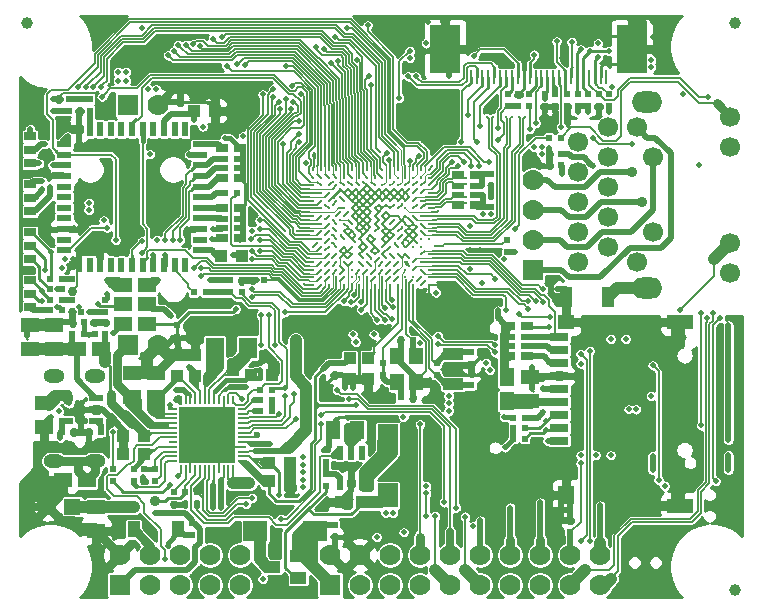
<source format=gbr>
%TF.GenerationSoftware,KiCad,Pcbnew,5.1.0-rc2-unknown-036be7d~80~ubuntu16.04.1*%
%TF.CreationDate,2019-11-29T15:46:33+02:00*%
%TF.ProjectId,S3-OLinuXino_Rev_A,53332d4f-4c69-46e7-9558-696e6f5f5265,F*%
%TF.SameCoordinates,Original*%
%TF.FileFunction,Copper,L4,Bot*%
%TF.FilePolarity,Positive*%
%FSLAX46Y46*%
G04 Gerber Fmt 4.6, Leading zero omitted, Abs format (unit mm)*
G04 Created by KiCad (PCBNEW 5.1.0-rc2-unknown-036be7d~80~ubuntu16.04.1) date 2019-11-29 15:46:33*
%MOMM*%
%LPD*%
G04 APERTURE LIST*
%TA.AperFunction,EtchedComponent*%
%ADD10C,0.254000*%
%TD*%
%TA.AperFunction,SMDPad,CuDef*%
%ADD11R,1.200000X1.400000*%
%TD*%
%TA.AperFunction,SMDPad,CuDef*%
%ADD12R,0.550000X0.500000*%
%TD*%
%TA.AperFunction,ComponentPad*%
%ADD13C,1.778000*%
%TD*%
%TA.AperFunction,ComponentPad*%
%ADD14R,1.778000X1.778000*%
%TD*%
%TA.AperFunction,BGAPad,CuDef*%
%ADD15C,0.500000*%
%TD*%
%TA.AperFunction,BGAPad,CuDef*%
%ADD16C,0.300000*%
%TD*%
%TA.AperFunction,SMDPad,CuDef*%
%ADD17R,1.524000X1.270000*%
%TD*%
%TA.AperFunction,SMDPad,CuDef*%
%ADD18R,1.270000X1.524000*%
%TD*%
%TA.AperFunction,ComponentPad*%
%ADD19C,1.400000*%
%TD*%
%TA.AperFunction,ComponentPad*%
%ADD20R,1.400000X1.400000*%
%TD*%
%TA.AperFunction,ComponentPad*%
%ADD21C,1.700000*%
%TD*%
%TA.AperFunction,ComponentPad*%
%ADD22O,2.600000X1.800000*%
%TD*%
%TA.AperFunction,SMDPad,CuDef*%
%ADD23R,0.250000X1.200000*%
%TD*%
%TA.AperFunction,SMDPad,CuDef*%
%ADD24R,2.500000X4.100000*%
%TD*%
%TA.AperFunction,Conductor*%
%ADD25R,1.600000X0.700000*%
%TD*%
%TA.AperFunction,SMDPad,CuDef*%
%ADD26R,1.400000X1.200000*%
%TD*%
%TA.AperFunction,SMDPad,CuDef*%
%ADD27R,1.400000X1.600000*%
%TD*%
%TA.AperFunction,SMDPad,CuDef*%
%ADD28R,2.200000X1.200000*%
%TD*%
%TA.AperFunction,ComponentPad*%
%ADD29O,1.800000X1.200000*%
%TD*%
%TA.AperFunction,SMDPad,CuDef*%
%ADD30R,1.800000X1.000000*%
%TD*%
%TA.AperFunction,SMDPad,CuDef*%
%ADD31R,2.000000X1.700000*%
%TD*%
%TA.AperFunction,SMDPad,CuDef*%
%ADD32R,1.700000X2.000000*%
%TD*%
%TA.AperFunction,SMDPad,CuDef*%
%ADD33R,1.000000X1.400000*%
%TD*%
%TA.AperFunction,ComponentPad*%
%ADD34O,1.800000X1.800000*%
%TD*%
%TA.AperFunction,ViaPad*%
%ADD35O,1.800000X1.800000*%
%TD*%
%TA.AperFunction,SMDPad,CuDef*%
%ADD36R,2.330000X2.330000*%
%TD*%
%TA.AperFunction,SMDPad,CuDef*%
%ADD37R,0.200000X0.800000*%
%TD*%
%TA.AperFunction,SMDPad,CuDef*%
%ADD38R,0.800000X0.200000*%
%TD*%
%TA.AperFunction,SMDPad,CuDef*%
%ADD39R,1.300000X0.500000*%
%TD*%
%TA.AperFunction,SMDPad,CuDef*%
%ADD40R,0.500000X1.300000*%
%TD*%
%TA.AperFunction,SMDPad,CuDef*%
%ADD41R,1.200000X0.550000*%
%TD*%
%TA.AperFunction,SMDPad,CuDef*%
%ADD42R,0.550000X1.200000*%
%TD*%
%TA.AperFunction,SMDPad,CuDef*%
%ADD43R,1.016000X0.762000*%
%TD*%
%TA.AperFunction,ConnectorPad*%
%ADD44C,1.000000*%
%TD*%
%TA.AperFunction,SMDPad,CuDef*%
%ADD45R,0.500000X0.550000*%
%TD*%
%TA.AperFunction,SMDPad,CuDef*%
%ADD46R,1.016000X1.016000*%
%TD*%
%TA.AperFunction,SMDPad,CuDef*%
%ADD47R,1.016000X1.778000*%
%TD*%
%TA.AperFunction,SMDPad,CuDef*%
%ADD48R,1.016000X0.508000*%
%TD*%
%TA.AperFunction,SMDPad,CuDef*%
%ADD49R,1.524000X1.778000*%
%TD*%
%TA.AperFunction,SMDPad,CuDef*%
%ADD50R,1.400000X1.000000*%
%TD*%
%TA.AperFunction,ViaPad*%
%ADD51C,0.500000*%
%TD*%
%TA.AperFunction,ViaPad*%
%ADD52C,0.900000*%
%TD*%
%TA.AperFunction,ViaPad*%
%ADD53C,0.327000*%
%TD*%
%TA.AperFunction,ViaPad*%
%ADD54C,0.600000*%
%TD*%
%TA.AperFunction,Conductor*%
%ADD55C,1.016000*%
%TD*%
%TA.AperFunction,Conductor*%
%ADD56C,0.762000*%
%TD*%
%TA.AperFunction,Conductor*%
%ADD57C,0.508000*%
%TD*%
%TA.AperFunction,Conductor*%
%ADD58C,0.203200*%
%TD*%
%TA.AperFunction,Conductor*%
%ADD59C,0.254000*%
%TD*%
%TA.AperFunction,Conductor*%
%ADD60C,0.406400*%
%TD*%
%TA.AperFunction,Conductor*%
%ADD61C,0.127000*%
%TD*%
%TA.AperFunction,Conductor*%
%ADD62C,0.101600*%
%TD*%
%TA.AperFunction,Conductor*%
%ADD63C,0.660400*%
%TD*%
%TA.AperFunction,Conductor*%
%ADD64C,1.270000*%
%TD*%
%TA.AperFunction,Conductor*%
%ADD65C,0.304800*%
%TD*%
G04 APERTURE END LIST*
D10*
%TO.C,R53*%
X133731000Y-86868000D02*
X133731000Y-87376000D01*
%TO.C,R34*%
X151130000Y-90551000D02*
X151130000Y-90043000D01*
%TD*%
D11*
%TO.P,Q2,3*%
%TO.N,GND*%
X152362000Y-89197000D03*
X153962000Y-91397000D03*
%TO.P,Q2,2*%
%TO.N,Net-(C54-Pad2)*%
X152362000Y-91397000D03*
%TO.P,Q2,1*%
%TO.N,Net-(C53-Pad2)*%
X153962000Y-89197000D03*
%TD*%
D12*
%TO.P,R53,2*%
%TO.N,/PowerSupply_USB_Audio_Ethernet_Buttons_MiPi-Camera/HPOUTFB*%
X133731000Y-86614000D03*
%TO.P,R53,1*%
%TO.N,GND*%
X133731000Y-87630000D03*
%TD*%
%TO.P,R34,2*%
%TO.N,Net-(C54-Pad2)*%
X151130000Y-90805000D03*
%TO.P,R34,1*%
%TO.N,Net-(R34-Pad1)*%
X151130000Y-89789000D03*
%TD*%
D13*
%TO.P,UEXT1,4*%
%TO.N,Net-(D1-Pad1)*%
X131445000Y-106045000D03*
%TO.P,UEXT1,3*%
%TO.N,/UART1_TX*%
X131445000Y-108585000D03*
%TO.P,UEXT1,2*%
%TO.N,GND*%
X128905000Y-106045000D03*
D14*
%TO.P,UEXT1,1*%
%TO.N,+3V3*%
X128905000Y-108585000D03*
D13*
%TO.P,UEXT1,5*%
%TO.N,PB8\005CTWI1-SCK*%
X133985000Y-108585000D03*
%TO.P,UEXT1,6*%
%TO.N,PB9\005CTWI1-SDA*%
X133985000Y-106045000D03*
%TO.P,UEXT1,8*%
%TO.N,Net-(UEXT1-Pad8)*%
X136525000Y-106045000D03*
%TO.P,UEXT1,7*%
%TO.N,Net-(UEXT1-Pad7)*%
X136525000Y-108585000D03*
%TO.P,UEXT1,9*%
%TO.N,Net-(UEXT1-Pad9)*%
X139065000Y-108585000D03*
%TO.P,UEXT1,10*%
%TO.N,Net-(UEXT1-Pad10)*%
X139065000Y-106045000D03*
%TD*%
D15*
%TO.P,U1,fid*%
%TO.N,N/C*%
X144650000Y-72825000D03*
X155650000Y-83825000D03*
D16*
%TO.P,U1,A16*%
%TO.N,GND*%
X145275000Y-73450000D03*
%TO.P,U1,A15*%
%TO.N,/LCD_D14*%
X145925000Y-73450000D03*
%TO.P,U1,A14*%
%TO.N,/LCD_D19*%
X146575000Y-73450000D03*
%TO.P,U1,A13*%
%TO.N,/LCD_D21*%
X147225000Y-73450000D03*
%TO.P,U1,A11*%
%TO.N,/LCD_CLK*%
X148525000Y-73450000D03*
%TO.P,U1,A9*%
%TO.N,/LCD_D11*%
X149825000Y-73450000D03*
%TO.P,U1,A7*%
%TO.N,PB6\005CTWI0-SCK*%
X151125000Y-73450000D03*
%TO.P,U1,A5*%
%TO.N,USB-VBUSDET*%
X152425000Y-73450000D03*
%TO.P,U1,A3*%
%TO.N,/SDC2-CLK\005CSPI0-MISO*%
X153725000Y-73450000D03*
%TO.P,U1,A2*%
%TO.N,/CTP-INT*%
X154375000Y-73450000D03*
%TO.P,U1,A1*%
%TO.N,GND*%
X155025000Y-73450000D03*
%TO.P,U1,B12*%
%TO.N,/LCD_D22*%
X147875000Y-74100000D03*
%TO.P,U1,B15*%
%TO.N,/LCD_D15*%
X145925000Y-74100000D03*
%TO.P,U1,B14*%
%TO.N,/LCD_D18*%
X146575000Y-74100000D03*
%TO.P,U1,B11*%
%TO.N,/LCD_DE*%
X148525000Y-74100000D03*
%TO.P,U1,B8*%
%TO.N,/BT-UART-CTS*%
X150475000Y-74100000D03*
%TO.P,U1,B1*%
%TO.N,/SDC2-RST\005CSPI0-CS*%
X155025000Y-74100000D03*
%TO.P,U1,B16*%
%TO.N,/LCD_D6*%
X145275000Y-74100000D03*
%TO.P,U1,B9*%
%TO.N,/LCD_D10*%
X149825000Y-74100000D03*
%TO.P,U1,B10*%
%TO.N,/LCD_VSYNC*%
X149175000Y-74100000D03*
%TO.P,U1,B5*%
%TO.N,HP(MIC)-DET*%
X152425000Y-74100000D03*
%TO.P,U1,B3*%
%TO.N,/BT-UART-RX*%
X153725000Y-74100000D03*
%TO.P,U1,B2*%
%TO.N,/SDC2-CMD\005CSPI0-CLK*%
X154375000Y-74100000D03*
%TO.P,U1,B13*%
%TO.N,/LCD_D20*%
X147225000Y-74100000D03*
%TO.P,U1,B7*%
%TO.N,PB7\005CTWI0-SDA*%
X151125000Y-74100000D03*
%TO.P,U1,B4*%
%TO.N,/BT-UART-TX*%
X153075000Y-74100000D03*
%TO.P,U1,B6*%
%TO.N,PB8\005CTWI1-SCK*%
X151775000Y-74100000D03*
%TO.P,U1,D9*%
%TO.N,GND*%
X149825000Y-75400000D03*
%TO.P,U1,C5*%
%TO.N,/WL-WAKE-AP*%
X152425000Y-74750000D03*
%TO.P,U1,C2*%
%TO.N,/SDC2-D0\005CSPI0-MOSI*%
X154375000Y-74750000D03*
%TO.P,U1,C7*%
%TO.N,/GPIO_LED*%
X151125000Y-74750000D03*
%TO.P,U1,D8*%
%TO.N,GND*%
X150475000Y-75400000D03*
%TO.P,U1,D5*%
X152425000Y-75400000D03*
%TO.P,U1,D10*%
X149175000Y-75400000D03*
%TO.P,U1,C12*%
%TO.N,/LCD_D23*%
X147875000Y-74750000D03*
%TO.P,U1,D1*%
%TO.N,/SDC2-D7*%
X155025000Y-75400000D03*
%TO.P,U1,C4*%
%TO.N,/PB3*%
X153075000Y-74750000D03*
%TO.P,U1,C8*%
%TO.N,/LCD-PWM*%
X150475000Y-74750000D03*
%TO.P,U1,D15*%
%TO.N,/CAM-RST*%
X145925000Y-75400000D03*
%TO.P,U1,C13*%
%TO.N,/BT-DIS-N*%
X147225000Y-74750000D03*
%TO.P,U1,C14*%
%TO.N,/CSI-HSYNC*%
X146575000Y-74750000D03*
%TO.P,U1,D12*%
%TO.N,GND*%
X147875000Y-75400000D03*
%TO.P,U1,C1*%
%TO.N,/SDC2-D3*%
X155025000Y-74750000D03*
%TO.P,U1,C15*%
%TO.N,/LCD_D12*%
X145925000Y-74750000D03*
%TO.P,U1,C16*%
%TO.N,/LCD_D7*%
X145275000Y-74750000D03*
%TO.P,U1,C3*%
%TO.N,/SDC2-D4*%
X153725000Y-74750000D03*
%TO.P,U1,D6*%
%TO.N,GND*%
X151775000Y-75400000D03*
%TO.P,U1,C10*%
%TO.N,/LCD_HSYNC*%
X149175000Y-74750000D03*
%TO.P,U1,D2*%
%TO.N,/SDC2-D6*%
X154375000Y-75400000D03*
%TO.P,U1,D11*%
%TO.N,GND*%
X148525000Y-75400000D03*
%TO.P,U1,D14*%
%TO.N,/CAM-PWDN*%
X146575000Y-75400000D03*
%TO.P,U1,D7*%
%TO.N,GND*%
X151125000Y-75400000D03*
%TO.P,U1,D4*%
X153075000Y-75400000D03*
%TO.P,U1,C6*%
%TO.N,PB9\005CTWI1-SDA*%
X151775000Y-74750000D03*
%TO.P,U1,C9*%
%TO.N,GND*%
X149825000Y-74750000D03*
%TO.P,U1,C11*%
%TO.N,/LCD_D3*%
X148525000Y-74750000D03*
%TO.P,U1,D3*%
%TO.N,/SDC2-D5*%
X153725000Y-75400000D03*
%TO.P,U1,F9*%
%TO.N,GND*%
X149825000Y-76700000D03*
%TO.P,U1,E5*%
X152425000Y-76050000D03*
%TO.P,U1,E2*%
%TO.N,/PowerSupply_USB_Audio_Ethernet_Buttons_MiPi-Camera/EPHY_TX_N*%
X154375000Y-76050000D03*
%TO.P,U1,H5*%
%TO.N,GND*%
X152425000Y-78000000D03*
%TO.P,U1,E7*%
X151125000Y-76050000D03*
%TO.P,U1,F8*%
%TO.N,VCC-DDR*%
X150475000Y-76700000D03*
%TO.P,U1,F5*%
%TO.N,Net-(R27-Pad2)*%
X152425000Y-76700000D03*
%TO.P,U1,F10*%
%TO.N,GND*%
X149175000Y-76700000D03*
%TO.P,U1,E12*%
%TO.N,/CSI-D2*%
X147875000Y-76050000D03*
%TO.P,U1,F1*%
%TO.N,/PowerSupply_USB_Audio_Ethernet_Buttons_MiPi-Camera/EPHY_RX_N*%
X155025000Y-76700000D03*
%TO.P,U1,E4*%
%TO.N,GND*%
X153075000Y-76050000D03*
%TO.P,U1,E8*%
X150475000Y-76050000D03*
%TO.P,U1,F15*%
%TO.N,/CSI-VSYNC*%
X145925000Y-76700000D03*
%TO.P,U1,E13*%
%TO.N,/CSI-D5*%
X147225000Y-76050000D03*
%TO.P,U1,E14*%
%TO.N,GND*%
X146575000Y-76050000D03*
%TO.P,U1,F12*%
%TO.N,/AP-WAKE-BT*%
X147875000Y-76700000D03*
%TO.P,U1,E15*%
%TO.N,/LCD_PWR*%
X145925000Y-76050000D03*
%TO.P,U1,E16*%
%TO.N,/WL-PMU-EN*%
X145275000Y-76050000D03*
%TO.P,U1,G7*%
%TO.N,GND*%
X151125000Y-77350000D03*
%TO.P,U1,E3*%
%TO.N,/PowerSupply_USB_Audio_Ethernet_Buttons_MiPi-Camera/EPHY_TX_P*%
X153725000Y-76050000D03*
%TO.P,U1,F6*%
%TO.N,VCC-DDR*%
X151775000Y-76700000D03*
%TO.P,U1,G2*%
%TO.N,/PowerSupply_USB_Audio_Ethernet_Buttons_MiPi-Camera/MCSI_DATA0-*%
X154375000Y-77350000D03*
%TO.P,U1,G16*%
%TO.N,CSI-SCK*%
X145275000Y-77350000D03*
%TO.P,U1,G15*%
%TO.N,/CSI-D3*%
X145925000Y-77350000D03*
%TO.P,U1,E10*%
%TO.N,GND*%
X149175000Y-76050000D03*
%TO.P,U1,H8*%
%TO.N,VCC-DDR*%
X150475000Y-78000000D03*
%TO.P,U1,G5*%
%TO.N,GND*%
X152425000Y-77350000D03*
%TO.P,U1,H12*%
%TO.N,+1.1V*%
X147875000Y-78000000D03*
%TO.P,U1,G14*%
%TO.N,/CSI-D8*%
X146575000Y-77350000D03*
%TO.P,U1,G13*%
%TO.N,/CSI-MCLK*%
X147225000Y-77350000D03*
%TO.P,U1,H15*%
%TO.N,/CTP-RST*%
X145925000Y-78000000D03*
%TO.P,U1,G8*%
%TO.N,VCC-DDR*%
X150475000Y-77350000D03*
%TO.P,U1,G4*%
%TO.N,GND*%
X153075000Y-77350000D03*
%TO.P,U1,H1*%
%TO.N,/PowerSupply_USB_Audio_Ethernet_Buttons_MiPi-Camera/MCSI_DATA1-*%
X155025000Y-78000000D03*
%TO.P,U1,G12*%
%TO.N,+1.1V*%
X147875000Y-77350000D03*
%TO.P,U1,H9*%
%TO.N,GND*%
X149825000Y-78000000D03*
%TO.P,U1,H3*%
X153725000Y-78000000D03*
%TO.P,U1,G11*%
X148525000Y-77350000D03*
%TO.P,U1,G9*%
X149825000Y-77350000D03*
%TO.P,U1,G6*%
X151775000Y-77350000D03*
%TO.P,U1,H4*%
X153075000Y-78000000D03*
%TO.P,U1,H7*%
X151125000Y-78000000D03*
%TO.P,U1,H14*%
%TO.N,/CSI-D7*%
X146575000Y-78000000D03*
%TO.P,U1,H11*%
%TO.N,+3V3*%
X148525000Y-78000000D03*
%TO.P,U1,H13*%
%TO.N,/CSI-D4*%
X147225000Y-78000000D03*
%TO.P,U1,H2*%
%TO.N,/PowerSupply_USB_Audio_Ethernet_Buttons_MiPi-Camera/MCSI_DATA1+*%
X154375000Y-78000000D03*
%TO.P,U1,G10*%
%TO.N,GND*%
X149175000Y-77350000D03*
%TO.P,U1,H6*%
%TO.N,Net-(C17-Pad1)*%
X151775000Y-78000000D03*
%TO.P,U1,G3*%
%TO.N,/PowerSupply_USB_Audio_Ethernet_Buttons_MiPi-Camera/MCSI_DATA0+*%
X153725000Y-77350000D03*
%TO.P,U1,H10*%
%TO.N,GND*%
X149175000Y-78000000D03*
%TO.P,U1,F2*%
%TO.N,/PowerSupply_USB_Audio_Ethernet_Buttons_MiPi-Camera/EPHY_RX_P*%
X154375000Y-76700000D03*
%TO.P,U1,F11*%
%TO.N,GND*%
X148525000Y-76700000D03*
%TO.P,U1,F14*%
%TO.N,/CSI-PCLK*%
X146575000Y-76700000D03*
%TO.P,U1,F7*%
%TO.N,VCC-DDR*%
X151125000Y-76700000D03*
%TO.P,U1,F4*%
%TO.N,/SDC2-D2*%
X153075000Y-76700000D03*
%TO.P,U1,E6*%
%TO.N,GND*%
X151775000Y-76050000D03*
%TO.P,U1,E9*%
X149825000Y-76050000D03*
%TO.P,U1,E11*%
X148525000Y-76050000D03*
%TO.P,U1,F3*%
%TO.N,/SDC2-D1*%
X153725000Y-76700000D03*
%TO.P,U1,K9*%
%TO.N,+1.1V*%
X149825000Y-79300000D03*
%TO.P,U1,J5*%
%TO.N,Net-(R28-Pad2)*%
X152425000Y-78650000D03*
%TO.P,U1,J2*%
%TO.N,/PowerSupply_USB_Audio_Ethernet_Buttons_MiPi-Camera/MCSI_CK+*%
X154375000Y-78650000D03*
%TO.P,U1,N4*%
%TO.N,GND*%
X153075000Y-81250000D03*
%TO.P,U1,R2*%
%TO.N,/PowerSupply_USB_Audio_Ethernet_Buttons_MiPi-Camera/USB-D_N*%
X154375000Y-82550000D03*
%TO.P,U1,T16*%
%TO.N,GND*%
X145275000Y-83200000D03*
%TO.P,U1,R16*%
%TO.N,/WL-SDIO-D3*%
X145275000Y-82550000D03*
%TO.P,U1,M5*%
%TO.N,+3V3*%
X152425000Y-80600000D03*
%TO.P,U1,R7*%
%TO.N,/PowerSupply_USB_Audio_Ethernet_Buttons_MiPi-Camera/NMI*%
X151125000Y-82550000D03*
%TO.P,U1,R13*%
%TO.N,Net-(R22-Pad1)*%
X147225000Y-82550000D03*
%TO.P,U1,T15*%
%TO.N,/BT-PCM-DIN*%
X145925000Y-83200000D03*
%TO.P,U1,R8*%
%TO.N,LRADC1*%
X150475000Y-82550000D03*
%TO.P,U1,N8*%
%TO.N,GND*%
X150475000Y-81250000D03*
%TO.P,U1,P5*%
%TO.N,+3V3*%
X152425000Y-81900000D03*
%TO.P,U1,J7*%
%TO.N,GND*%
X151125000Y-78650000D03*
%TO.P,U1,R15*%
%TO.N,/WL-SDIO-D2*%
X145925000Y-82550000D03*
%TO.P,U1,R1*%
%TO.N,/SDC0-D1*%
X155025000Y-82550000D03*
%TO.P,U1,N10*%
%TO.N,Net-(C24-Pad1)*%
X149175000Y-81250000D03*
%TO.P,U1,T8*%
%TO.N,LRADC0*%
X150475000Y-83200000D03*
%TO.P,U1,K8*%
%TO.N,+1.1V*%
X150475000Y-79300000D03*
%TO.P,U1,K5*%
%TO.N,Net-(R29-Pad2)*%
X152425000Y-79300000D03*
%TO.P,U1,K10*%
%TO.N,GND*%
X149175000Y-79300000D03*
%TO.P,U1,J12*%
%TO.N,+1.1V*%
X147875000Y-78650000D03*
%TO.P,U1,R5*%
%TO.N,GND*%
X152425000Y-82550000D03*
%TO.P,U1,T12*%
%TO.N,/PowerSupply_USB_Audio_Ethernet_Buttons_MiPi-Camera/LINEINR*%
X147875000Y-83200000D03*
%TO.P,U1,R14*%
%TO.N,USB-ID*%
X146575000Y-82550000D03*
%TO.P,U1,K1*%
%TO.N,Net-(U1-PadK1)*%
X155025000Y-79300000D03*
%TO.P,U1,P9*%
%TO.N,/PowerSupply_USB_Audio_Ethernet_Buttons_MiPi-Camera/MICIN3_P*%
X149825000Y-81900000D03*
%TO.P,U1,P15*%
%TO.N,/WL-SDIO-D0*%
X145925000Y-81900000D03*
%TO.P,U1,P16*%
%TO.N,/WL-SDIO-CLK*%
X145275000Y-81900000D03*
%TO.P,U1,N3*%
%TO.N,/SDC0-D3*%
X153725000Y-81250000D03*
%TO.P,U1,P6*%
%TO.N,Net-(R31-Pad2)*%
X151775000Y-81900000D03*
%TO.P,U1,P1*%
%TO.N,/SDC0-D0*%
X155025000Y-81900000D03*
%TO.P,U1,P8*%
%TO.N,GND*%
X150475000Y-81900000D03*
%TO.P,U1,N13*%
%TO.N,/PowerSupply_USB_Audio_Ethernet_Buttons_MiPi-Camera/HPOUTR*%
X147225000Y-81250000D03*
%TO.P,U1,N14*%
%TO.N,/BT-WAKE-AP*%
X146575000Y-81250000D03*
%TO.P,U1,P12*%
%TO.N,+3V3*%
X147875000Y-81900000D03*
%TO.P,U1,N7*%
X151125000Y-81250000D03*
%TO.P,U1,N5*%
%TO.N,+1.1V*%
X152425000Y-81250000D03*
%TO.P,U1,N2*%
%TO.N,/SDC0-CMD*%
X154375000Y-81250000D03*
%TO.P,U1,T5*%
%TO.N,Net-(C37-Pad2)*%
X152425000Y-83200000D03*
%TO.P,U1,N12*%
%TO.N,/PowerSupply_USB_Audio_Ethernet_Buttons_MiPi-Camera/HPOUTFB*%
X147875000Y-81250000D03*
%TO.P,U1,P10*%
%TO.N,/PowerSupply_USB_Audio_Ethernet_Buttons_MiPi-Camera/MBIAS*%
X149175000Y-81900000D03*
%TO.P,U1,P2*%
%TO.N,/SDC0-CLK*%
X154375000Y-81900000D03*
%TO.P,U1,P13*%
%TO.N,/PowerSupply_USB_Audio_Ethernet_Buttons_MiPi-Camera/HPOUTL*%
X147225000Y-81900000D03*
%TO.P,U1,P11*%
%TO.N,Net-(U1-PadP11)*%
X148525000Y-81900000D03*
%TO.P,U1,P14*%
%TO.N,/BT-PCM-CLK*%
X146575000Y-81900000D03*
%TO.P,U1,P7*%
%TO.N,/PowerSupply_USB_Audio_Ethernet_Buttons_MiPi-Camera/RESETn*%
X151125000Y-81900000D03*
%TO.P,U1,P4*%
%TO.N,Net-(R34-Pad1)*%
X153075000Y-81900000D03*
%TO.P,U1,N6*%
%TO.N,+3.3V_RTC*%
X151775000Y-81250000D03*
%TO.P,U1,N9*%
%TO.N,Net-(C23-Pad1)*%
X149825000Y-81250000D03*
%TO.P,U1,N11*%
%TO.N,/PowerSupply_USB_Audio_Ethernet_Buttons_MiPi-Camera/HPOUTFB*%
X148525000Y-81250000D03*
%TO.P,U1,P3*%
%TO.N,AP-CK32KO*%
X153725000Y-81900000D03*
%TO.P,U1,J4*%
%TO.N,GND*%
X153075000Y-78650000D03*
%TO.P,U1,J8*%
%TO.N,VCC-DDR*%
X150475000Y-78650000D03*
%TO.P,U1,K15*%
%TO.N,/LCD_D2*%
X145925000Y-79300000D03*
%TO.P,U1,J13*%
%TO.N,/CSI-D6*%
X147225000Y-78650000D03*
%TO.P,U1,J14*%
%TO.N,/LCD_D4*%
X146575000Y-78650000D03*
%TO.P,U1,K12*%
%TO.N,GND*%
X147875000Y-79300000D03*
%TO.P,U1,J1*%
%TO.N,/PowerSupply_USB_Audio_Ethernet_Buttons_MiPi-Camera/MCSI_CK-*%
X155025000Y-78650000D03*
%TO.P,U1,J15*%
%TO.N,/LCD_D5*%
X145925000Y-78650000D03*
%TO.P,U1,J16*%
%TO.N,CSI-SDA*%
X145275000Y-78650000D03*
%TO.P,U1,L7*%
%TO.N,GND*%
X151125000Y-79950000D03*
%TO.P,U1,J3*%
X153725000Y-78650000D03*
%TO.P,U1,R9*%
%TO.N,/PowerSupply_USB_Audio_Ethernet_Buttons_MiPi-Camera/MICIN3_N*%
X149825000Y-82550000D03*
%TO.P,U1,R6*%
%TO.N,/PowerSupply_USB_Audio_Ethernet_Buttons_MiPi-Camera/LINEOUTL*%
X151775000Y-82550000D03*
%TO.P,U1,T14*%
%TO.N,/BT-PCM-SYNC*%
X146575000Y-83200000D03*
%TO.P,U1,T2*%
%TO.N,/PowerSupply_USB_Audio_Ethernet_Buttons_MiPi-Camera/USB-D_P*%
X154375000Y-83200000D03*
%TO.P,U1,R10*%
%TO.N,/PowerSupply_USB_Audio_Ethernet_Buttons_MiPi-Camera/MICIN1_N*%
X149175000Y-82550000D03*
%TO.P,U1,T6*%
%TO.N,/PowerSupply_USB_Audio_Ethernet_Buttons_MiPi-Camera/LINEOUTR*%
X151775000Y-83200000D03*
%TO.P,U1,R3*%
%TO.N,Net-(C52-Pad2)*%
X153725000Y-82550000D03*
%TO.P,U1,T10*%
%TO.N,/PowerSupply_USB_Audio_Ethernet_Buttons_MiPi-Camera/MICIN1_P*%
X149175000Y-83200000D03*
%TO.P,U1,K6*%
%TO.N,GND*%
X151775000Y-79300000D03*
%TO.P,U1,N16*%
%TO.N,/WL-SDIO-D1*%
X145275000Y-81250000D03*
%TO.P,U1,L2*%
%TO.N,Net-(U1-PadL2)*%
X154375000Y-79950000D03*
%TO.P,U1,L16*%
%TO.N,/CSI-D10*%
X145275000Y-79950000D03*
%TO.P,U1,L15*%
%TO.N,/LCD_D13*%
X145925000Y-79950000D03*
%TO.P,U1,J10*%
%TO.N,GND*%
X149175000Y-78650000D03*
%TO.P,U1,M8*%
%TO.N,+1.1V*%
X150475000Y-80600000D03*
%TO.P,U1,L5*%
%TO.N,Net-(R30-Pad2)*%
X152425000Y-79950000D03*
%TO.P,U1,M12*%
%TO.N,+3V3*%
X147875000Y-80600000D03*
%TO.P,U1,L14*%
%TO.N,MIPI-CSI-RESET*%
X146575000Y-79950000D03*
%TO.P,U1,L13*%
%TO.N,/CSI-D9*%
X147225000Y-79950000D03*
%TO.P,U1,M15*%
%TO.N,/UART1_TX*%
X145925000Y-80600000D03*
%TO.P,U1,L8*%
%TO.N,+1.1V*%
X150475000Y-79950000D03*
%TO.P,U1,L4*%
%TO.N,GND*%
X153075000Y-79950000D03*
%TO.P,U1,M1*%
%TO.N,/SDC0-DET#*%
X155025000Y-80600000D03*
%TO.P,U1,L12*%
%TO.N,+3V3*%
X147875000Y-79950000D03*
%TO.P,U1,M9*%
%TO.N,Net-(C15-Pad1)*%
X149825000Y-80600000D03*
%TO.P,U1,L11*%
%TO.N,+3V3*%
X148525000Y-79950000D03*
%TO.P,U1,L9*%
%TO.N,GND*%
X149825000Y-79950000D03*
%TO.P,U1,L6*%
%TO.N,+3.0VA*%
X151775000Y-79950000D03*
%TO.P,U1,M4*%
%TO.N,+3V3*%
X153075000Y-80600000D03*
%TO.P,U1,M7*%
%TO.N,+3.0VA*%
X151125000Y-80600000D03*
%TO.P,U1,M14*%
%TO.N,/UART1_RX*%
X146575000Y-80600000D03*
%TO.P,U1,M11*%
%TO.N,+3V3*%
X148525000Y-80600000D03*
%TO.P,U1,M13*%
%TO.N,/BT-PCM-DOUT*%
X147225000Y-80600000D03*
%TO.P,U1,M2*%
%TO.N,/SDC0-D2*%
X154375000Y-80600000D03*
%TO.P,U1,L10*%
%TO.N,GND*%
X149175000Y-79950000D03*
%TO.P,U1,M6*%
%TO.N,Net-(R49-Pad1)*%
X151775000Y-80600000D03*
%TO.P,U1,L3*%
%TO.N,Net-(U1-PadL3)*%
X153725000Y-79950000D03*
%TO.P,U1,M10*%
%TO.N,GND*%
X149175000Y-80600000D03*
%TO.P,U1,K2*%
%TO.N,Net-(U1-PadK2)*%
X154375000Y-79300000D03*
%TO.P,U1,K13*%
%TO.N,/CSI-D11*%
X147225000Y-79300000D03*
%TO.P,U1,R4*%
%TO.N,Net-(C53-Pad2)*%
X153075000Y-82550000D03*
%TO.P,U1,T1*%
%TO.N,GND*%
X155025000Y-83200000D03*
%TO.P,U1,R12*%
%TO.N,/PowerSupply_USB_Audio_Ethernet_Buttons_MiPi-Camera/LINEINL*%
X147875000Y-82550000D03*
%TO.P,U1,T3*%
%TO.N,Net-(C51-Pad2)*%
X153725000Y-83200000D03*
%TO.P,U1,R11*%
%TO.N,Net-(U1-PadR11)*%
X148525000Y-82550000D03*
%TO.P,U1,K11*%
%TO.N,+1.1V*%
X148525000Y-79300000D03*
%TO.P,U1,K14*%
%TO.N,MIPI-CSI-PWDN*%
X146575000Y-79300000D03*
%TO.P,U1,K7*%
%TO.N,GND*%
X151125000Y-79300000D03*
%TO.P,U1,K4*%
X153075000Y-79300000D03*
%TO.P,U1,J6*%
X151775000Y-78650000D03*
%TO.P,U1,N15*%
%TO.N,/WL-SDIO-CMD*%
X145925000Y-81250000D03*
%TO.P,U1,J9*%
%TO.N,GND*%
X149825000Y-78650000D03*
%TO.P,U1,J11*%
%TO.N,+1.1V*%
X148525000Y-78650000D03*
%TO.P,U1,K3*%
%TO.N,GND*%
X153725000Y-79300000D03*
%TD*%
D14*
%TO.P,PoE1,7*%
%TO.N,+5V_EXT*%
X129540000Y-88265000D03*
D13*
%TO.P,PoE1,8*%
%TO.N,GND*%
X132080000Y-88265000D03*
D14*
%TO.P,PoE1,5*%
%TO.N,+5V_EXT*%
X129540000Y-67945000D03*
D13*
%TO.P,PoE1,6*%
%TO.N,GND*%
X132080000Y-67945000D03*
%TO.P,PoE1,3*%
%TO.N,/PowerSupply_USB_Audio_Ethernet_Buttons_MiPi-Camera/CT2*%
X163830000Y-76835000D03*
%TO.P,PoE1,2*%
%TO.N,/PowerSupply_USB_Audio_Ethernet_Buttons_MiPi-Camera/SP1*%
X163830000Y-79375000D03*
D14*
%TO.P,PoE1,1*%
%TO.N,/PowerSupply_USB_Audio_Ethernet_Buttons_MiPi-Camera/SP2*%
X163830000Y-81915000D03*
D13*
%TO.P,PoE1,4*%
%TO.N,/PowerSupply_USB_Audio_Ethernet_Buttons_MiPi-Camera/CT1*%
X163830000Y-74295000D03*
%TD*%
D17*
%TO.P,L12,1*%
%TO.N,GND*%
X124079000Y-99695000D03*
%TO.P,L12,2*%
%TO.N,Net-(L12-Pad2)*%
X126111000Y-99695000D03*
%TD*%
D18*
%TO.P,C58,2*%
%TO.N,IPS*%
X148971000Y-95504000D03*
%TO.P,C58,1*%
%TO.N,GND*%
X146939000Y-95504000D03*
%TD*%
D19*
%TO.P,LiPo_BAT1,2*%
%TO.N,GND*%
X122824240Y-101963220D03*
D20*
%TO.P,LiPo_BAT1,1*%
%TO.N,VBAT*%
X124853700Y-101960680D03*
%TD*%
D13*
%TO.P,EXT1,20*%
%TO.N,/GPIO_LED*%
X169545000Y-106045000D03*
%TO.P,EXT1,19*%
%TO.N,CSI-SDA*%
X169545000Y-108585000D03*
%TO.P,EXT1,18*%
%TO.N,/PB3*%
X167005000Y-106045000D03*
%TO.P,EXT1,17*%
%TO.N,CSI-SCK*%
X167005000Y-108585000D03*
%TO.P,EXT1,16*%
%TO.N,AXP_GPIO3*%
X164465000Y-106045000D03*
%TO.P,EXT1,15*%
%TO.N,PB7\005CTWI0-SDA*%
X164465000Y-108585000D03*
%TO.P,EXT1,14*%
%TO.N,AXP_GPIO2*%
X161925000Y-106045000D03*
%TO.P,EXT1,13*%
%TO.N,PB6\005CTWI0-SCK*%
X161925000Y-108585000D03*
%TO.P,EXT1,12*%
%TO.N,AXP_GPIO1*%
X159385000Y-106045000D03*
%TO.P,EXT1,11*%
%TO.N,LRADC1*%
X159385000Y-108585000D03*
%TO.P,EXT1,4*%
%TO.N,GND*%
X149225000Y-106045000D03*
%TO.P,EXT1,3*%
%TO.N,+5V_EXT*%
X149225000Y-108585000D03*
%TO.P,EXT1,2*%
%TO.N,GND*%
X146685000Y-106045000D03*
D14*
%TO.P,EXT1,1*%
%TO.N,+5V_EXT*%
X146685000Y-108585000D03*
D13*
%TO.P,EXT1,5*%
%TO.N,IPS*%
X151765000Y-108585000D03*
%TO.P,EXT1,6*%
%TO.N,AXP_BACKUP*%
X151765000Y-106045000D03*
%TO.P,EXT1,8*%
%TO.N,AXP_PWRON*%
X154305000Y-106045000D03*
%TO.P,EXT1,7*%
%TO.N,+3V3*%
X154305000Y-108585000D03*
%TO.P,EXT1,9*%
%TO.N,LRADC0*%
X156845000Y-108585000D03*
%TO.P,EXT1,10*%
%TO.N,AXP_RST*%
X156845000Y-106045000D03*
%TD*%
D21*
%TO.P,LAN1,15*%
%TO.N,+3V3*%
X180590000Y-82195000D03*
%TO.P,LAN1,18*%
%TO.N,/PowerSupply_USB_Audio_Ethernet_Buttons_MiPi-Camera/EPHY_SPD_LED*%
X180590000Y-68935000D03*
%TO.P,LAN1,16*%
%TO.N,/PowerSupply_USB_Audio_Ethernet_Buttons_MiPi-Camera/EPHY_LINK_LED*%
X180590000Y-79655000D03*
%TO.P,LAN1,17*%
%TO.N,+3V3*%
X180590000Y-71475000D03*
D22*
%TO.P,LAN1,0*%
%TO.N,Net-(C65-Pad2)*%
X173480000Y-83440000D03*
X173480000Y-67690000D03*
D21*
%TO.P,LAN1,14*%
%TO.N,/PowerSupply_USB_Audio_Ethernet_Buttons_MiPi-Camera/SP2*%
X172700000Y-69850000D03*
%TO.P,LAN1,13*%
%TO.N,/PowerSupply_USB_Audio_Ethernet_Buttons_MiPi-Camera/SP1*%
X173990000Y-72390000D03*
%TO.P,LAN1,12*%
%TO.N,/PowerSupply_USB_Audio_Ethernet_Buttons_MiPi-Camera/CT2*%
X173990000Y-78740000D03*
%TO.P,LAN1,11*%
%TO.N,/PowerSupply_USB_Audio_Ethernet_Buttons_MiPi-Camera/CT1*%
X172700000Y-81280000D03*
%TO.P,LAN1,1*%
%TO.N,/PowerSupply_USB_Audio_Ethernet_Buttons_MiPi-Camera/EPHY_TX_P*%
X167640000Y-81280000D03*
%TO.P,LAN1,2*%
%TO.N,/PowerSupply_USB_Audio_Ethernet_Buttons_MiPi-Camera/EPHY_TX_N*%
X170180000Y-80010000D03*
%TO.P,LAN1,3*%
%TO.N,/PowerSupply_USB_Audio_Ethernet_Buttons_MiPi-Camera/EPHY_RX_P*%
X167640000Y-78740000D03*
%TO.P,LAN1,4*%
%TO.N,Net-(C63-Pad2)*%
X170180000Y-77470000D03*
%TO.P,LAN1,5*%
%TO.N,Net-(C64-Pad2)*%
X167640000Y-76200000D03*
%TO.P,LAN1,6*%
%TO.N,/PowerSupply_USB_Audio_Ethernet_Buttons_MiPi-Camera/EPHY_RX_N*%
X170180000Y-74930000D03*
%TO.P,LAN1,7*%
%TO.N,Net-(LAN1-Pad7)*%
X167640000Y-73660000D03*
%TO.P,LAN1,8*%
%TO.N,Net-(LAN1-Pad8)*%
X170180000Y-72390000D03*
%TO.P,LAN1,9*%
%TO.N,Net-(LAN1-Pad9)*%
X167640000Y-71120000D03*
%TO.P,LAN1,10*%
%TO.N,Net-(LAN1-Pad10)*%
X170180000Y-69850000D03*
%TD*%
D23*
%TO.P,CAM1,24*%
%TO.N,/CSI-D2*%
X158588000Y-65596000D03*
%TO.P,CAM1,23*%
%TO.N,/CSI-D3*%
X159088000Y-65596000D03*
%TO.P,CAM1,22*%
%TO.N,/CSI-D6*%
X159588000Y-65596000D03*
%TO.P,CAM1,21*%
%TO.N,/CSI-D5*%
X160088000Y-65596000D03*
%TO.P,CAM1,20*%
%TO.N,/CSI-D7*%
X160588000Y-65596000D03*
%TO.P,CAM1,19*%
%TO.N,/CSI-D4*%
X161088000Y-65596000D03*
%TO.P,CAM1,18*%
%TO.N,/CSI-D8*%
X161588000Y-65596000D03*
%TO.P,CAM1,17*%
%TO.N,Net-(CAM1-Pad17)*%
X162088000Y-65596000D03*
%TO.P,CAM1,16*%
%TO.N,/CSI-D9*%
X162588000Y-65596000D03*
%TO.P,CAM1,15*%
%TO.N,GND*%
X163088000Y-65596000D03*
%TO.P,CAM1,14*%
%TO.N,/CSI-D10*%
X163588000Y-65596000D03*
%TO.P,CAM1,13*%
%TO.N,Net-(CAM1-Pad13)*%
X164088000Y-65596000D03*
%TO.P,CAM1,12*%
%TO.N,/CSI-D11*%
X164588000Y-65596000D03*
%TO.P,CAM1,11*%
%TO.N,+3V3*%
X165088000Y-65596000D03*
%TO.P,CAM1,10*%
%TO.N,+1V2*%
X165588000Y-65596000D03*
%TO.P,CAM1,9*%
%TO.N,/CSI-HSYNC*%
X166088000Y-65596000D03*
%TO.P,CAM1,8*%
%TO.N,/CAM-PWDN*%
X166588000Y-65596000D03*
%TO.P,CAM1,7*%
%TO.N,/CSI-VSYNC*%
X167088000Y-65596000D03*
%TO.P,CAM1,6*%
%TO.N,/CAM-RST*%
X167588000Y-65596000D03*
%TO.P,CAM1,5*%
%TO.N,CSI-SCK*%
X168088000Y-65596000D03*
%TO.P,CAM1,4*%
%TO.N,+2V8*%
X168588000Y-65596000D03*
%TO.P,CAM1,3*%
%TO.N,CSI-SDA*%
X169088000Y-65596000D03*
%TO.P,CAM1,2*%
%TO.N,GND*%
X169588000Y-65596000D03*
%TO.P,CAM1,1*%
%TO.N,Net-(CAM1-Pad1)*%
X170088000Y-65596000D03*
D24*
%TO.P,CAM1,0*%
%TO.N,GND*%
X156438000Y-63246000D03*
X172238000Y-63246000D03*
%TD*%
D25*
%TO.N,/SDC0-D2*%
%TO.C,MICRO_SD1*%
X166075600Y-96357000D03*
%TO.N,/SDC0-D3*%
X166075600Y-95257000D03*
%TO.N,/SDC0-CMD*%
X166075600Y-94157000D03*
%TO.N,Net-(C12-Pad1)*%
X166075600Y-93057000D03*
%TO.N,Net-(MICRO_SD1-Pad5)*%
X166075600Y-91957000D03*
%TO.N,GND*%
X166075600Y-90857000D03*
%TO.N,/SDC0-D0*%
X166075600Y-89757000D03*
%TO.N,/SDC0-D1*%
X166075600Y-88657000D03*
%TO.N,/SDC0-DET#*%
X166075600Y-87557000D03*
D26*
%TD*%
%TO.P,MICRO_SD1,10*%
%TO.N,GND*%
X166705600Y-86357000D03*
D27*
%TO.P,MICRO_SD1,11*%
%TO.N,GND*%
X166705600Y-100957000D03*
D28*
%TO.P,MICRO_SD1,12*%
X176305600Y-86357000D03*
%TO.P,MICRO_SD1,13*%
X176305600Y-101857000D03*
%TD*%
D29*
%TO.P,USB-OTG1,0*%
%TO.N,Net-(L12-Pad2)*%
X123321000Y-90888000D03*
X126791000Y-90888000D03*
X126791000Y-98088000D03*
X123321000Y-98088000D03*
%TD*%
D30*
%TO.P,Q1,2*%
%TO.N,Net-(C52-Pad2)*%
X157099000Y-91547000D03*
%TO.P,Q1,1*%
%TO.N,Net-(C51-Pad2)*%
X157099000Y-89047000D03*
%TD*%
D31*
%TO.P,D4,1*%
%TO.N,+5V*%
X140375000Y-104013000D03*
%TO.P,D4,2*%
%TO.N,+5V_EXT*%
X145375000Y-104013000D03*
%TD*%
D32*
%TO.P,D3,1*%
%TO.N,Net-(C67-Pad2)*%
X151574500Y-100988500D03*
%TO.P,D3,2*%
%TO.N,Net-(D3-Pad2)*%
X151574500Y-95988500D03*
%TD*%
D33*
%TO.P,D1,2*%
%TO.N,/UART1_RX*%
X133853000Y-103886000D03*
%TO.P,D1,1*%
%TO.N,Net-(D1-Pad1)*%
X130053000Y-103886000D03*
%TD*%
D34*
%TO.P,U4,49*%
%TO.N,GND*%
X136271000Y-95885000D03*
D35*
%TD*%
%TO.N,GND*%
%TO.C,U4*%
X137671000Y-97285000D03*
%TO.N,GND*%
%TO.C,U4*%
X137671000Y-94485000D03*
X134871000Y-97285000D03*
X134871000Y-94485000D03*
D36*
%TD*%
%TO.P,U4,49*%
%TO.N,GND*%
X137436000Y-97050000D03*
%TO.P,U4,49*%
%TO.N,GND*%
X137436000Y-94720000D03*
X135106000Y-94720000D03*
X135106000Y-97050000D03*
D37*
%TO.P,U4,48*%
%TO.N,/PowerSupply_USB_Audio_Ethernet_Buttons_MiPi-Camera/NMI*%
X138471000Y-92965000D03*
%TO.P,U4,47*%
%TO.N,AXP_PWRON*%
X138071000Y-92965000D03*
%TO.P,U4,46*%
%TO.N,GND*%
X137671000Y-92965000D03*
%TO.P,U4,45*%
%TO.N,Net-(L3-Pad1)*%
X137271000Y-92965000D03*
%TO.P,U4,44*%
%TO.N,IPS*%
X136871000Y-92965000D03*
%TO.P,U4,43*%
%TO.N,/PowerSupply_USB_Audio_Ethernet_Buttons_MiPi-Camera/CHSENSE*%
X136471000Y-92965000D03*
%TO.P,U4,42*%
%TO.N,VBAT*%
X136071000Y-92965000D03*
%TO.P,U4,41*%
%TO.N,+1V2*%
X135671000Y-92965000D03*
%TO.P,U4,40*%
%TO.N,IPS*%
X135271000Y-92965000D03*
%TO.P,U4,39*%
%TO.N,VBAT*%
X134871000Y-92965000D03*
%TO.P,U4,38*%
X134471000Y-92965000D03*
%TO.P,U4,37*%
%TO.N,Net-(R20-Pad1)*%
X134071000Y-92965000D03*
D38*
%TO.P,U4,36*%
%TO.N,Net-(CHGLED1-Pad1)*%
X133351000Y-93685000D03*
%TO.P,U4,35*%
%TO.N,IPS*%
X133351000Y-94085000D03*
%TO.P,U4,34*%
X133351000Y-94485000D03*
%TO.P,U4,33*%
%TO.N,+5V_EXT*%
X133351000Y-94885000D03*
%TO.P,U4,32*%
X133351000Y-95285000D03*
%TO.P,U4,31*%
%TO.N,+5V_USBOTG*%
X133351000Y-95685000D03*
%TO.P,U4,30*%
%TO.N,AXP_BACKUP*%
X133351000Y-96085000D03*
%TO.P,U4,29*%
%TO.N,Net-(U4-Pad29)*%
X133351000Y-96485000D03*
%TO.P,U4,28*%
%TO.N,+3.3V_RTC*%
X133351000Y-96885000D03*
%TO.P,U4,27*%
%TO.N,Net-(R35-Pad2)*%
X133351000Y-97285000D03*
%TO.P,U4,26*%
%TO.N,/PowerSupply_USB_Audio_Ethernet_Buttons_MiPi-Camera/VINT*%
X133351000Y-97685000D03*
%TO.P,U4,25*%
%TO.N,/PowerSupply_USB_Audio_Ethernet_Buttons_MiPi-Camera/RESETn*%
X133351000Y-98085000D03*
D37*
%TO.P,U4,24*%
%TO.N,Net-(C19-Pad1)*%
X134071000Y-98805000D03*
%TO.P,U4,23*%
%TO.N,Net-(R17-Pad1)*%
X134471000Y-98805000D03*
%TO.P,U4,22*%
%TO.N,GND*%
X134871000Y-98805000D03*
%TO.P,U4,21*%
%TO.N,IPS*%
X135271000Y-98805000D03*
%TO.P,U4,20*%
%TO.N,/PowerSupply_USB_Audio_Ethernet_Buttons_MiPi-Camera/EXTEN*%
X135671000Y-98805000D03*
%TO.P,U4,19*%
%TO.N,+2.5V*%
X136071000Y-98805000D03*
%TO.P,U4,18*%
%TO.N,AXP_GPIO1*%
X136471000Y-98805000D03*
%TO.P,U4,17*%
%TO.N,+3V3*%
X136871000Y-98805000D03*
%TO.P,U4,16*%
%TO.N,GND*%
X137271000Y-98805000D03*
%TO.P,U4,15*%
%TO.N,Net-(L5-Pad1)*%
X137671000Y-98805000D03*
%TO.P,U4,14*%
%TO.N,IPS*%
X138071000Y-98805000D03*
%TO.P,U4,13*%
X138471000Y-98805000D03*
D38*
%TO.P,U4,12*%
%TO.N,+3.0VA*%
X139191000Y-98085000D03*
%TO.P,U4,11*%
%TO.N,+2V8*%
X139191000Y-97685000D03*
%TO.P,U4,10*%
%TO.N,+1.1V*%
X139191000Y-97285000D03*
%TO.P,U4,9*%
%TO.N,GND*%
X139191000Y-96885000D03*
%TO.P,U4,8*%
%TO.N,Net-(L4-Pad1)*%
X139191000Y-96485000D03*
%TO.P,U4,7*%
%TO.N,IPS*%
X139191000Y-96085000D03*
%TO.P,U4,6*%
%TO.N,/PowerSupply_USB_Audio_Ethernet_Buttons_MiPi-Camera/USB-DRV*%
X139191000Y-95685000D03*
%TO.P,U4,5*%
%TO.N,AXP_GPIO2*%
X139191000Y-95285000D03*
%TO.P,U4,4*%
%TO.N,Net-(R18-Pad1)*%
X139191000Y-94885000D03*
%TO.P,U4,3*%
%TO.N,AXP_GPIO3*%
X139191000Y-94485000D03*
%TO.P,U4,2*%
%TO.N,PB6\005CTWI0-SCK*%
X139191000Y-94085000D03*
%TO.P,U4,1*%
%TO.N,PB7\005CTWI0-SDA*%
X139191000Y-93685000D03*
%TD*%
D15*
%TO.P,U3,FID1*%
%TO.N,N/C*%
X135890000Y-69783000D03*
D39*
%TO.P,U3,44*%
%TO.N,/BT-UART-CTS*%
X124146000Y-71252000D03*
%TO.P,U3,43*%
%TO.N,/BT-UART-RX*%
X124146000Y-72152000D03*
%TO.P,U3,42*%
%TO.N,/BT-UART-TX*%
X124146000Y-73052000D03*
%TO.P,U3,41*%
%TO.N,GND*%
X124146000Y-73952000D03*
%TO.P,U3,40*%
%TO.N,Net-(U3-Pad40)*%
X124146000Y-74852000D03*
%TO.P,U3,39*%
%TO.N,Net-(U3-Pad39)*%
X124146000Y-75752000D03*
%TO.P,U3,38*%
%TO.N,Net-(U3-Pad38)*%
X124146000Y-76652000D03*
%TO.P,U3,37*%
%TO.N,Net-(U3-Pad37)*%
X124146000Y-77552000D03*
%TO.P,U3,36*%
%TO.N,GND*%
X124146000Y-78452000D03*
%TO.P,U3,35*%
%TO.N,Net-(U3-Pad35)*%
X124146000Y-79352000D03*
%TO.P,U3,34*%
%TO.N,/BT-DIS-N*%
X124146000Y-80252000D03*
D40*
%TO.P,U3,33*%
%TO.N,GND*%
X125421000Y-81527000D03*
%TO.P,U3,32*%
%TO.N,Net-(U3-Pad32)*%
X126321000Y-81527000D03*
%TO.P,U3,31*%
%TO.N,GND*%
X127221000Y-81527000D03*
%TO.P,U3,30*%
%TO.N,Net-(U3-Pad30)*%
X128121000Y-81527000D03*
%TO.P,U3,29*%
%TO.N,Net-(U3-Pad29)*%
X129021000Y-81527000D03*
%TO.P,U3,28*%
%TO.N,/BT-PCM-SYNC*%
X129921000Y-81527000D03*
%TO.P,U3,27*%
%TO.N,/BT-PCM-DIN*%
X130821000Y-81527000D03*
%TO.P,U3,26*%
%TO.N,/BT-PCM-CLK*%
X131721000Y-81527000D03*
%TO.P,U3,25*%
%TO.N,/BT-PCM-DOUT*%
X132621000Y-81527000D03*
%TO.P,U3,24*%
%TO.N,Net-(R8-Pad1)*%
X133521000Y-81527000D03*
%TO.P,U3,23*%
%TO.N,Net-(U3-Pad23)*%
X134421000Y-81527000D03*
D39*
%TO.P,U3,22*%
%TO.N,+3V3*%
X135696000Y-80252000D03*
%TO.P,U3,21*%
%TO.N,Net-(U3-Pad21)*%
X135696000Y-79352000D03*
%TO.P,U3,20*%
%TO.N,GND*%
X135696000Y-78452000D03*
%TO.P,U3,19*%
%TO.N,/WL-SDIO-D1*%
X135696000Y-77552000D03*
%TO.P,U3,18*%
%TO.N,/WL-SDIO-D0*%
X135696000Y-76652000D03*
%TO.P,U3,17*%
%TO.N,Net-(R9-Pad1)*%
X135696000Y-75752000D03*
%TO.P,U3,16*%
%TO.N,/WL-SDIO-CMD*%
X135696000Y-74852000D03*
%TO.P,U3,15*%
%TO.N,/WL-SDIO-D3*%
X135696000Y-73952000D03*
%TO.P,U3,14*%
%TO.N,/WL-SDIO-D2*%
X135696000Y-73052000D03*
%TO.P,U3,13*%
%TO.N,/WL-WAKE-AP*%
X135696000Y-72152000D03*
%TO.P,U3,12*%
%TO.N,/WL-PMU-EN*%
X135696000Y-71252000D03*
D40*
%TO.P,U3,11*%
%TO.N,Net-(U3-Pad11)*%
X134421000Y-69977000D03*
%TO.P,U3,10*%
%TO.N,Net-(U3-Pad10)*%
X133521000Y-69977000D03*
%TO.P,U3,9*%
%TO.N,+3V3*%
X132621000Y-69977000D03*
%TO.P,U3,8*%
%TO.N,Net-(U3-Pad8)*%
X131721000Y-69977000D03*
%TO.P,U3,7*%
%TO.N,/BT-WAKE-AP*%
X130821000Y-69977000D03*
%TO.P,U3,6*%
%TO.N,/AP-WAKE-BT*%
X129921000Y-69977000D03*
%TO.P,U3,5*%
%TO.N,Net-(U3-Pad5)*%
X129021000Y-69977000D03*
%TO.P,U3,4*%
%TO.N,Net-(U3-Pad4)*%
X128121000Y-69977000D03*
%TO.P,U3,3*%
%TO.N,Net-(U3-Pad3)*%
X127221000Y-69977000D03*
%TO.P,U3,2*%
%TO.N,Net-(C10-Pad1)*%
X126321000Y-69977000D03*
%TO.P,U3,1*%
%TO.N,GND*%
X125421000Y-69977000D03*
D15*
%TO.P,U3,FID2*%
%TO.N,N/C*%
X123952000Y-81721000D03*
%TD*%
D41*
%TO.P,U6,1*%
%TO.N,Net-(C69-Pad2)*%
X126903000Y-92776000D03*
%TO.P,U6,2*%
%TO.N,GND*%
X126903000Y-93726000D03*
%TO.P,U6,3*%
%TO.N,Net-(R41-Pad2)*%
X126903000Y-94676000D03*
%TO.P,U6,5*%
%TO.N,+5V*%
X124303000Y-92776000D03*
%TO.P,U6,4*%
%TO.N,/PowerSupply_USB_Audio_Ethernet_Buttons_MiPi-Camera/USB-DRV*%
X124303000Y-94676000D03*
%TD*%
D42*
%TO.P,U7,1*%
%TO.N,Net-(D3-Pad2)*%
X149413000Y-99979100D03*
%TO.P,U7,2*%
%TO.N,GND*%
X148463000Y-99979100D03*
%TO.P,U7,3*%
%TO.N,Net-(R40-Pad1)*%
X147513000Y-99979100D03*
%TO.P,U7,4*%
%TO.N,/PowerSupply_USB_Audio_Ethernet_Buttons_MiPi-Camera/EXTEN*%
X147513000Y-97378900D03*
%TO.P,U7,5*%
%TO.N,IPS*%
X148463000Y-97378900D03*
%TO.P,U7,6*%
%TO.N,Net-(U7-Pad6)*%
X149413000Y-97378900D03*
%TD*%
D43*
%TO.P,HPHONEOUTL/LINEOUTL1,1*%
%TO.N,/PowerSupply_USB_Audio_Ethernet_Buttons_MiPi-Camera/HPOUTL*%
X121285000Y-82804000D03*
%TO.P,HPHONEOUTL/LINEOUTL1,2*%
%TO.N,Net-(HPHONEOUTL/LINEOUTL1-Pad2)*%
X121285000Y-83947000D03*
%TO.P,HPHONEOUTL/LINEOUTL1,3*%
%TO.N,Net-(C100-Pad2)*%
X121285000Y-85090000D03*
%TD*%
%TO.P,HPHONEOUTR/LINEOUTR1,3*%
%TO.N,Net-(C99-Pad2)*%
X121285000Y-81026000D03*
%TO.P,HPHONEOUTR/LINEOUTR1,2*%
%TO.N,Net-(HPHONEOUTR/LINEOUTR1-Pad2)*%
X121285000Y-79883000D03*
%TO.P,HPHONEOUTR/LINEOUTR1,1*%
%TO.N,/PowerSupply_USB_Audio_Ethernet_Buttons_MiPi-Camera/HPOUTR*%
X121285000Y-78740000D03*
%TD*%
%TO.P,LINEINR/MICIN1,3*%
%TO.N,Net-(C87-Pad1)*%
X121285000Y-72898000D03*
%TO.P,LINEINR/MICIN1,2*%
%TO.N,Net-(LINEINR/MICIN1-Pad2)*%
X121285000Y-71755000D03*
%TO.P,LINEINR/MICIN1,1*%
%TO.N,Net-(C86-Pad1)*%
X121285000Y-70612000D03*
%TD*%
%TO.P,LINEINL/MICIN1,3*%
%TO.N,Net-(C89-Pad1)*%
X121285000Y-76962000D03*
%TO.P,LINEINL/MICIN1,2*%
%TO.N,Net-(LINEINL/MICIN1-Pad2)*%
X121285000Y-75819000D03*
%TO.P,LINEINL/MICIN1,1*%
%TO.N,Net-(C88-Pad1)*%
X121285000Y-74676000D03*
%TD*%
D44*
%TO.P,FID5,Fid1*%
%TO.N,Net-(FID5-PadFid1)*%
X181000000Y-61000000D03*
%TD*%
%TO.P,FID4,Fid1*%
%TO.N,Net-(FID4-PadFid1)*%
X121000000Y-61000000D03*
%TD*%
%TO.P,FID6,Fid1*%
%TO.N,Net-(FID6-PadFid1)*%
X181000000Y-109000000D03*
%TD*%
D12*
%TO.P,C13,2*%
%TO.N,Net-(ANT1-Pad1)*%
X123698000Y-68452998D03*
%TO.P,C13,1*%
%TO.N,GND*%
X123698000Y-67436998D03*
%TD*%
%TO.P,C11,2*%
%TO.N,Net-(C10-Pad2)*%
X125476000Y-67437000D03*
%TO.P,C11,1*%
%TO.N,GND*%
X125476000Y-68453000D03*
%TD*%
%TO.P,C95,2*%
%TO.N,Net-(C95-Pad2)*%
X124841000Y-82677000D03*
%TO.P,C95,1*%
%TO.N,GND*%
X124841000Y-83693000D03*
%TD*%
%TO.P,C10,2*%
%TO.N,Net-(C10-Pad2)*%
X126365000Y-67437000D03*
%TO.P,C10,1*%
%TO.N,Net-(C10-Pad1)*%
X126365000Y-68453000D03*
%TD*%
D45*
%TO.P,C54,2*%
%TO.N,Net-(C54-Pad2)*%
X152654000Y-92710000D03*
%TO.P,C54,1*%
%TO.N,GND*%
X153670000Y-92710000D03*
%TD*%
D12*
%TO.P,C7,2*%
%TO.N,+3V3*%
X133985000Y-68707000D03*
%TO.P,C7,1*%
%TO.N,GND*%
X133985000Y-67691000D03*
%TD*%
%TO.P,C51,2*%
%TO.N,Net-(C51-Pad2)*%
X158661099Y-88900000D03*
%TO.P,C51,1*%
%TO.N,GND*%
X158661099Y-89916000D03*
%TD*%
%TO.P,C52,2*%
%TO.N,Net-(C52-Pad2)*%
X158661099Y-91694000D03*
%TO.P,C52,1*%
%TO.N,GND*%
X158661099Y-90678000D03*
%TD*%
%TO.P,C32,2*%
%TO.N,+3.0VA*%
X147066000Y-89789002D03*
%TO.P,C32,1*%
%TO.N,GND*%
X147066000Y-90805002D03*
%TD*%
%TO.P,C104,2*%
%TO.N,GND*%
X162623500Y-67056000D03*
%TO.P,C104,1*%
%TO.N,/CSI-PCLK*%
X162623500Y-68072000D03*
%TD*%
%TO.P,C101,2*%
%TO.N,+2V8*%
X169418000Y-67056000D03*
%TO.P,C101,1*%
%TO.N,GND*%
X169418000Y-68072000D03*
%TD*%
%TO.P,C102,2*%
%TO.N,+1V2*%
X165735000Y-67056000D03*
%TO.P,C102,1*%
%TO.N,GND*%
X165735000Y-68072000D03*
%TD*%
%TO.P,C103,2*%
%TO.N,+3V3*%
X164846000Y-67056000D03*
%TO.P,C103,1*%
%TO.N,GND*%
X164846000Y-68072000D03*
%TD*%
%TO.P,C30,2*%
%TO.N,GND*%
X135382000Y-101727000D03*
%TO.P,C30,1*%
%TO.N,+2.5V*%
X135382000Y-100711000D03*
%TD*%
%TO.P,C20,2*%
%TO.N,GND*%
X134366000Y-101727000D03*
%TO.P,C20,1*%
%TO.N,IPS*%
X134366000Y-100711000D03*
%TD*%
D45*
%TO.P,C64,2*%
%TO.N,Net-(C64-Pad2)*%
X166243000Y-73025000D03*
%TO.P,C64,1*%
%TO.N,GND*%
X165227000Y-73025000D03*
%TD*%
%TO.P,C63,2*%
%TO.N,Net-(C63-Pad2)*%
X166243000Y-72136000D03*
%TO.P,C63,1*%
%TO.N,GND*%
X165227000Y-72136000D03*
%TD*%
%TO.P,C9,2*%
%TO.N,+3V3*%
X138176000Y-82804000D03*
%TO.P,C9,1*%
%TO.N,GND*%
X139192000Y-82804000D03*
%TD*%
D12*
%TO.P,C71,2*%
%TO.N,GND*%
X127635000Y-86360000D03*
%TO.P,C71,1*%
%TO.N,+5V_USBOTG*%
X127635000Y-87376000D03*
%TD*%
D45*
%TO.P,C100,1*%
%TO.N,/PowerSupply_USB_Audio_Ethernet_Buttons_MiPi-Camera/LINEOUTL*%
X123952000Y-85343999D03*
%TO.P,C100,2*%
%TO.N,Net-(C100-Pad2)*%
X122936000Y-85343999D03*
%TD*%
%TO.P,C66,1*%
%TO.N,GND*%
X124841000Y-86360000D03*
%TO.P,C66,2*%
%TO.N,USB-VBUSDET*%
X125857000Y-86360000D03*
%TD*%
%TO.P,C99,2*%
%TO.N,Net-(C99-Pad2)*%
X122936000Y-83565999D03*
%TO.P,C99,1*%
%TO.N,/PowerSupply_USB_Audio_Ethernet_Buttons_MiPi-Camera/LINEOUTR*%
X123952000Y-83565999D03*
%TD*%
%TO.P,C53,2*%
%TO.N,Net-(C53-Pad2)*%
X153670000Y-87884000D03*
%TO.P,C53,1*%
%TO.N,GND*%
X152654000Y-87884000D03*
%TD*%
D12*
%TO.P,C57,2*%
%TO.N,Net-(C57-Pad2)*%
X160274000Y-73805000D03*
%TO.P,C57,1*%
%TO.N,GND*%
X160274000Y-74821000D03*
%TD*%
%TO.P,C60,2*%
%TO.N,Net-(C60-Pad2)*%
X160274000Y-76581000D03*
%TO.P,C60,1*%
%TO.N,GND*%
X160274000Y-75565000D03*
%TD*%
%TO.P,C94,2*%
%TO.N,Net-(C94-Pad2)*%
X124841000Y-84455000D03*
%TO.P,C94,1*%
%TO.N,GND*%
X124841000Y-85471000D03*
%TD*%
D46*
%TO.P,C46,2*%
%TO.N,+2V8*%
X141478000Y-98298000D03*
%TO.P,C46,1*%
%TO.N,GND*%
X143256000Y-98298000D03*
%TD*%
%TO.P,C42,2*%
%TO.N,+3.3V_RTC*%
X130937000Y-97536000D03*
%TO.P,C42,1*%
%TO.N,GND*%
X129159000Y-97536000D03*
%TD*%
%TO.P,C29,2*%
%TO.N,GND*%
X129159000Y-96012000D03*
%TO.P,C29,1*%
%TO.N,+5V_USBOTG*%
X130937000Y-96012000D03*
%TD*%
%TO.P,C45,2*%
%TO.N,IPS*%
X133731000Y-90932000D03*
%TO.P,C45,1*%
%TO.N,GND*%
X133731000Y-89154000D03*
%TD*%
%TO.P,C8,2*%
%TO.N,+3V3*%
X137414000Y-80772000D03*
%TO.P,C8,1*%
%TO.N,GND*%
X139192000Y-80772000D03*
%TD*%
%TO.P,C44,2*%
%TO.N,+1V2*%
X135255000Y-90932000D03*
%TO.P,C44,1*%
%TO.N,GND*%
X135255000Y-89154000D03*
%TD*%
%TO.P,C6,2*%
%TO.N,+3V3*%
X135128000Y-68453000D03*
%TO.P,C6,1*%
%TO.N,GND*%
X136906000Y-68453000D03*
%TD*%
%TO.P,C31,2*%
%TO.N,+3.0VA*%
X148336000Y-89408000D03*
%TO.P,C31,1*%
%TO.N,GND*%
X148336000Y-91186000D03*
%TD*%
%TO.P,C37,2*%
%TO.N,Net-(C37-Pad2)*%
X149860000Y-89408000D03*
%TO.P,C37,1*%
%TO.N,GND*%
X149860000Y-91186000D03*
%TD*%
%TO.P,C67,2*%
%TO.N,Net-(C67-Pad2)*%
X149352000Y-101600000D03*
%TO.P,C67,1*%
%TO.N,GND*%
X147574000Y-101600000D03*
%TD*%
%TO.P,C47,2*%
%TO.N,/PowerSupply_USB_Audio_Ethernet_Buttons_MiPi-Camera/CHSENSE*%
X138430000Y-90424000D03*
%TO.P,C47,1*%
%TO.N,VBAT*%
X136652000Y-90424000D03*
%TD*%
%TO.P,C43,2*%
%TO.N,+3.0VA*%
X141478000Y-99822000D03*
%TO.P,C43,1*%
%TO.N,GND*%
X143256000Y-99822000D03*
%TD*%
%TO.P,C34,1*%
%TO.N,GND*%
X141732000Y-90805000D03*
%TO.P,C34,2*%
%TO.N,IPS*%
X139954000Y-90805000D03*
%TD*%
D17*
%TO.P,C56,2*%
%TO.N,VBAT*%
X126873000Y-101981000D03*
%TO.P,C56,1*%
%TO.N,GND*%
X126873000Y-104013000D03*
%TD*%
%TO.P,C61,2*%
%TO.N,GND*%
X122428000Y-95250000D03*
%TO.P,C61,1*%
%TO.N,+5V*%
X122428000Y-93218000D03*
%TD*%
%TO.P,C12,2*%
%TO.N,GND*%
X163576000Y-91008200D03*
%TO.P,C12,1*%
%TO.N,Net-(C12-Pad1)*%
X163576000Y-93040200D03*
%TD*%
%TO.P,C27,2*%
%TO.N,GND*%
X129921000Y-90678000D03*
%TO.P,C27,1*%
%TO.N,+5V_EXT*%
X129921000Y-92710000D03*
%TD*%
%TO.P,C26,2*%
%TO.N,GND*%
X131953000Y-90678000D03*
%TO.P,C26,1*%
%TO.N,IPS*%
X131953000Y-92710000D03*
%TD*%
%TO.P,C70,2*%
%TO.N,Net-(C69-Pad2)*%
X123317000Y-88646000D03*
%TO.P,C70,1*%
%TO.N,GND*%
X123317000Y-86614000D03*
%TD*%
%TO.P,C69,2*%
%TO.N,Net-(C69-Pad2)*%
X121285000Y-88646000D03*
%TO.P,C69,1*%
%TO.N,GND*%
X121285000Y-86614000D03*
%TD*%
D47*
%TO.P,C65,1*%
%TO.N,GND*%
X166624000Y-84201000D03*
%TO.P,C65,2*%
%TO.N,Net-(C65-Pad2)*%
X170180000Y-84201000D03*
%TD*%
D12*
%TO.P,L1,2*%
%TO.N,Net-(C10-Pad2)*%
X124587000Y-67437000D03*
%TO.P,L1,1*%
%TO.N,Net-(ANT1-Pad1)*%
X124587000Y-68453000D03*
%TD*%
D17*
%TO.P,L11,1*%
%TO.N,Net-(HPHONEOUTL/LINEOUTL1-Pad2)*%
X129159000Y-84836000D03*
%TO.P,L11,2*%
%TO.N,Net-(HEADPHONES/LINEOUT1-Pad2)*%
X131191000Y-84836000D03*
%TD*%
D18*
%TO.P,L2,1*%
%TO.N,+3V3*%
X161671000Y-91008200D03*
%TO.P,L2,2*%
%TO.N,Net-(C12-Pad1)*%
X161671000Y-93040200D03*
%TD*%
D17*
%TO.P,L10,1*%
%TO.N,/PowerSupply_USB_Audio_Ethernet_Buttons_MiPi-Camera/HPOUTFB*%
X131191000Y-86487000D03*
%TO.P,L10,2*%
%TO.N,Net-(HEADPHONES/LINEOUT1-Pad5)*%
X129159000Y-86487000D03*
%TD*%
%TO.P,L8,1*%
%TO.N,Net-(C69-Pad2)*%
X125222000Y-88646000D03*
%TO.P,L8,2*%
%TO.N,+5V_USBOTG*%
X127254000Y-88646000D03*
%TD*%
%TO.P,L9,1*%
%TO.N,Net-(HPHONEOUTR/LINEOUTR1-Pad2)*%
X129159000Y-83185000D03*
%TO.P,L9,2*%
%TO.N,Net-(HEADPHONES/LINEOUT1-Pad3)*%
X131191000Y-83185000D03*
%TD*%
D43*
%TO.P,RM4,1.2*%
%TO.N,/PowerSupply_USB_Audio_Ethernet_Buttons_MiPi-Camera/EPHY_TX_P*%
X157480000Y-73914000D03*
%TO.P,RM4,1.1*%
%TO.N,Net-(C57-Pad2)*%
X159004000Y-73914000D03*
%TO.P,RM4,4.2*%
%TO.N,/PowerSupply_USB_Audio_Ethernet_Buttons_MiPi-Camera/EPHY_RX_N*%
X157480000Y-76454000D03*
%TO.P,RM4,4.1*%
%TO.N,Net-(C60-Pad2)*%
X159004000Y-76454000D03*
D48*
%TO.P,RM4,2.2*%
%TO.N,/PowerSupply_USB_Audio_Ethernet_Buttons_MiPi-Camera/EPHY_TX_N*%
X157480000Y-74803000D03*
%TO.P,RM4,3.2*%
%TO.N,/PowerSupply_USB_Audio_Ethernet_Buttons_MiPi-Camera/EPHY_RX_P*%
X157480000Y-75565000D03*
%TO.P,RM4,2.1*%
%TO.N,Net-(C57-Pad2)*%
X159004000Y-74803000D03*
%TO.P,RM4,3.1*%
%TO.N,Net-(C60-Pad2)*%
X159004000Y-75565000D03*
%TD*%
%TO.P,RM3,3.1*%
%TO.N,+3V3*%
X161798000Y-87579200D03*
%TO.P,RM3,2.1*%
X161798000Y-88341200D03*
%TO.P,RM3,3.2*%
%TO.N,/SDC0-DET#*%
X163322000Y-87579200D03*
%TO.P,RM3,2.2*%
%TO.N,/SDC0-D1*%
X163322000Y-88341200D03*
D43*
%TO.P,RM3,4.1*%
%TO.N,+3V3*%
X161798000Y-86690200D03*
%TO.P,RM3,4.2*%
%TO.N,/SDC0-D2*%
X163322000Y-86690200D03*
%TO.P,RM3,1.1*%
%TO.N,+3V3*%
X161798000Y-89230200D03*
%TO.P,RM3,1.2*%
%TO.N,/SDC0-D0*%
X163322000Y-89230200D03*
%TD*%
D48*
%TO.P,RM2,3.1*%
%TO.N,+3V3*%
X139065000Y-78359000D03*
%TO.P,RM2,2.1*%
X139065000Y-77597000D03*
%TO.P,RM2,3.2*%
%TO.N,/BT-DIS-N*%
X137541000Y-78359000D03*
%TO.P,RM2,2.2*%
%TO.N,/WL-SDIO-D1*%
X137541000Y-77597000D03*
D43*
%TO.P,RM2,4.1*%
%TO.N,+3V3*%
X139065000Y-79248000D03*
%TO.P,RM2,4.2*%
%TO.N,/BT-UART-RX*%
X137541000Y-79248000D03*
%TO.P,RM2,1.1*%
%TO.N,+3V3*%
X139065000Y-76708000D03*
%TO.P,RM2,1.2*%
%TO.N,/WL-SDIO-D0*%
X137541000Y-76708000D03*
%TD*%
D48*
%TO.P,RM1,3.1*%
%TO.N,+3V3*%
X139065000Y-73279000D03*
%TO.P,RM1,2.1*%
X139065000Y-72517000D03*
%TO.P,RM1,3.2*%
%TO.N,/WL-SDIO-D3*%
X137541000Y-73279000D03*
%TO.P,RM1,2.2*%
%TO.N,/WL-SDIO-D2*%
X137541000Y-72517000D03*
D43*
%TO.P,RM1,4.1*%
%TO.N,+3V3*%
X139065000Y-74168000D03*
%TO.P,RM1,4.2*%
%TO.N,/WL-SDIO-CMD*%
X137541000Y-74168000D03*
%TO.P,RM1,1.1*%
%TO.N,+3V3*%
X139065000Y-71628000D03*
%TO.P,RM1,1.2*%
%TO.N,/WL-PMU-EN*%
X137541000Y-71628000D03*
%TD*%
D12*
%TO.P,R63,2*%
%TO.N,/CSI-PCLK*%
X161734500Y-68072000D03*
%TO.P,R63,1*%
%TO.N,Net-(CAM1-Pad17)*%
X161734500Y-67056000D03*
%TD*%
%TO.P,R62,2*%
%TO.N,/CSI-MCLK*%
X163512500Y-68072000D03*
%TO.P,R62,1*%
%TO.N,Net-(CAM1-Pad13)*%
X163512500Y-67056000D03*
%TD*%
D45*
%TO.P,R8,2*%
%TO.N,AP-CK32KO*%
X136144000Y-83820000D03*
%TO.P,R8,1*%
%TO.N,Net-(R8-Pad1)*%
X135128000Y-83820000D03*
%TD*%
D12*
%TO.P,R61,2*%
%TO.N,GND*%
X166751000Y-68072000D03*
%TO.P,R61,1*%
%TO.N,/CAM-PWDN*%
X166751000Y-67056000D03*
%TD*%
D45*
%TO.P,R9,2*%
%TO.N,/WL-SDIO-CLK*%
X138811000Y-75438000D03*
%TO.P,R9,1*%
%TO.N,Net-(R9-Pad1)*%
X137795000Y-75438000D03*
%TD*%
%TO.P,R10,2*%
%TO.N,+3V3*%
X162179000Y-96215200D03*
%TO.P,R10,1*%
%TO.N,/SDC0-D3*%
X163195000Y-96215200D03*
%TD*%
D12*
%TO.P,R13,2*%
%TO.N,+3V3*%
X137160000Y-82804000D03*
%TO.P,R13,1*%
%TO.N,AP-CK32KO*%
X137160000Y-83820000D03*
%TD*%
%TO.P,R60,2*%
%TO.N,+3V3*%
X167640000Y-68072000D03*
%TO.P,R60,1*%
%TO.N,/CAM-RST*%
X167640000Y-67056000D03*
%TD*%
%TO.P,R1,2*%
%TO.N,/PB3*%
X167005000Y-104140000D03*
%TO.P,R1,1*%
%TO.N,GND*%
X167005000Y-103124000D03*
%TD*%
%TO.P,R3,2*%
%TO.N,+3V3*%
X170307000Y-68072000D03*
%TO.P,R3,1*%
%TO.N,CSI-SDA*%
X170307000Y-67056000D03*
%TD*%
%TO.P,R2,2*%
%TO.N,+3V3*%
X168529000Y-68072000D03*
%TO.P,R2,1*%
%TO.N,CSI-SCK*%
X168529000Y-67056000D03*
%TD*%
D45*
%TO.P,R11,1*%
%TO.N,/SDC0-CMD*%
X163195000Y-95326200D03*
%TO.P,R11,2*%
%TO.N,+3V3*%
X162179000Y-95326200D03*
%TD*%
D12*
%TO.P,R7,2*%
%TO.N,+3V3*%
X135001000Y-103378000D03*
%TO.P,R7,1*%
%TO.N,/UART1_RX*%
X135001000Y-104394000D03*
%TD*%
D45*
%TO.P,R12,2*%
%TO.N,/SDC0-CLK*%
X162179000Y-94437200D03*
%TO.P,R12,1*%
%TO.N,Net-(MICRO_SD1-Pad5)*%
X163195000Y-94437200D03*
%TD*%
D12*
%TO.P,R44,2*%
%TO.N,Net-(R40-Pad1)*%
X146304000Y-99187001D03*
%TO.P,R44,1*%
%TO.N,Net-(C67-Pad2)*%
X146304000Y-100203001D03*
%TD*%
%TO.P,R46,2*%
%TO.N,+5V_EXT*%
X147066000Y-103505000D03*
%TO.P,R46,1*%
%TO.N,GND*%
X147066000Y-104521000D03*
%TD*%
%TO.P,R33,2*%
%TO.N,Net-(C52-Pad2)*%
X155702000Y-90805000D03*
%TO.P,R33,1*%
%TO.N,Net-(C51-Pad2)*%
X155702000Y-89789000D03*
%TD*%
D45*
%TO.P,R32,2*%
%TO.N,AP-CK32KO*%
X138176000Y-83820000D03*
%TO.P,R32,1*%
%TO.N,+3.3V_RTC*%
X139192000Y-83820000D03*
%TD*%
%TO.P,R30,2*%
%TO.N,Net-(R30-Pad2)*%
X165227000Y-70739000D03*
%TO.P,R30,1*%
%TO.N,/PowerSupply_USB_Audio_Ethernet_Buttons_MiPi-Camera/EPHY_SPD_LED*%
X166243000Y-70739000D03*
%TD*%
%TO.P,R41,2*%
%TO.N,Net-(R41-Pad2)*%
X127254000Y-95631000D03*
%TO.P,R41,1*%
%TO.N,GND*%
X126238000Y-95631000D03*
%TD*%
D12*
%TO.P,R51,2*%
%TO.N,+3.0VA*%
X127635000Y-84455000D03*
%TO.P,R51,1*%
%TO.N,HP(MIC)-DET*%
X127635000Y-85471000D03*
%TD*%
D45*
%TO.P,R55,2*%
%TO.N,/PowerSupply_USB_Audio_Ethernet_Buttons_MiPi-Camera/HPOUTR*%
X122936000Y-82676999D03*
%TO.P,R55,1*%
%TO.N,Net-(C95-Pad2)*%
X123952000Y-82676999D03*
%TD*%
%TO.P,R54,1*%
%TO.N,Net-(C94-Pad2)*%
X123952001Y-84455000D03*
%TO.P,R54,2*%
%TO.N,/PowerSupply_USB_Audio_Ethernet_Buttons_MiPi-Camera/HPOUTL*%
X122936001Y-84455000D03*
%TD*%
%TO.P,R52,1*%
%TO.N,Net-(HEADPHONES/LINEOUT1-Pad1)*%
X125603000Y-85471000D03*
%TO.P,R52,2*%
%TO.N,HP(MIC)-DET*%
X126619000Y-85471000D03*
%TD*%
D12*
%TO.P,R29,1*%
%TO.N,/PowerSupply_USB_Audio_Ethernet_Buttons_MiPi-Camera/EPHY_LINK_LED*%
X161671000Y-80391000D03*
%TO.P,R29,2*%
%TO.N,Net-(R29-Pad2)*%
X161671000Y-79375000D03*
%TD*%
%TO.P,R45,1*%
%TO.N,GND*%
X126746000Y-86360000D03*
%TO.P,R45,2*%
%TO.N,USB-VBUSDET*%
X126746000Y-87376000D03*
%TD*%
D45*
%TO.P,R39,2*%
%TO.N,/PowerSupply_USB_Audio_Ethernet_Buttons_MiPi-Camera/USB-DRV*%
X123952000Y-95631000D03*
%TO.P,R39,1*%
%TO.N,GND*%
X124968000Y-95631000D03*
%TD*%
%TO.P,R47,2*%
%TO.N,Net-(C69-Pad2)*%
X124841000Y-87376000D03*
%TO.P,R47,1*%
%TO.N,USB-VBUSDET*%
X125857000Y-87376000D03*
%TD*%
D12*
%TO.P,R17,2*%
%TO.N,GND*%
X133477000Y-101727000D03*
%TO.P,R17,1*%
%TO.N,Net-(R17-Pad1)*%
X133477000Y-100711000D03*
%TD*%
%TO.P,R40,2*%
%TO.N,GND*%
X146304000Y-97155000D03*
%TO.P,R40,1*%
%TO.N,Net-(R40-Pad1)*%
X146304000Y-98171000D03*
%TD*%
D45*
%TO.P,R24,2*%
%TO.N,PB7\005CTWI0-SDA*%
X140716000Y-92964000D03*
%TO.P,R24,1*%
%TO.N,+3V3*%
X141732000Y-92964000D03*
%TD*%
%TO.P,R25,2*%
%TO.N,PB6\005CTWI0-SCK*%
X140716000Y-93853000D03*
%TO.P,R25,1*%
%TO.N,+3V3*%
X141732000Y-93853000D03*
%TD*%
D12*
%TO.P,R37,2*%
%TO.N,+3.3V_RTC*%
X130048000Y-98806000D03*
%TO.P,R37,1*%
%TO.N,/PowerSupply_USB_Audio_Ethernet_Buttons_MiPi-Camera/RESETn*%
X130048000Y-99822000D03*
%TD*%
%TO.P,R35,2*%
%TO.N,Net-(R35-Pad2)*%
X131826000Y-98806000D03*
%TO.P,R35,1*%
%TO.N,/PowerSupply_USB_Audio_Ethernet_Buttons_MiPi-Camera/VINT*%
X131826000Y-99822000D03*
%TD*%
%TO.P,R36,2*%
%TO.N,Net-(R35-Pad2)*%
X130937000Y-98806000D03*
%TO.P,R36,1*%
%TO.N,GND*%
X130937000Y-99822000D03*
%TD*%
D45*
%TO.P,R22,2*%
%TO.N,GND*%
X140081000Y-82804000D03*
%TO.P,R22,1*%
%TO.N,Net-(R22-Pad1)*%
X141097000Y-82804000D03*
%TD*%
D12*
%TO.P,R48,2*%
%TO.N,+3V3*%
X128270000Y-99822000D03*
%TO.P,R48,1*%
%TO.N,USB-ID*%
X128270000Y-98806000D03*
%TD*%
D45*
%TO.P,R26,2*%
%TO.N,/PowerSupply_USB_Audio_Ethernet_Buttons_MiPi-Camera/NMI*%
X140716000Y-92075000D03*
%TO.P,R26,1*%
%TO.N,+3.3V_RTC*%
X141732000Y-92075000D03*
%TD*%
D49*
%TO.P,R38,2*%
%TO.N,/PowerSupply_USB_Audio_Ethernet_Buttons_MiPi-Camera/CHSENSE*%
X139700000Y-88519000D03*
%TO.P,R38,1*%
%TO.N,VBAT*%
X136906000Y-88519000D03*
%TD*%
D50*
%TO.P,FET1,1*%
%TO.N,+5V_EXT*%
X143982440Y-106111040D03*
%TO.P,FET1,2*%
%TO.N,Net-(C67-Pad2)*%
X143982440Y-108013500D03*
%TO.P,FET1,3*%
%TO.N,+5V*%
X141772640Y-107058460D03*
%TD*%
D51*
%TO.N,+5V_EXT*%
X132715000Y-95123000D03*
D52*
%TO.N,+5V*%
X140716000Y-106426000D03*
X140716000Y-105283000D03*
D51*
X129413000Y-65913000D03*
X129413000Y-65151000D03*
X124587000Y-93218000D03*
X124587000Y-92329000D03*
X128714500Y-65151000D03*
X128714500Y-65913000D03*
%TO.N,Net-(ANT1-Pad1)*%
X123190000Y-68453000D03*
%TO.N,GND*%
X132334000Y-77724000D03*
X132334000Y-77089000D03*
X138430000Y-80645000D03*
X159774151Y-87444350D03*
X165354000Y-103124000D03*
X165354000Y-102235000D03*
X166243000Y-103124000D03*
X166243000Y-102235000D03*
X136906000Y-69215000D03*
X136906000Y-67691000D03*
X167005000Y-102235000D03*
X153035000Y-62865000D03*
X153670000Y-62230000D03*
X154305000Y-61595000D03*
X153035000Y-61595000D03*
X151765000Y-61595000D03*
X151130000Y-60960000D03*
X152400000Y-60960000D03*
X153670000Y-60960000D03*
X154940000Y-60960000D03*
X156210000Y-60960000D03*
X174625000Y-62865000D03*
X174625000Y-61595000D03*
X173990000Y-62230000D03*
X175260000Y-62230000D03*
X173990000Y-60960000D03*
X175260000Y-60960000D03*
X140208000Y-66548000D03*
X131445000Y-63754000D03*
X131445000Y-63119000D03*
X132334000Y-63119000D03*
X132334000Y-63754000D03*
X130048000Y-63119000D03*
X130048000Y-63754000D03*
X131445000Y-72771000D03*
X131445000Y-73406000D03*
X131445000Y-74041000D03*
X131445000Y-75565000D03*
X131445000Y-77724000D03*
X131445000Y-77089000D03*
X121031000Y-87503000D03*
D53*
X150150000Y-75075000D03*
X150088865Y-78310914D03*
D51*
X134620000Y-79248000D03*
X155321000Y-84582000D03*
D53*
X153380206Y-77615929D03*
X153392909Y-78313770D03*
X153406173Y-78986221D03*
X153356678Y-79717768D03*
X150818530Y-80913770D03*
D51*
X152908000Y-90043000D03*
D53*
X150138770Y-82228375D03*
D51*
X140462000Y-82804000D03*
X147193000Y-94615000D03*
X180848000Y-102870000D03*
X174371000Y-108839000D03*
D52*
X141984374Y-105665626D03*
D51*
X141986000Y-89916000D03*
D53*
X147573930Y-78975000D03*
X149500000Y-78963770D03*
X149477377Y-78291319D03*
X149516976Y-79636230D03*
X149516430Y-80912801D03*
X148881430Y-78329304D03*
X148881430Y-77029304D03*
X148881430Y-77671181D03*
D51*
X123190000Y-73914000D03*
X128524000Y-94869000D03*
D53*
X152750000Y-79625000D03*
X145307615Y-72344729D03*
X144494570Y-83086493D03*
D51*
X140208000Y-77343000D03*
X127254000Y-86360000D03*
X123063000Y-94361000D03*
X133921500Y-101790500D03*
D52*
X125730000Y-103886000D03*
D51*
X148336000Y-101346000D03*
X148336000Y-100711000D03*
X148336000Y-101981000D03*
X174879000Y-101854000D03*
X143637000Y-100584000D03*
X143002000Y-100584000D03*
X129286000Y-63119000D03*
X129286000Y-63754000D03*
D53*
X154050000Y-79658681D03*
X154050000Y-78986230D03*
X154050000Y-78313770D03*
X152777735Y-77641319D03*
X152088770Y-78975000D03*
X153400000Y-81586230D03*
D51*
X165227000Y-71628000D03*
X124532570Y-69447306D03*
X125421000Y-68889000D03*
X123190000Y-67437000D03*
D53*
X153400142Y-75702007D03*
X152745694Y-75702768D03*
X152104308Y-75702782D03*
X151445692Y-75702782D03*
X150800000Y-75075000D03*
X150804308Y-75702781D03*
X151450000Y-78975000D03*
X152100000Y-78325000D03*
X148200000Y-75725000D03*
X147550000Y-75075000D03*
X148200000Y-75075000D03*
X148850000Y-75075000D03*
X148850000Y-75725000D03*
X148872208Y-76370696D03*
X149500000Y-77675000D03*
X149500000Y-75075000D03*
X149500000Y-75725000D03*
X149500000Y-77025000D03*
X149500000Y-76375000D03*
X151450000Y-78325000D03*
X151450000Y-77675000D03*
X149500000Y-74425000D03*
X152100000Y-75075000D03*
X152750000Y-75075000D03*
X153400000Y-75075000D03*
X151450000Y-75075000D03*
X151450000Y-77025000D03*
X152100000Y-82875000D03*
D51*
X130810000Y-99441000D03*
X127508000Y-96520000D03*
X126874554Y-96521554D03*
X126238000Y-96521554D03*
X160274000Y-75184000D03*
D53*
X155321000Y-73152000D03*
X146900000Y-75725000D03*
X155675000Y-83200000D03*
D51*
X159396269Y-80191430D03*
X159766000Y-92519500D03*
X159766000Y-97599500D03*
X161417000Y-97599500D03*
X176276000Y-93789500D03*
X171704000Y-97599500D03*
X163766500Y-92011500D03*
X163766500Y-90170000D03*
X160655000Y-87630000D03*
X169164000Y-89916000D03*
X165862000Y-84201000D03*
X165862000Y-83566000D03*
X165862000Y-84836000D03*
X161417000Y-95059500D03*
X158506695Y-80191430D03*
X172212000Y-60960000D03*
X173228000Y-60960000D03*
X176276000Y-96266000D03*
X169418000Y-68580000D03*
X156718000Y-65532000D03*
X160337500Y-63881000D03*
X163322000Y-63881000D03*
X165735000Y-68580000D03*
X166751000Y-68580000D03*
X164846000Y-68580000D03*
X159766000Y-95177430D03*
X148590000Y-91948000D03*
X147955000Y-91948000D03*
X166315570Y-64008000D03*
D52*
X130937000Y-90678000D03*
D51*
X157109729Y-90042989D03*
X125031500Y-78359000D03*
X124904500Y-80962500D03*
D52*
X121031000Y-101981000D03*
X121031000Y-100076000D03*
X122809000Y-100076000D03*
X121031000Y-103378000D03*
D51*
X173990000Y-96329500D03*
X125412500Y-80518000D03*
X171704000Y-94742000D03*
X140081000Y-102235000D03*
X155448000Y-91694000D03*
X139573000Y-66548000D03*
X137922000Y-84836000D03*
X145542000Y-88646000D03*
X140716000Y-108966000D03*
X127381000Y-60960000D03*
X155956000Y-67691000D03*
X157099000Y-67691000D03*
X160655000Y-67437000D03*
%TO.N,+3V3*%
X160909000Y-85344000D03*
X131254500Y-66611500D03*
X131953000Y-66611500D03*
X131826000Y-102489000D03*
X132461000Y-102489000D03*
X133096000Y-102489000D03*
X133731000Y-102489000D03*
D53*
X147561230Y-81586230D03*
X150811230Y-81589636D03*
X147533570Y-77675000D03*
X148156120Y-80912793D03*
X148156120Y-80275000D03*
D51*
X136842500Y-80451369D03*
X136525000Y-82804000D03*
D53*
X147561230Y-80925000D03*
D51*
X137795000Y-70739000D03*
X134366000Y-102489000D03*
X141732000Y-93472000D03*
D53*
X153400000Y-80913770D03*
D51*
X135128000Y-69215000D03*
D53*
X152104000Y-82251230D03*
X147550000Y-80275000D03*
D51*
X136779000Y-102044500D03*
X136779000Y-101409500D03*
X136779000Y-100774500D03*
X136779000Y-100139500D03*
D53*
X147550000Y-82225000D03*
X152750000Y-80913770D03*
D51*
X173990000Y-98869500D03*
X173990000Y-97663000D03*
X180403500Y-97599500D03*
X180403500Y-98869500D03*
X167894000Y-89852500D03*
X167894000Y-97599500D03*
X169164000Y-97599500D03*
X170434000Y-97599500D03*
X170434000Y-87757000D03*
X171704000Y-87757000D03*
X161504900Y-96934597D03*
X168529000Y-68580000D03*
X167640000Y-68580000D03*
X164846000Y-67437000D03*
X133109001Y-100084667D03*
X170307000Y-68580000D03*
X170561000Y-66421000D03*
X161036000Y-86106000D03*
%TO.N,+3.0VA*%
X140843000Y-85725000D03*
D53*
X151461030Y-80905670D03*
X151503682Y-80259439D03*
D51*
X140843000Y-88265000D03*
X160192937Y-90424000D03*
X148844000Y-93345000D03*
X146558000Y-89789000D03*
X127762000Y-83947000D03*
X161417000Y-81026000D03*
D52*
%TO.N,+5V_USBOTG*%
X127644944Y-89669955D03*
D51*
X128143000Y-93217998D03*
X128143000Y-92456000D03*
%TO.N,IPS*%
X148104126Y-95098723D03*
X144399000Y-99060000D03*
X144399000Y-100330000D03*
X144399000Y-99695000D03*
X148082000Y-96367600D03*
X148082000Y-95732600D03*
X148717000Y-96520000D03*
D54*
X140508468Y-95885000D03*
D52*
X139827000Y-99949000D03*
D51*
X140716000Y-91059000D03*
X140716000Y-90424000D03*
X131762500Y-93472000D03*
X132461000Y-94107000D03*
X131762500Y-94107000D03*
X132461000Y-93472000D03*
X144399000Y-98425000D03*
X144399000Y-97790000D03*
D52*
X131826000Y-101473000D03*
%TO.N,VBAT*%
X130048000Y-101981000D03*
D51*
X136144000Y-91567000D03*
X136652000Y-91059002D03*
X134302500Y-92075000D03*
X133604000Y-92075000D03*
%TO.N,Net-(CHGLED1-Pad1)*%
X133096000Y-93345000D03*
%TO.N,Net-(MICRO_SD1-Pad5)*%
X164719000Y-91948000D03*
X164719000Y-93980000D03*
%TO.N,AP-CK32KO*%
X141986000Y-88265000D03*
X159894952Y-89789000D03*
X160655000Y-82677000D03*
%TO.N,Net-(HEADPHONES/LINEOUT1-Pad2)*%
X133223000Y-85852000D03*
%TO.N,Net-(HEADPHONES/LINEOUT1-Pad1)*%
X125460547Y-85080926D03*
%TO.N,Net-(HEADPHONES/LINEOUT1-Pad3)*%
X132016500Y-79375000D03*
X132080000Y-82804000D03*
%TO.N,Net-(HEADPHONES/LINEOUT1-Pad5)*%
X128318343Y-87209672D03*
%TO.N,Net-(HPHONEOUTL/LINEOUTL1-Pad2)*%
X127000000Y-84836000D03*
X122291930Y-84582000D03*
%TO.N,Net-(HPHONEOUTR/LINEOUTR1-Pad2)*%
X127761998Y-82804000D03*
X122555000Y-81915000D03*
%TO.N,Net-(LINEINR/MICIN1-Pad2)*%
X122555000Y-71247000D03*
%TO.N,AXP_RST*%
X148272500Y-92837000D03*
%TO.N,Net-(R18-Pad1)*%
X142875000Y-92583000D03*
%TO.N,Net-(D3-Pad2)*%
X150114000Y-98552000D03*
X150114000Y-99187000D03*
X150114000Y-99822000D03*
X150114000Y-100457000D03*
%TO.N,+3.3V_RTC*%
X152908000Y-104140000D03*
X152898922Y-94361000D03*
X142875000Y-91948000D03*
D53*
X151449206Y-81578770D03*
D51*
X130556000Y-98171000D03*
%TO.N,USB-ID*%
X135128000Y-81788000D03*
X128270000Y-95631000D03*
X123698000Y-93853000D03*
X124206000Y-80962500D03*
%TO.N,PB6\005CTWI0-SCK*%
X150116403Y-66248738D03*
X140208000Y-93853000D03*
X171958000Y-93726000D03*
X173863000Y-64770000D03*
%TO.N,Net-(C24-Pad1)*%
X148590000Y-87376000D03*
D53*
X149516430Y-81586708D03*
D51*
%TO.N,PB7\005CTWI0-SDA*%
X149987000Y-65532000D03*
X140208000Y-92964000D03*
X172593000Y-93726000D03*
X173863000Y-64148067D03*
%TO.N,Net-(R20-Pad1)*%
X133604000Y-92964000D03*
%TO.N,VCC-DDR*%
X156718000Y-93853000D03*
X156718000Y-93218000D03*
X156718000Y-92583000D03*
D53*
X150800000Y-76375000D03*
X151450000Y-76375000D03*
X152100000Y-76375000D03*
X150800000Y-77025000D03*
X150800000Y-77675000D03*
X150800000Y-78325000D03*
D51*
X160274000Y-77216000D03*
X159639000Y-77216000D03*
%TO.N,USB-VBUSDET*%
X125984000Y-66421000D03*
X126284925Y-87408930D03*
%TO.N,/GPIO_LED*%
X169545000Y-101854000D03*
X151511000Y-72017809D03*
X163957000Y-71501000D03*
D53*
%TO.N,Net-(R29-Pad2)*%
X155576029Y-79862570D03*
X152761611Y-78986230D03*
D51*
%TO.N,HP(MIC)-DET*%
X126619000Y-66421000D03*
X127508000Y-77724000D03*
X126241416Y-85435426D03*
%TO.N,Net-(LINEINL/MICIN1-Pad2)*%
X122301000Y-75057000D03*
%TO.N,Net-(C88-Pad1)*%
X122301000Y-74422000D03*
%TO.N,Net-(C86-Pad1)*%
X121285000Y-69977000D03*
%TO.N,+2.5V*%
X159509781Y-83055781D03*
X158750000Y-103632000D03*
X139573000Y-101727000D03*
D53*
%TO.N,Net-(R49-Pad1)*%
X152103500Y-80905670D03*
D51*
X158496000Y-81851500D03*
D53*
%TO.N,Net-(R30-Pad2)*%
X152168434Y-79651803D03*
D51*
X162306001Y-78485999D03*
D53*
%TO.N,Net-(R31-Pad2)*%
X151443852Y-82251230D03*
%TO.N,Net-(C17-Pad1)*%
X152096149Y-77698930D03*
D51*
X158496000Y-78232000D03*
D53*
%TO.N,Net-(R28-Pad2)*%
X152750000Y-78313770D03*
%TO.N,Net-(R27-Pad2)*%
X152744643Y-76364794D03*
D51*
%TO.N,/SDC0-CLK*%
X163449000Y-85217000D03*
X161417000Y-94361000D03*
%TO.N,/UART1_RX*%
X126247934Y-76835000D03*
X132986337Y-105265663D03*
X140716000Y-78486000D03*
%TO.N,/SDC0-CMD*%
X164084000Y-84582000D03*
X164949066Y-94728950D03*
%TO.N,CSI-SCK*%
X143581943Y-67653456D03*
X170307000Y-63373000D03*
X178562000Y-85979000D03*
X168656000Y-63373000D03*
X153416000Y-64008000D03*
%TO.N,CSI-SDA*%
X179070000Y-85598000D03*
X169354500Y-63881000D03*
X169354500Y-62738000D03*
D53*
X143858930Y-78592010D03*
D51*
X152527000Y-67354292D03*
X153416000Y-63373000D03*
%TO.N,/PB3*%
X167894000Y-98298000D03*
X153438804Y-72671289D03*
%TO.N,/CAM-RST*%
X167894000Y-63246000D03*
X144068680Y-71037885D03*
%TO.N,/SDC0-D3*%
X164710398Y-84629445D03*
X164973000Y-95504000D03*
%TO.N,/CAM-PWDN*%
X144067361Y-70415955D03*
X165862000Y-62566708D03*
D53*
%TO.N,/CSI-MCLK*%
X147533570Y-77025000D03*
D51*
X163576000Y-69977000D03*
%TO.N,/CSI-PCLK*%
X160909000Y-70929500D03*
D53*
X146250000Y-76375000D03*
D51*
%TO.N,/WL-SDIO-D2*%
X140081000Y-80971570D03*
X132715000Y-79375000D03*
%TO.N,/WL-SDIO-D3*%
X140081000Y-80349637D03*
X133350000Y-79375000D03*
%TO.N,/WL-PMU-EN*%
X142707296Y-71257908D03*
X136657000Y-71252000D03*
%TO.N,/WL-SDIO-D0*%
X140716000Y-80336570D03*
X136708000Y-76652000D03*
%TO.N,/WL-SDIO-D1*%
X140008430Y-79314959D03*
X136779000Y-77542570D03*
%TO.N,/BT-DIS-N*%
X127408724Y-67228697D03*
X127763711Y-78338068D03*
X136767731Y-78413430D03*
%TO.N,/BT-UART-RX*%
X136725104Y-79302430D03*
X128524000Y-79375000D03*
%TO.N,/WL-SDIO-CMD*%
X133977064Y-79382945D03*
X140716000Y-79375000D03*
%TO.N,/SDC0-D1*%
X161544000Y-85344000D03*
X164229933Y-88373059D03*
%TO.N,/SDC0-D2*%
X164719000Y-83566000D03*
X165100000Y-96393000D03*
X165227000Y-86741000D03*
%TO.N,/SDC0-D0*%
X163449000Y-84582000D03*
X164795200Y-89230200D03*
D53*
%TO.N,+1.1V*%
X150831230Y-80276413D03*
X150146437Y-80280626D03*
X150150000Y-79608024D03*
X152100218Y-81578779D03*
X148200000Y-78313770D03*
X148200000Y-78986230D03*
D51*
X143764000Y-88519000D03*
X143764000Y-87884000D03*
D53*
X148818570Y-78970696D03*
X150090353Y-78995225D03*
D51*
X142875000Y-97282000D03*
X142240000Y-97282000D03*
X141605000Y-97282000D03*
X140970000Y-97282000D03*
D53*
X148200000Y-77025000D03*
X148822550Y-79572564D03*
%TO.N,Net-(C15-Pad1)*%
X150145443Y-80953077D03*
D51*
X150368000Y-87376000D03*
%TO.N,Net-(C19-Pad1)*%
X133812506Y-99385084D03*
%TO.N,+1V2*%
X134747000Y-90170000D03*
X175006000Y-100203000D03*
X165735000Y-66548000D03*
X154305000Y-88125078D03*
X154813000Y-100203000D03*
X176530000Y-67056000D03*
D53*
%TO.N,Net-(C23-Pad1)*%
X150138770Y-81575000D03*
D51*
X148844000Y-88011000D03*
%TO.N,+2V8*%
X179324000Y-99822000D03*
X154813000Y-102743000D03*
X154813000Y-100838000D03*
X179709109Y-85974869D03*
X142367000Y-100965000D03*
X178689000Y-67310000D03*
%TO.N,Net-(C63-Pad2)*%
X168910000Y-73152000D03*
%TO.N,Net-(C64-Pad2)*%
X166287103Y-73763299D03*
%TO.N,Net-(C89-Pad1)*%
X122936000Y-74857430D03*
%TO.N,AXP_PWRON*%
X139192000Y-92837000D03*
X154305000Y-94996000D03*
%TO.N,Net-(C87-Pad1)*%
X122047000Y-72898000D03*
%TO.N,Net-(L3-Pad1)*%
X138912600Y-91846400D03*
X138176000Y-91846400D03*
X139573000Y-91846400D03*
%TO.N,Net-(L4-Pad1)*%
X141605000Y-96647000D03*
X140970000Y-96647000D03*
X140335000Y-96647000D03*
%TO.N,Net-(L5-Pad1)*%
X137414000Y-102044500D03*
X137414000Y-101409500D03*
X137414000Y-100774500D03*
X137414000Y-100139500D03*
%TO.N,PB8\005CTWI1-SCK*%
X167894000Y-104902000D03*
X164592000Y-71501000D03*
X167894000Y-89027000D03*
X151661930Y-72621138D03*
%TO.N,PB9\005CTWI1-SDA*%
X168656000Y-88773000D03*
X168656000Y-104902000D03*
X164592000Y-72136000D03*
D53*
X152100000Y-74425000D03*
D51*
%TO.N,/BT-UART-CTS*%
X127254000Y-66421000D03*
X124460000Y-70612000D03*
%TO.N,/BT-UART-TX*%
X125349000Y-66421000D03*
X123190000Y-73025000D03*
%TO.N,/BT-PCM-SYNC*%
X130746500Y-79502000D03*
X135763000Y-81788000D03*
%TO.N,/BT-PCM-CLK*%
X131669970Y-80650076D03*
D53*
X146250000Y-82225000D03*
D51*
%TO.N,/BT-PCM-DOUT*%
X132680530Y-80645000D03*
D53*
X146885058Y-80939561D03*
D51*
%TO.N,/WL-WAKE-AP*%
X130746500Y-61468000D03*
X134747000Y-72136000D03*
X148082000Y-61468000D03*
X131445000Y-72136000D03*
%TO.N,/BT-WAKE-AP*%
X130746500Y-80454500D03*
D53*
X146221770Y-81573470D03*
D51*
%TO.N,/LCD_D14*%
X138811000Y-64516000D03*
%TO.N,/LCD_D19*%
X133501481Y-63392990D03*
%TO.N,/LCD_D21*%
X134457156Y-62844764D03*
%TO.N,/LCD_CLK*%
X147368828Y-64181140D03*
%TO.N,/LCD_D11*%
X137541000Y-62230000D03*
%TO.N,/SDC2-CLK\005CSPI0-MISO*%
X154207458Y-72258990D03*
X174498000Y-99695000D03*
X173990000Y-89992199D03*
%TO.N,/CTP-INT*%
X149860000Y-61214000D03*
%TO.N,/LCD_D22*%
X135078178Y-62811129D03*
%TO.N,/LCD_D15*%
X139449690Y-64517835D03*
%TO.N,/LCD_D18*%
X132969000Y-63754000D03*
%TO.N,/LCD_DE*%
X146799142Y-64430653D03*
%TO.N,/SDC2-RST\005CSPI0-CS*%
X180403500Y-96329500D03*
X180403500Y-86614000D03*
X158597600Y-73152000D03*
%TO.N,/LCD_D6*%
X142938500Y-64652070D03*
%TO.N,/LCD_D10*%
X136779000Y-62357000D03*
%TO.N,/LCD_VSYNC*%
X146160129Y-63187681D03*
%TO.N,/SDC2-CMD\005CSPI0-CLK*%
X178098608Y-95072200D03*
X178054000Y-85598000D03*
X168910000Y-70739000D03*
X172212000Y-71247000D03*
X160172400Y-72745600D03*
%TO.N,/LCD_D20*%
X133835677Y-62868478D03*
%TO.N,/SDC2-D0\005CSPI0-MOSI*%
X173863000Y-92583000D03*
X162687000Y-85607434D03*
X165299570Y-85878681D03*
X177927000Y-73025000D03*
X159258000Y-73152000D03*
%TO.N,/LCD_D23*%
X135681304Y-62962915D03*
%TO.N,/SDC2-D7*%
X157505400Y-73152000D03*
%TO.N,/LCD-PWM*%
X148986473Y-64110796D03*
%TO.N,/CSI-HSYNC*%
X166243000Y-69850000D03*
D53*
X146909358Y-74437545D03*
D51*
%TO.N,/SDC2-D3*%
X158038800Y-72771000D03*
%TO.N,/LCD_D12*%
X137922000Y-64643000D03*
%TO.N,/LCD_D7*%
X143485645Y-66317222D03*
D53*
%TO.N,/SDC2-D4*%
X154050000Y-74425000D03*
D51*
%TO.N,/LCD_HSYNC*%
X145491200Y-63042800D03*
%TO.N,/SDC2-D6*%
X156972000Y-72771000D03*
D53*
%TO.N,/LCD_D3*%
X148200000Y-74425000D03*
X150939500Y-71945500D03*
D51*
X147129500Y-62166500D03*
D53*
%TO.N,/SDC2-D5*%
X154050000Y-75075000D03*
D51*
%TO.N,/CSI-D2*%
X157784800Y-71043800D03*
D53*
X147550000Y-75725000D03*
D51*
%TO.N,/CSI-VSYNC*%
X144018000Y-69342000D03*
X154813000Y-62738000D03*
X167132000Y-62611000D03*
D53*
%TO.N,/CSI-D5*%
X146900000Y-76375000D03*
D51*
X159105600Y-71094600D03*
%TO.N,/LCD_PWR*%
X144191713Y-66976274D03*
%TO.N,/CSI-D3*%
X143417462Y-68253244D03*
X153289000Y-65532000D03*
D53*
%TO.N,/CSI-D8*%
X146267716Y-77622007D03*
D51*
X160909000Y-69904430D03*
%TO.N,/CTP-RST*%
X142923273Y-67412864D03*
%TO.N,/CSI-D7*%
X142471760Y-68317899D03*
X153924000Y-65532000D03*
D53*
%TO.N,/CSI-D4*%
X146900000Y-77675000D03*
D51*
X159385000Y-69723000D03*
%TO.N,/SDC2-D2*%
X155829000Y-88194409D03*
D53*
X155829000Y-76962000D03*
D51*
X160655000Y-88900000D03*
%TO.N,/SDC2-D1*%
X155829000Y-87503000D03*
D53*
X154050000Y-76375000D03*
D51*
X160655000Y-88265000D03*
%TO.N,LRADC1*%
X158115000Y-102806500D03*
X151384000Y-102489000D03*
X150684269Y-86110638D03*
%TO.N,LRADC0*%
X152019000Y-102489000D03*
X151308180Y-86118756D03*
X155575000Y-102743000D03*
%TO.N,/LCD_D2*%
X141859000Y-67246500D03*
D53*
%TO.N,/CSI-D6*%
X146900000Y-78325000D03*
D51*
X158369000Y-68834000D03*
%TO.N,/LCD_D4*%
X141864212Y-66624590D03*
D53*
X146272989Y-78949378D03*
X142875000Y-78613000D03*
D51*
%TO.N,/LCD_D5*%
X142367000Y-67691000D03*
D53*
%TO.N,/CSI-D10*%
X145600000Y-79648930D03*
D51*
X163968269Y-63681430D03*
%TO.N,/LCD_D13*%
X140970000Y-67056000D03*
D53*
%TO.N,MIPI-CSI-RESET*%
X146250000Y-80251070D03*
%TO.N,/CSI-D9*%
X146876070Y-79628724D03*
D51*
X158834434Y-63803185D03*
%TO.N,/UART1_TX*%
X126247934Y-76213067D03*
X140716000Y-77724000D03*
D53*
%TO.N,/CSI-D11*%
X146876070Y-78975000D03*
D51*
X164084000Y-69469000D03*
D53*
%TO.N,MIPI-CSI-PWDN*%
X146250000Y-79648930D03*
D51*
%TO.N,AXP_BACKUP*%
X132715000Y-106426000D03*
X140970000Y-108077000D03*
%TO.N,/PowerSupply_USB_Audio_Ethernet_Buttons_MiPi-Camera/CHSENSE*%
X139446000Y-89662000D03*
X138811000Y-89662000D03*
X138176000Y-89662000D03*
%TO.N,/PowerSupply_USB_Audio_Ethernet_Buttons_MiPi-Camera/USB-DRV*%
X142494000Y-102981329D03*
X143764000Y-94529060D03*
X145923000Y-94996000D03*
X123825000Y-96139000D03*
%TO.N,/PowerSupply_USB_Audio_Ethernet_Buttons_MiPi-Camera/EPHY_LINK_LED*%
X176276000Y-85344000D03*
X162306000Y-80391000D03*
%TO.N,/PowerSupply_USB_Audio_Ethernet_Buttons_MiPi-Camera/RESETn*%
X130292930Y-100221149D03*
X151929981Y-86106000D03*
X150622000Y-104521000D03*
%TO.N,/PowerSupply_USB_Audio_Ethernet_Buttons_MiPi-Camera/NMI*%
X141478000Y-85725000D03*
X151365648Y-85099070D03*
D53*
%TO.N,/PowerSupply_USB_Audio_Ethernet_Buttons_MiPi-Camera/HPOUTR*%
X146911230Y-81575000D03*
D51*
X123053922Y-80381922D03*
%TO.N,/PowerSupply_USB_Audio_Ethernet_Buttons_MiPi-Camera/MBIAS*%
X147828000Y-84582000D03*
%TO.N,/PowerSupply_USB_Audio_Ethernet_Buttons_MiPi-Camera/HPOUTL*%
X135763000Y-82423000D03*
X122301000Y-83693000D03*
%TO.N,/PowerSupply_USB_Audio_Ethernet_Buttons_MiPi-Camera/HPOUTFB*%
X142835584Y-85510416D03*
X138684000Y-85217000D03*
D53*
%TO.N,/PowerSupply_USB_Audio_Ethernet_Buttons_MiPi-Camera/EPHY_RX_P*%
X158194723Y-75746000D03*
%TO.N,/PowerSupply_USB_Audio_Ethernet_Buttons_MiPi-Camera/EPHY_TX_N*%
X158194723Y-74621500D03*
%TO.N,/PowerSupply_USB_Audio_Ethernet_Buttons_MiPi-Camera/EPHY_RX_N*%
X158203900Y-76276200D03*
%TO.N,/PowerSupply_USB_Audio_Ethernet_Buttons_MiPi-Camera/EPHY_TX_P*%
X158203900Y-74091800D03*
D51*
%TO.N,/PowerSupply_USB_Audio_Ethernet_Buttons_MiPi-Camera/LINEOUTR*%
X123571000Y-83566000D03*
X151968648Y-84441852D03*
%TO.N,/PowerSupply_USB_Audio_Ethernet_Buttons_MiPi-Camera/LINEOUTL*%
X123571000Y-85090000D03*
X151987481Y-85088007D03*
%TO.N,/PowerSupply_USB_Audio_Ethernet_Buttons_MiPi-Camera/MICIN3_P*%
X149346818Y-84650907D03*
%TO.N,/PowerSupply_USB_Audio_Ethernet_Buttons_MiPi-Camera/MICIN1_P*%
X148463000Y-84654570D03*
%TO.N,/PowerSupply_USB_Audio_Ethernet_Buttons_MiPi-Camera/MICIN3_N*%
X149344334Y-85272834D03*
%TO.N,/PowerSupply_USB_Audio_Ethernet_Buttons_MiPi-Camera/MICIN1_N*%
X148695987Y-84052987D03*
%TO.N,/PowerSupply_USB_Audio_Ethernet_Buttons_MiPi-Camera/LINEINL*%
X140081000Y-83566000D03*
X140081000Y-78613000D03*
%TO.N,/PowerSupply_USB_Audio_Ethernet_Buttons_MiPi-Camera/LINEINR*%
X139319000Y-70612000D03*
X140081000Y-84201000D03*
D53*
%TO.N,/PowerSupply_USB_Audio_Ethernet_Buttons_MiPi-Camera/MCSI_DATA0-*%
X159969200Y-68961000D03*
%TO.N,/PowerSupply_USB_Audio_Ethernet_Buttons_MiPi-Camera/MCSI_DATA1-*%
X161556700Y-68961000D03*
%TO.N,/PowerSupply_USB_Audio_Ethernet_Buttons_MiPi-Camera/MCSI_DATA1+*%
X162065000Y-68961000D03*
%TO.N,/PowerSupply_USB_Audio_Ethernet_Buttons_MiPi-Camera/MCSI_DATA0+*%
X160501000Y-68961000D03*
%TO.N,/PowerSupply_USB_Audio_Ethernet_Buttons_MiPi-Camera/MCSI_CK+*%
X163195000Y-68961000D03*
%TO.N,/PowerSupply_USB_Audio_Ethernet_Buttons_MiPi-Camera/USB-D_N*%
X154050000Y-82875000D03*
%TO.N,/PowerSupply_USB_Audio_Ethernet_Buttons_MiPi-Camera/MCSI_CK-*%
X162687000Y-68961000D03*
%TO.N,/PowerSupply_USB_Audio_Ethernet_Buttons_MiPi-Camera/USB-D_P*%
X154700000Y-82875000D03*
D52*
%TO.N,/PowerSupply_USB_Audio_Ethernet_Buttons_MiPi-Camera/CT2*%
X173101000Y-76200000D03*
%TO.N,/PowerSupply_USB_Audio_Ethernet_Buttons_MiPi-Camera/CT1*%
X172212430Y-73660000D03*
D51*
%TO.N,AXP_GPIO3*%
X164465000Y-101600000D03*
X156337000Y-101600000D03*
X142367000Y-94107000D03*
X145923000Y-94234000D03*
%TO.N,AXP_GPIO2*%
X147256500Y-92075000D03*
X161925000Y-102035430D03*
X157353000Y-102035430D03*
X143637000Y-92456000D03*
%TO.N,AXP_GPIO1*%
X140081000Y-101219000D03*
X159385000Y-103124000D03*
%TD*%
D55*
%TO.N,+5V_EXT*%
X143982440Y-106111040D02*
X143982440Y-104429560D01*
X143982440Y-104429560D02*
X144653000Y-103759000D01*
D56*
X128655875Y-89149125D02*
X128655875Y-91571875D01*
X129540000Y-88265000D02*
X128655875Y-89149125D01*
X128655875Y-91571875D02*
X129159000Y-92075000D01*
D55*
X144907000Y-105186480D02*
X144907000Y-104481000D01*
X143982440Y-106111040D02*
X144907000Y-105186480D01*
X144907000Y-104481000D02*
X145375000Y-104013000D01*
X145161000Y-106870500D02*
X144401540Y-106111040D01*
X144401540Y-106111040D02*
X143982440Y-106111040D01*
X145161000Y-106870500D02*
X146685000Y-108394500D01*
X146685000Y-108394500D02*
X146685000Y-108585000D01*
X145161000Y-106045000D02*
X145161000Y-106870500D01*
X145094960Y-106111040D02*
X145161000Y-106045000D01*
X143982440Y-106111040D02*
X145094960Y-106111040D01*
X145161000Y-106045000D02*
X145161000Y-104227000D01*
X145161000Y-104227000D02*
X145375000Y-104013000D01*
D57*
X147066000Y-103505000D02*
X145883000Y-103505000D01*
X145883000Y-103505000D02*
X145375000Y-104013000D01*
D58*
X132969000Y-95186500D02*
X132873750Y-95281750D01*
X132969000Y-94885000D02*
X132969000Y-95186500D01*
X132873750Y-95281750D02*
X132715000Y-95123000D01*
X133351000Y-94885000D02*
X131572000Y-94885000D01*
X132715000Y-95059500D02*
X132715000Y-95123000D01*
D57*
X131572000Y-95123000D02*
X132361447Y-95123000D01*
D58*
X132747800Y-95285000D02*
X132715000Y-95252200D01*
X132715000Y-95252200D02*
X132715000Y-95123000D01*
D57*
X131822561Y-95123000D02*
X132361447Y-95123000D01*
D58*
X133351000Y-95285000D02*
X132747800Y-95285000D01*
D57*
X131064000Y-94615000D02*
X131572000Y-95123000D01*
X132361447Y-95123000D02*
X132715000Y-95123000D01*
D56*
X129540000Y-93091000D02*
X129540000Y-92456000D01*
X130302000Y-93853000D02*
X129540000Y-93091000D01*
X129540000Y-92456000D02*
X129159000Y-92075000D01*
X129159000Y-92075000D02*
X129921000Y-92837000D01*
X130302000Y-92964000D02*
X130302000Y-93853000D01*
X130302000Y-93853000D02*
X131445000Y-94996000D01*
D55*
%TO.N,+5V*%
X140716000Y-106426000D02*
X140716000Y-104354000D01*
X140716000Y-104354000D02*
X140375000Y-104013000D01*
X141772640Y-107058460D02*
X141348460Y-107058460D01*
X141348460Y-107058460D02*
X140716000Y-106426000D01*
D57*
X123634500Y-92900500D02*
X122936000Y-93599000D01*
X123634500Y-92519500D02*
X123634500Y-92900500D01*
X122936000Y-93599000D02*
X122809000Y-93599000D01*
X122809000Y-93599000D02*
X122428000Y-93218000D01*
X123126500Y-92519500D02*
X122428000Y-93218000D01*
X123126500Y-92519500D02*
X123634500Y-92519500D01*
X124303000Y-92776000D02*
X122870000Y-92776000D01*
X122870000Y-92776000D02*
X122428000Y-93218000D01*
X124303000Y-92934000D02*
X124337001Y-92968001D01*
X124303000Y-92776000D02*
X124303000Y-92934000D01*
X124337001Y-92968001D02*
X124587000Y-93218000D01*
X124337001Y-92578999D02*
X124587000Y-92329000D01*
X124587000Y-93218000D02*
X124587000Y-92329000D01*
X124303000Y-92613000D02*
X124337001Y-92578999D01*
X123825000Y-92329000D02*
X124233447Y-92329000D01*
X123634500Y-92519500D02*
X123825000Y-92329000D01*
X123126500Y-92519500D02*
X123317000Y-92329000D01*
X123317000Y-92329000D02*
X124233447Y-92329000D01*
X124303000Y-92776000D02*
X124303000Y-92613000D01*
X124233447Y-92329000D02*
X124587000Y-92329000D01*
%TO.N,Net-(ANT1-Pad1)*%
X123190002Y-68452998D02*
X123190000Y-68453000D01*
X123698000Y-68452998D02*
X123190002Y-68452998D01*
X124587000Y-68453000D02*
X123698002Y-68453000D01*
X123698002Y-68453000D02*
X123698000Y-68452998D01*
%TO.N,GND*%
X132080000Y-88265000D02*
X132842000Y-88265000D01*
X132842000Y-88265000D02*
X133350000Y-87757000D01*
D59*
X133731000Y-87884000D02*
X133598930Y-87751930D01*
X133731000Y-89154000D02*
X133731000Y-87884000D01*
X133575285Y-87751930D02*
X133460108Y-87636753D01*
X133598930Y-87751930D02*
X133575285Y-87751930D01*
D56*
X133731000Y-89154000D02*
X133477000Y-89154000D01*
X133477000Y-89154000D02*
X131953000Y-90678000D01*
D57*
X138783553Y-80645000D02*
X138430000Y-80645000D01*
X139192000Y-80772000D02*
X139065000Y-80645000D01*
X139065000Y-80645000D02*
X138783553Y-80645000D01*
X165354000Y-103124000D02*
X166243000Y-103124000D01*
X165354000Y-102235000D02*
X165354000Y-103124000D01*
X165354000Y-102235000D02*
X166243000Y-102235000D01*
X167005000Y-102235000D02*
X166243000Y-102235000D01*
X166243000Y-103124000D02*
X167005000Y-103124000D01*
X166243000Y-103124000D02*
X166243000Y-102235000D01*
X166243000Y-102235000D02*
X166243000Y-101419600D01*
X166243000Y-101419600D02*
X166705600Y-100957000D01*
D59*
X136525000Y-67691000D02*
X136906000Y-67691000D01*
X136271000Y-67691000D02*
X136525000Y-67691000D01*
X136906000Y-68072000D02*
X136525000Y-67691000D01*
X136906000Y-68453000D02*
X136906000Y-68072000D01*
X133985000Y-67691000D02*
X136271000Y-67691000D01*
X136906000Y-68453000D02*
X136906000Y-68326000D01*
X136906000Y-68326000D02*
X136271000Y-67691000D01*
D57*
X136906000Y-67691000D02*
X136906000Y-68453000D01*
X136906000Y-68861447D02*
X136906000Y-69215000D01*
X136906000Y-68453000D02*
X136906000Y-68861447D01*
X132080000Y-67945000D02*
X132334000Y-67691000D01*
X132334000Y-67691000D02*
X133985000Y-67691000D01*
X131445000Y-73406000D02*
X131445000Y-72771000D01*
X131445000Y-74041000D02*
X131445000Y-73406000D01*
X131445000Y-75565000D02*
X131445000Y-74041000D01*
X131445000Y-75565000D02*
X131445000Y-77089000D01*
D60*
X131445000Y-77089000D02*
X131445000Y-77724000D01*
D57*
X121031000Y-86868000D02*
X121031000Y-87149447D01*
X121031000Y-87149447D02*
X121031000Y-87503000D01*
X121285000Y-86614000D02*
X121031000Y-86868000D01*
D61*
X149175000Y-79300000D02*
X149180746Y-79300000D01*
X149180746Y-79300000D02*
X149516976Y-79636230D01*
X149175000Y-80600000D02*
X149500000Y-80275000D01*
X149500000Y-80275000D02*
X149825000Y-79950000D01*
X149175000Y-79950000D02*
X149500000Y-80275000D01*
X149175000Y-75400000D02*
X149500000Y-75725000D01*
X150800000Y-75075000D02*
X151125000Y-75400000D01*
X149825000Y-74750000D02*
X150150000Y-75075000D01*
X150475000Y-75400000D02*
X150150000Y-75725000D01*
X149825000Y-75400000D02*
X150150000Y-75725000D01*
X150475000Y-75400000D02*
X150150000Y-75075000D01*
X150150000Y-75075000D02*
X149825000Y-75400000D01*
X150150000Y-76375000D02*
X150475000Y-76050000D01*
X150475000Y-76050000D02*
X150150000Y-75725000D01*
X150150000Y-75725000D02*
X149825000Y-76050000D01*
X150150000Y-76375000D02*
X149825000Y-76050000D01*
X149825000Y-76700000D02*
X150150000Y-76375000D01*
X150150000Y-77025000D02*
X149825000Y-76700000D01*
X149825000Y-77350000D02*
X150150000Y-77025000D01*
X150150000Y-77675000D02*
X149825000Y-77350000D01*
X149825000Y-78000000D02*
X150150000Y-77675000D01*
X149825000Y-78650000D02*
X149825000Y-78574779D01*
X149825000Y-78574779D02*
X150088865Y-78310914D01*
X149825000Y-78000000D02*
X149825000Y-78047049D01*
X149825000Y-78047049D02*
X150088865Y-78310914D01*
D59*
X146900000Y-75725000D02*
X147550000Y-75075000D01*
D57*
X134620000Y-78740000D02*
X134620000Y-79248000D01*
X134908000Y-78452000D02*
X134620000Y-78740000D01*
X135696000Y-78452000D02*
X134908000Y-78452000D01*
D61*
X155025000Y-83200000D02*
X155025000Y-84286000D01*
X155025000Y-84286000D02*
X155321000Y-84582000D01*
X153962000Y-91297000D02*
X154813000Y-90446000D01*
X153962000Y-91397000D02*
X153962000Y-91297000D01*
X154813000Y-90446000D02*
X154813000Y-87988654D01*
X154813000Y-87988654D02*
X153565346Y-86741000D01*
X153075000Y-75400000D02*
X153098135Y-75400000D01*
X153098135Y-75400000D02*
X153400142Y-75702007D01*
X153075000Y-75400000D02*
X152750000Y-75075000D01*
X153075000Y-75400000D02*
X153048462Y-75400000D01*
X153048462Y-75400000D02*
X152745694Y-75702768D01*
X153075000Y-76050000D02*
X153075000Y-76032074D01*
X153075000Y-76032074D02*
X152745694Y-75702768D01*
X152425000Y-76050000D02*
X152425000Y-76023474D01*
X152425000Y-76023474D02*
X152104308Y-75702782D01*
X152425000Y-75400000D02*
X152442926Y-75400000D01*
X152442926Y-75400000D02*
X152745694Y-75702768D01*
X152425000Y-75400000D02*
X152100000Y-75075000D01*
X152425000Y-75400000D02*
X152407090Y-75400000D01*
X152407090Y-75400000D02*
X152104308Y-75702782D01*
X151125000Y-76050000D02*
X151125000Y-76023473D01*
X151125000Y-76023473D02*
X150804308Y-75702781D01*
X151775000Y-76050000D02*
X151775000Y-76032090D01*
X151775000Y-76032090D02*
X151445692Y-75702782D01*
X152104308Y-75702782D02*
X152077782Y-75702782D01*
X152077782Y-75702782D02*
X151775000Y-75400000D01*
X151775000Y-75400000D02*
X151748474Y-75400000D01*
X151748474Y-75400000D02*
X151445692Y-75702782D01*
X151775000Y-75400000D02*
X151450000Y-75075000D01*
X151125000Y-75400000D02*
X151142910Y-75400000D01*
X151142910Y-75400000D02*
X151445692Y-75702782D01*
X151125000Y-75400000D02*
X151107089Y-75400000D01*
X151107089Y-75400000D02*
X150804308Y-75702781D01*
X150475000Y-75400000D02*
X150501527Y-75400000D01*
X150501527Y-75400000D02*
X150804308Y-75702781D01*
X149825000Y-74750000D02*
X149500000Y-75075000D01*
X147875000Y-75400000D02*
X148200000Y-75725000D01*
X147875000Y-75400000D02*
X148200000Y-75075000D01*
X148200000Y-75725000D02*
X148525000Y-75400000D01*
X148850000Y-75075000D02*
X148525000Y-75400000D01*
X149175000Y-75400000D02*
X149500000Y-75075000D01*
X149825000Y-75400000D02*
X149500000Y-75725000D01*
X149175000Y-75400000D02*
X148850000Y-75725000D01*
X148525000Y-75400000D02*
X148850000Y-75725000D01*
X148525000Y-76050000D02*
X148850000Y-75725000D01*
X148525000Y-76050000D02*
X148551512Y-76050000D01*
X148551512Y-76050000D02*
X148872208Y-76370696D01*
X149175000Y-76050000D02*
X149500000Y-75725000D01*
X149825000Y-76050000D02*
X149500000Y-76375000D01*
X149175000Y-76050000D02*
X149175000Y-76067904D01*
X149175000Y-76067904D02*
X148872208Y-76370696D01*
X149175000Y-76050000D02*
X149500000Y-76375000D01*
X149825000Y-76700000D02*
X149500000Y-77025000D01*
X149175000Y-76700000D02*
X149500000Y-77025000D01*
X149175000Y-76700000D02*
X149500000Y-76375000D01*
X149175000Y-76700000D02*
X149175000Y-76735734D01*
X149175000Y-76735734D02*
X148881430Y-77029304D01*
X148525000Y-76700000D02*
X148552126Y-76700000D01*
X148552126Y-76700000D02*
X148881430Y-77029304D01*
X149175000Y-77350000D02*
X149175000Y-77377611D01*
X149175000Y-77377611D02*
X148881430Y-77671181D01*
X148525000Y-77350000D02*
X148560249Y-77350000D01*
X148560249Y-77350000D02*
X148881430Y-77671181D01*
X149175000Y-77350000D02*
X149500000Y-77025000D01*
X149825000Y-77350000D02*
X149500000Y-77675000D01*
X149175000Y-77350000D02*
X149500000Y-77675000D01*
X149175000Y-78000000D02*
X149500000Y-77675000D01*
X149825000Y-78000000D02*
X149768696Y-78000000D01*
X149768696Y-78000000D02*
X149477377Y-78291319D01*
X149175000Y-78000000D02*
X149186058Y-78000000D01*
X149186058Y-78000000D02*
X149477377Y-78291319D01*
X149477377Y-78291319D02*
X149477377Y-78347623D01*
X149477377Y-78347623D02*
X149175000Y-78650000D01*
X149825000Y-78650000D02*
X149813770Y-78650000D01*
X149813770Y-78650000D02*
X149500000Y-78963770D01*
X149175000Y-78650000D02*
X149186230Y-78650000D01*
X149186230Y-78650000D02*
X149500000Y-78963770D01*
X149175000Y-78000000D02*
X148850000Y-78325000D01*
X153725000Y-79300000D02*
X153736230Y-79300000D01*
X153736230Y-79300000D02*
X154050000Y-78986230D01*
X153725000Y-79300000D02*
X153725000Y-79349446D01*
X153725000Y-79349446D02*
X153356678Y-79717768D01*
X153075000Y-79950000D02*
X153124446Y-79950000D01*
X153124446Y-79950000D02*
X153356678Y-79717768D01*
X151125000Y-79300000D02*
X151450000Y-79625000D01*
X151775000Y-79300000D02*
X151450000Y-79625000D01*
X151775000Y-78650000D02*
X151775000Y-78661230D01*
X151775000Y-78661230D02*
X152088770Y-78975000D01*
X151775000Y-79300000D02*
X151450000Y-78975000D01*
X151775000Y-78650000D02*
X151450000Y-78975000D01*
X151125000Y-78650000D02*
X151450000Y-78975000D01*
X151775000Y-78650000D02*
X151450000Y-78325000D01*
X151125000Y-78000000D02*
X151450000Y-78325000D01*
D62*
X150475000Y-81250000D02*
X150475000Y-81900000D01*
D61*
X153725000Y-78650000D02*
X153725000Y-78638770D01*
X153725000Y-78638770D02*
X154050000Y-78313770D01*
X153725000Y-78000000D02*
X153725000Y-77960723D01*
X153725000Y-77960723D02*
X153380206Y-77615929D01*
X153725000Y-79300000D02*
X153411221Y-78986221D01*
X153411221Y-78986221D02*
X153406173Y-78986221D01*
X153075000Y-78000000D02*
X153388770Y-78313770D01*
X153400000Y-78325000D02*
X153392909Y-78317909D01*
X153388770Y-78313770D02*
X153392909Y-78313770D01*
X153392909Y-78317909D02*
X153392909Y-78313770D01*
X153075000Y-79300000D02*
X153388779Y-78986221D01*
X153075000Y-77350000D02*
X153340929Y-77615929D01*
X153340929Y-77615929D02*
X153380206Y-77615929D01*
X153388779Y-78986221D02*
X153406173Y-78986221D01*
X153725000Y-78650000D02*
X153406173Y-78968827D01*
X153406173Y-78981173D02*
X153406173Y-78986221D01*
X153075000Y-78650000D02*
X153406173Y-78981173D01*
X153411230Y-78313770D02*
X153392909Y-78313770D01*
X153725000Y-78000000D02*
X153411230Y-78313770D01*
X153406173Y-78968827D02*
X153406173Y-78986221D01*
X153075000Y-79300000D02*
X153356678Y-79581678D01*
X153356678Y-79581678D02*
X153356678Y-79717768D01*
X153075000Y-79300000D02*
X152750000Y-79625000D01*
X150811230Y-80913770D02*
X150818530Y-80913770D01*
X150475000Y-81250000D02*
X150811230Y-80913770D01*
X151125000Y-77350000D02*
X151450000Y-77675000D01*
X151775000Y-77350000D02*
X151450000Y-77675000D01*
X152425000Y-77350000D02*
X151775000Y-77350000D01*
D57*
X152908000Y-90043000D02*
X152362000Y-89497000D01*
D61*
X150146625Y-82228375D02*
X150138770Y-82228375D01*
X150475000Y-81900000D02*
X150146625Y-82228375D01*
D57*
X140081000Y-82804000D02*
X140462000Y-82804000D01*
X146939000Y-95504000D02*
X147193000Y-95250000D01*
X147193000Y-95250000D02*
X147193000Y-94968553D01*
X147193000Y-94968553D02*
X147193000Y-94615000D01*
X146558000Y-96901000D02*
X146558000Y-95885000D01*
X146304000Y-97155000D02*
X146558000Y-96901000D01*
X146558000Y-95885000D02*
X146939000Y-95504000D01*
D56*
X141986000Y-90269553D02*
X141986000Y-89916000D01*
X141732000Y-90805000D02*
X141986000Y-90551000D01*
X141986000Y-90551000D02*
X141986000Y-90269553D01*
D61*
X147573930Y-78998930D02*
X147573930Y-78975000D01*
X147875000Y-79300000D02*
X147573930Y-78998930D01*
X149477377Y-78302377D02*
X149477377Y-78291319D01*
X149175000Y-79950000D02*
X149488770Y-79636230D01*
X149488770Y-79636230D02*
X149516976Y-79636230D01*
X149516976Y-79641976D02*
X149516976Y-79636230D01*
X149825000Y-79950000D02*
X149516976Y-79641976D01*
X149825000Y-78650000D02*
X149477377Y-78302377D01*
X149500000Y-78975000D02*
X149500000Y-78963770D01*
X149175000Y-79300000D02*
X149500000Y-78975000D01*
X149487801Y-80912801D02*
X149516430Y-80912801D01*
X149175000Y-80600000D02*
X149487801Y-80912801D01*
X149175000Y-78650000D02*
X148881430Y-78356430D01*
X148881430Y-78356430D02*
X148881430Y-78329304D01*
X149175000Y-77350000D02*
X148881430Y-77056430D01*
X148881430Y-77056430D02*
X148881430Y-77029304D01*
X148525000Y-77350000D02*
X148845696Y-77029304D01*
X149175000Y-78000000D02*
X148881430Y-77706430D01*
X148881430Y-77706430D02*
X148881430Y-77671181D01*
X148845696Y-77029304D02*
X148881430Y-77029304D01*
D57*
X124108000Y-73914000D02*
X123543553Y-73914000D01*
X123543553Y-73914000D02*
X123190000Y-73914000D01*
X124146000Y-73952000D02*
X124108000Y-73914000D01*
X128524000Y-94869000D02*
X129159000Y-95504000D01*
D61*
X153075000Y-79950000D02*
X152750000Y-79625000D01*
D57*
X139192000Y-82804000D02*
X140081000Y-82804000D01*
D61*
X145275000Y-73450000D02*
X145275000Y-73237868D01*
X145275000Y-73237868D02*
X145338257Y-73174611D01*
X145338257Y-72375371D02*
X145307615Y-72344729D01*
X145338257Y-73174611D02*
X145338257Y-72375371D01*
X144608077Y-83200000D02*
X144494570Y-83086493D01*
X145275000Y-83200000D02*
X144608077Y-83200000D01*
X125301421Y-83232579D02*
X125301421Y-81581579D01*
X124841000Y-83693000D02*
X125301421Y-83232579D01*
X125301421Y-81581579D02*
X125356000Y-81527000D01*
X125356000Y-81527000D02*
X125421000Y-81527000D01*
D57*
X127635000Y-86360000D02*
X127254000Y-86360000D01*
X126746000Y-86360000D02*
X127254000Y-86360000D01*
X124841000Y-85471000D02*
X124841000Y-86360000D01*
X123571000Y-86360000D02*
X124841000Y-86360000D01*
X123317000Y-86614000D02*
X123571000Y-86360000D01*
D55*
X121285000Y-86614000D02*
X123317000Y-86614000D01*
D57*
X122428000Y-94996000D02*
X122813001Y-94610999D01*
X122428000Y-95250000D02*
X122428000Y-94996000D01*
X122813001Y-94610999D02*
X123063000Y-94361000D01*
X133540500Y-101790500D02*
X133567947Y-101790500D01*
X134366000Y-101727000D02*
X134302500Y-101790500D01*
X134275053Y-101790500D02*
X133921500Y-101790500D01*
X133567947Y-101790500D02*
X133921500Y-101790500D01*
X133477000Y-101727000D02*
X133540500Y-101790500D01*
X134302500Y-101790500D02*
X134275053Y-101790500D01*
D55*
X126746000Y-103886000D02*
X126366396Y-103886000D01*
X126366396Y-103886000D02*
X125730000Y-103886000D01*
X126873000Y-104013000D02*
X126746000Y-103886000D01*
D56*
X128905000Y-106045000D02*
X126873000Y-104013000D01*
D57*
X147066000Y-104521000D02*
X147066000Y-105664000D01*
X147066000Y-105664000D02*
X146685000Y-106045000D01*
X130937000Y-99822000D02*
X130810000Y-99695000D01*
X130810000Y-99695000D02*
X130810000Y-99441000D01*
X148336000Y-101981000D02*
X147955000Y-101981000D01*
X147955000Y-101981000D02*
X147574000Y-101600000D01*
X148336000Y-101727000D02*
X148336000Y-101346000D01*
X148336000Y-101981000D02*
X148336000Y-101727000D01*
X147574000Y-101600000D02*
X148209000Y-101600000D01*
X148209000Y-101600000D02*
X148336000Y-101727000D01*
X148336000Y-100711000D02*
X147574000Y-101473000D01*
X147574000Y-101473000D02*
X147574000Y-101600000D01*
X148463000Y-99979100D02*
X148463000Y-100584000D01*
X148463000Y-100584000D02*
X148336000Y-100711000D01*
X148336000Y-101346000D02*
X147828000Y-101346000D01*
X147828000Y-101346000D02*
X147574000Y-101600000D01*
X148336000Y-100711000D02*
X148336000Y-101346000D01*
D56*
X174879000Y-101854000D02*
X176302600Y-101854000D01*
X176302600Y-101854000D02*
X176305600Y-101857000D01*
D57*
X143256001Y-99822000D02*
X143637000Y-100202999D01*
X143256000Y-99822000D02*
X143256001Y-99822000D01*
X143637000Y-100202999D02*
X143637000Y-100584000D01*
X143255999Y-99822000D02*
X143002000Y-100075999D01*
X143256000Y-99822000D02*
X143255999Y-99822000D01*
X143002000Y-100075999D02*
X143002000Y-100584000D01*
D55*
X143256000Y-98298000D02*
X143256000Y-99822000D01*
D58*
X139191000Y-96885000D02*
X138071000Y-96885000D01*
X138071000Y-96885000D02*
X137671000Y-97285000D01*
D61*
X154038770Y-78313770D02*
X154050000Y-78313770D01*
X152425000Y-78000000D02*
X152777735Y-77647265D01*
X153725000Y-79300000D02*
X154050000Y-79625000D01*
X154050000Y-78975000D02*
X154050000Y-78986230D01*
X152425000Y-77350000D02*
X152716319Y-77641319D01*
X152777735Y-77647265D02*
X152777735Y-77641319D01*
X154050000Y-79625000D02*
X154050000Y-79658681D01*
X153725000Y-78650000D02*
X154050000Y-78975000D01*
X153725000Y-78000000D02*
X154038770Y-78313770D01*
X152716319Y-77641319D02*
X152777735Y-77641319D01*
X152088770Y-78986230D02*
X152088770Y-78975000D01*
X151775000Y-79300000D02*
X152088770Y-78986230D01*
X153400000Y-81575000D02*
X153400000Y-81586230D01*
X153075000Y-81250000D02*
X153400000Y-81575000D01*
D57*
X165227000Y-72136000D02*
X165227000Y-71628000D01*
D58*
X126873000Y-67056000D02*
X126873000Y-68961000D01*
X126746000Y-66929000D02*
X126873000Y-67056000D01*
X124079000Y-66929000D02*
X126746000Y-66929000D01*
X123698000Y-67310000D02*
X124079000Y-66929000D01*
X123698000Y-67436998D02*
X123698000Y-67310000D01*
D57*
X125421000Y-68889000D02*
X125421000Y-68508000D01*
X123190002Y-67436998D02*
X123190000Y-67437000D01*
X123698000Y-67436998D02*
X123190002Y-67436998D01*
X125421000Y-69977000D02*
X125421000Y-68889000D01*
X125421000Y-68508000D02*
X125476000Y-68453000D01*
D61*
X151125000Y-79950000D02*
X151450000Y-79625000D01*
X151775000Y-77350000D02*
X151450000Y-77025000D01*
X153075000Y-76050000D02*
X153400142Y-75724858D01*
X153400142Y-75724858D02*
X153400142Y-75702007D01*
X152425000Y-76050000D02*
X152745694Y-75729306D01*
X152745694Y-75729306D02*
X152745694Y-75702768D01*
X151775000Y-76050000D02*
X152104308Y-75720692D01*
X152104308Y-75720692D02*
X152104308Y-75702782D01*
X151125000Y-76050000D02*
X151445692Y-75729308D01*
X151445692Y-75729308D02*
X151445692Y-75702782D01*
X150475000Y-75400000D02*
X150800000Y-75075000D01*
X150475000Y-76050000D02*
X150804308Y-75720692D01*
X150804308Y-75720692D02*
X150804308Y-75702781D01*
X148525000Y-76700000D02*
X148542904Y-76700000D01*
X148542904Y-76700000D02*
X148872208Y-76370696D01*
X151125000Y-79300000D02*
X151450000Y-78975000D01*
X151775000Y-78650000D02*
X152100000Y-78325000D01*
X148525000Y-76050000D02*
X148200000Y-75725000D01*
X147875000Y-75400000D02*
X147550000Y-75075000D01*
X148525000Y-75400000D02*
X148200000Y-75075000D01*
X149175000Y-75400000D02*
X148850000Y-75075000D01*
X149175000Y-76050000D02*
X148850000Y-75725000D01*
X149175000Y-76673488D02*
X148872208Y-76370696D01*
X149175000Y-76700000D02*
X149175000Y-76673488D01*
X149825000Y-78000000D02*
X149500000Y-77675000D01*
X149825000Y-75400000D02*
X149500000Y-75075000D01*
X149825000Y-76050000D02*
X149500000Y-75725000D01*
X149825000Y-77350000D02*
X149500000Y-77025000D01*
X149825000Y-76700000D02*
X149500000Y-76375000D01*
X151125000Y-78650000D02*
X151450000Y-78325000D01*
X151125000Y-78000000D02*
X151450000Y-77675000D01*
X151125000Y-77350000D02*
X151450000Y-77025000D01*
X149825000Y-74750000D02*
X149500000Y-74425000D01*
X151125000Y-75400000D02*
X151450000Y-75075000D01*
X151775000Y-75400000D02*
X152100000Y-75075000D01*
X152425000Y-75400000D02*
X152750000Y-75075000D01*
X153075000Y-75400000D02*
X153400000Y-75075000D01*
X152425000Y-82550000D02*
X152100000Y-82875000D01*
D57*
X153962000Y-91097000D02*
X152908000Y-90043000D01*
X153962000Y-91397000D02*
X153962000Y-91097000D01*
X152362000Y-89497000D02*
X152362000Y-89197000D01*
X153670000Y-91689000D02*
X153670000Y-92710000D01*
X153962000Y-91397000D02*
X153670000Y-91689000D01*
X152654000Y-88905000D02*
X152654000Y-87884000D01*
X152362000Y-89197000D02*
X152654000Y-88905000D01*
D55*
X133731000Y-89154000D02*
X135255000Y-89154000D01*
X133731000Y-89154000D02*
X132969000Y-89154000D01*
X132969000Y-89154000D02*
X132080000Y-88265000D01*
D58*
X137671000Y-92965000D02*
X137671000Y-94485000D01*
X137671000Y-94485000D02*
X137436000Y-94720000D01*
D57*
X127381000Y-93726000D02*
X128524000Y-94869000D01*
X126903000Y-93726000D02*
X127381000Y-93726000D01*
X129159000Y-95504000D02*
X129159000Y-96012000D01*
X128905000Y-95250000D02*
X129413000Y-95758000D01*
X129413000Y-95758000D02*
X129413000Y-95885000D01*
X126238000Y-95631000D02*
X126238000Y-96521554D01*
D58*
X137271000Y-98805000D02*
X137271000Y-97685000D01*
X137271000Y-97685000D02*
X137671000Y-97285000D01*
D55*
X131953000Y-90678000D02*
X129921000Y-90678000D01*
D56*
X129159000Y-96774000D02*
X129159000Y-97536000D01*
X129159000Y-96012000D02*
X129159000Y-96774000D01*
D58*
X134871000Y-98201800D02*
X134874000Y-98198800D01*
X134871000Y-98805000D02*
X134871000Y-98201800D01*
X134874000Y-98198800D02*
X134874000Y-97282000D01*
D57*
X158661099Y-89915999D02*
X158661099Y-90678000D01*
X165227000Y-72136000D02*
X165227000Y-73025000D01*
X160274000Y-74821000D02*
X160274000Y-75184000D01*
X160274000Y-75565000D02*
X160274000Y-75184000D01*
D61*
X155025000Y-73450000D02*
X155025000Y-73448000D01*
X155025000Y-73448000D02*
X155321000Y-73152000D01*
X146575000Y-76050000D02*
X146900000Y-75725000D01*
X155025000Y-83200000D02*
X155675000Y-83200000D01*
D57*
X163727200Y-90857000D02*
X163576000Y-91008200D01*
X166075600Y-90857000D02*
X163727200Y-90857000D01*
X176279000Y-86357000D02*
X176305600Y-86357000D01*
X175831500Y-86804500D02*
X176279000Y-86357000D01*
X175831500Y-89535000D02*
X175831500Y-86804500D01*
X176276000Y-93789500D02*
X176276000Y-89979500D01*
X176276000Y-89979500D02*
X175831500Y-89535000D01*
X163766500Y-91198700D02*
X163576000Y-91008200D01*
X163766500Y-92011500D02*
X163766500Y-91198700D01*
X163766500Y-90817700D02*
X163576000Y-91008200D01*
X163766500Y-90170000D02*
X163766500Y-90817700D01*
X166624000Y-84201000D02*
X165862000Y-84201000D01*
X166624000Y-83566000D02*
X166624000Y-84201000D01*
X165862000Y-83566000D02*
X166624000Y-83566000D01*
X166624000Y-84836000D02*
X166624000Y-84201000D01*
X165862000Y-84836000D02*
X166624000Y-84836000D01*
X167005000Y-101256400D02*
X166705600Y-100957000D01*
X167005000Y-103124000D02*
X167005000Y-101256400D01*
X166705600Y-86357000D02*
X166705600Y-84282600D01*
X166705600Y-84282600D02*
X166624000Y-84201000D01*
X172212000Y-63220000D02*
X172212000Y-60960000D01*
X172238000Y-63246000D02*
X172212000Y-63220000D01*
X172212000Y-60960000D02*
X173228000Y-60960000D01*
X173228000Y-62256000D02*
X172238000Y-63246000D01*
X173228000Y-60960000D02*
X173228000Y-62256000D01*
D59*
X169588000Y-64727000D02*
X169588000Y-65596000D01*
X169799000Y-64516000D02*
X169588000Y-64727000D01*
X172212000Y-64516000D02*
X169799000Y-64516000D01*
X172238000Y-63246000D02*
X172238000Y-64490000D01*
X172238000Y-64490000D02*
X172212000Y-64516000D01*
D57*
X176276000Y-93789500D02*
X176276000Y-96266000D01*
X175768000Y-101819400D02*
X175768000Y-96774000D01*
X176305600Y-101857000D02*
X175805600Y-101857000D01*
X176026001Y-96515999D02*
X176276000Y-96266000D01*
X175768000Y-96774000D02*
X176026001Y-96515999D01*
X175805600Y-101857000D02*
X175768000Y-101819400D01*
X169418000Y-68072000D02*
X169418000Y-68580000D01*
X156718000Y-63526000D02*
X156438000Y-63246000D01*
X156718000Y-65532000D02*
X156718000Y-63526000D01*
D59*
X163088000Y-64115000D02*
X163322000Y-63881000D01*
X163088000Y-65596000D02*
X163088000Y-64115000D01*
X163088000Y-66591500D02*
X162623500Y-67056000D01*
X163088000Y-65596000D02*
X163088000Y-66591500D01*
D57*
X165735000Y-68072000D02*
X165735000Y-68580000D01*
X166751000Y-68072000D02*
X166751000Y-68580000D01*
X164846000Y-68072000D02*
X164846000Y-68580000D01*
X148590000Y-91594447D02*
X148590000Y-91948000D01*
X148590000Y-91440000D02*
X148590000Y-91594447D01*
X148336000Y-91186000D02*
X148590000Y-91440000D01*
D61*
X152425000Y-78000000D02*
X152100000Y-78325000D01*
X153075000Y-77938584D02*
X152777735Y-77641319D01*
X153075000Y-78000000D02*
X153075000Y-77938584D01*
X152783681Y-77641319D02*
X153075000Y-77350000D01*
X152777735Y-77641319D02*
X152783681Y-77641319D01*
X153400000Y-78325000D02*
X153075000Y-78650000D01*
X153400000Y-78325000D02*
X153725000Y-78650000D01*
D57*
X147701002Y-90805002D02*
X147066000Y-90805002D01*
X148336000Y-91186000D02*
X148082000Y-91186000D01*
X148082000Y-91186000D02*
X147701002Y-90805002D01*
X147955000Y-91186000D02*
X148336000Y-91186000D01*
X147955000Y-91948000D02*
X147955000Y-91186000D01*
X157463282Y-90042989D02*
X157109729Y-90042989D01*
X158534110Y-90042989D02*
X157463282Y-90042989D01*
X158661099Y-89916000D02*
X158534110Y-90042989D01*
X124938500Y-78452000D02*
X125031500Y-78359000D01*
X124146000Y-78452000D02*
X124938500Y-78452000D01*
X125421000Y-81527000D02*
X125421000Y-81479000D01*
X125154499Y-81212499D02*
X124904500Y-80962500D01*
X125421000Y-81479000D02*
X125154499Y-81212499D01*
D63*
X124956801Y-103112801D02*
X123813801Y-103112801D01*
X125730000Y-103886000D02*
X124956801Y-103112801D01*
X123813801Y-103112801D02*
X122809000Y-102108000D01*
X122809000Y-102108000D02*
X122809000Y-101981000D01*
X121048780Y-101963220D02*
X121031000Y-101981000D01*
X122824240Y-101963220D02*
X121048780Y-101963220D01*
D60*
X125421000Y-80518000D02*
X125421000Y-81527000D01*
X126873000Y-80518000D02*
X125421000Y-80518000D01*
X127221000Y-81527000D02*
X127221000Y-80866000D01*
X127221000Y-80866000D02*
X126873000Y-80518000D01*
D55*
X122824240Y-100949760D02*
X122824240Y-101963220D01*
X124079000Y-99695000D02*
X122824240Y-100949760D01*
D57*
X167764000Y-86357000D02*
X168402000Y-86995000D01*
X166705600Y-86357000D02*
X167764000Y-86357000D01*
D61*
X138711447Y-102235000D02*
X139727447Y-102235000D01*
X139727447Y-102235000D02*
X140081000Y-102235000D01*
X137855478Y-103090969D02*
X138711447Y-102235000D01*
X135382000Y-101727000D02*
X135382000Y-102235000D01*
X136237969Y-103090969D02*
X137855478Y-103090969D01*
X135382000Y-102235000D02*
X136237969Y-103090969D01*
D60*
X153962000Y-91397000D02*
X154259000Y-91694000D01*
X154259000Y-91694000D02*
X155448000Y-91694000D01*
D57*
X143002000Y-100584000D02*
X143637000Y-100584000D01*
D56*
X149860000Y-91186000D02*
X149098000Y-91186000D01*
D59*
X149098000Y-91186000D02*
X149098000Y-88519000D01*
D56*
X149098000Y-91186000D02*
X148336000Y-91186000D01*
D59*
X147066000Y-90805002D02*
X147065998Y-90805002D01*
X147065998Y-90805002D02*
X146304000Y-91567000D01*
X140081000Y-102235000D02*
X140843000Y-101473000D01*
X140843000Y-101473000D02*
X140843000Y-101092000D01*
X140843000Y-101092000D02*
X140462000Y-100711000D01*
X140462000Y-100711000D02*
X138557000Y-100711000D01*
X138557000Y-100711000D02*
X138176000Y-101092000D01*
X127508000Y-96520000D02*
X127762000Y-96266000D01*
X127762000Y-96266000D02*
X127762000Y-95250000D01*
X127762000Y-95250000D02*
X127889000Y-95123000D01*
D57*
X125603000Y-95631000D02*
X125603000Y-94234000D01*
X126238000Y-95631000D02*
X125603000Y-95631000D01*
X125603000Y-95631000D02*
X125031500Y-95631000D01*
D55*
X131191000Y-89281000D02*
X131191000Y-90424000D01*
X132080000Y-88392000D02*
X131191000Y-89281000D01*
X131191000Y-90424000D02*
X130937000Y-90678000D01*
X132080000Y-88265000D02*
X132080000Y-88392000D01*
D59*
X150368000Y-94361000D02*
X150495000Y-94488000D01*
X147447000Y-94361000D02*
X150368000Y-94361000D01*
X147193000Y-94615000D02*
X147447000Y-94361000D01*
X158661099Y-89916000D02*
X158750000Y-89916000D01*
X158750000Y-89916000D02*
X159512000Y-89154000D01*
X172238000Y-63246000D02*
X171095000Y-62103000D01*
X171095000Y-62103000D02*
X170053000Y-62103000D01*
D57*
%TO.N,+3V3*%
X160909000Y-85344000D02*
X160909000Y-85979000D01*
X160909000Y-85979000D02*
X161036000Y-86106000D01*
X132621000Y-69300342D02*
X133214342Y-68707000D01*
X132621000Y-69977000D02*
X132621000Y-69300342D01*
X133214342Y-68707000D02*
X134874000Y-68707000D01*
X134874000Y-68707000D02*
X135128000Y-68453000D01*
X135128000Y-68453000D02*
X135128000Y-69215000D01*
D59*
X139192000Y-76708000D02*
X139446000Y-76454000D01*
X139065000Y-76708000D02*
X139192000Y-76708000D01*
X139446000Y-76454000D02*
X139446000Y-74549000D01*
X139446000Y-74549000D02*
X139065000Y-74168000D01*
D62*
X147561230Y-80925000D02*
X147550000Y-80936230D01*
X147550000Y-80936230D02*
X147550000Y-81575000D01*
D57*
X134366000Y-102489000D02*
X131826000Y-102489000D01*
D61*
X147875000Y-81900000D02*
X147561230Y-81586230D01*
X147875000Y-80600000D02*
X147875000Y-80631673D01*
X147875000Y-80631673D02*
X148156120Y-80912793D01*
X148525000Y-80600000D02*
X148481120Y-80600000D01*
X148481120Y-80600000D02*
X148156120Y-80275000D01*
X147875000Y-80600000D02*
X147550000Y-80275000D01*
X147875000Y-80600000D02*
X147875000Y-80556120D01*
X147875000Y-80556120D02*
X148156120Y-80275000D01*
X147875000Y-79950000D02*
X147875000Y-79993880D01*
X147875000Y-79993880D02*
X148156120Y-80275000D01*
X153075000Y-80600000D02*
X153063770Y-80600000D01*
X153063770Y-80600000D02*
X152750000Y-80913770D01*
D62*
X152425000Y-81900000D02*
X152750000Y-81575000D01*
X152750000Y-81575000D02*
X152750000Y-80913770D01*
D61*
X151125000Y-81250000D02*
X150811230Y-81563770D01*
X150811230Y-81563770D02*
X150811230Y-81589636D01*
D57*
X135708000Y-80264000D02*
X136652000Y-80264000D01*
X135696000Y-80252000D02*
X135708000Y-80264000D01*
X136652000Y-80264000D02*
X136839369Y-80451369D01*
X136839369Y-80451369D02*
X136842500Y-80451369D01*
D62*
X148200000Y-77675000D02*
X147533570Y-77675000D01*
D61*
X148525000Y-79950000D02*
X148200000Y-80275000D01*
X148525000Y-80600000D02*
X148212207Y-80912793D01*
X148212207Y-80912793D02*
X148156120Y-80912793D01*
X148200000Y-80275000D02*
X148156120Y-80275000D01*
D57*
X137092499Y-80701368D02*
X136842500Y-80451369D01*
X137163131Y-80772000D02*
X137092499Y-80701368D01*
X137414000Y-80772000D02*
X137163131Y-80772000D01*
X137160000Y-82804000D02*
X136525000Y-82804000D01*
X137160000Y-82804000D02*
X138176000Y-82804000D01*
D61*
X147875000Y-80600000D02*
X147561230Y-80913770D01*
X147561230Y-80913770D02*
X147561230Y-80925000D01*
D57*
X135255000Y-105410000D02*
X135651921Y-105013079D01*
X135186658Y-103378000D02*
X135001000Y-103378000D01*
X135651921Y-105013079D02*
X135651921Y-103843263D01*
X135651921Y-103843263D02*
X135186658Y-103378000D01*
X135255000Y-106680000D02*
X135255000Y-105410000D01*
X134614921Y-107320079D02*
X135255000Y-106680000D01*
X128905000Y-108585000D02*
X130169921Y-107320079D01*
X130169921Y-107320079D02*
X134614921Y-107320079D01*
D60*
X138176000Y-70739000D02*
X137795000Y-70739000D01*
X138557000Y-71120000D02*
X138176000Y-70739000D01*
X139065000Y-71628000D02*
X138557000Y-71120000D01*
D57*
X139319000Y-74168000D02*
X139319000Y-71628000D01*
X139065000Y-74168000D02*
X139319000Y-74168000D01*
X139319000Y-71628000D02*
X139065000Y-71628000D01*
X134366000Y-102489000D02*
X135001000Y-103124000D01*
X135001000Y-103124000D02*
X135001000Y-103378000D01*
X141732000Y-93853000D02*
X141732000Y-93472000D01*
X141732000Y-92964000D02*
X141732000Y-93472000D01*
D61*
X153075000Y-80600000D02*
X153388770Y-80913770D01*
X153388770Y-80913770D02*
X153400000Y-80913770D01*
X152425000Y-81900000D02*
X152104000Y-82221000D01*
X152104000Y-82221000D02*
X152104000Y-82251230D01*
X147875000Y-79950000D02*
X147550000Y-80275000D01*
X148525000Y-78000000D02*
X148200000Y-77675000D01*
D58*
X136871000Y-99666500D02*
X136871000Y-100047500D01*
X136871000Y-100047500D02*
X136779000Y-100139500D01*
X136871000Y-99666500D02*
X136779000Y-99758500D01*
X136871000Y-98805000D02*
X136871000Y-99666500D01*
X136779000Y-99758500D02*
X136779000Y-100139500D01*
D57*
X136779000Y-101409500D02*
X136779000Y-102044500D01*
X136779000Y-101409500D02*
X136779000Y-100774500D01*
X136779000Y-100139500D02*
X136779000Y-100774500D01*
D61*
X147875000Y-81900000D02*
X147550000Y-82225000D01*
X152738770Y-80913770D02*
X152750000Y-80913770D01*
X152425000Y-80600000D02*
X152738770Y-80913770D01*
D56*
X161417000Y-90754200D02*
X161671000Y-91008200D01*
X161798000Y-89230200D02*
X161467800Y-89230200D01*
X161467800Y-89230200D02*
X161417000Y-89281000D01*
X161417000Y-89281000D02*
X161417000Y-89535000D01*
X161417000Y-89535000D02*
X161417000Y-90754200D01*
X161417000Y-88709500D02*
X161417000Y-89535000D01*
X161507921Y-87226603D02*
X161417000Y-87317524D01*
X161798000Y-86690200D02*
X161507921Y-86690200D01*
X161507921Y-86690200D02*
X161507921Y-87226603D01*
D57*
X161594800Y-87579200D02*
X161417000Y-87757000D01*
X161798000Y-87579200D02*
X161594800Y-87579200D01*
D56*
X161417000Y-87317524D02*
X161417000Y-87757000D01*
D57*
X161429700Y-88341200D02*
X161417000Y-88328500D01*
X161798000Y-88341200D02*
X161429700Y-88341200D01*
D56*
X161417000Y-87757000D02*
X161417000Y-88328500D01*
X161417000Y-88328500D02*
X161417000Y-88709500D01*
D57*
X173990000Y-97663000D02*
X173990000Y-98869500D01*
X180403500Y-98869500D02*
X180403500Y-97599500D01*
X162179000Y-95326200D02*
X162179000Y-96215200D01*
D60*
X162179000Y-96240200D02*
X161504900Y-96914300D01*
X162179000Y-96215200D02*
X162179000Y-96240200D01*
X161504900Y-96914300D02*
X161504900Y-96934597D01*
D57*
X168529000Y-68072000D02*
X168529000Y-68580000D01*
X167640000Y-68072000D02*
X168529000Y-68072000D01*
X167640000Y-68072000D02*
X167640000Y-68580000D01*
D59*
X165088000Y-66814000D02*
X164846000Y-67056000D01*
X165088000Y-65596000D02*
X165088000Y-66814000D01*
D57*
X164846000Y-67056000D02*
X164846000Y-67437000D01*
X139065000Y-79248000D02*
X139065000Y-79375000D01*
X139319000Y-79248000D02*
X139065000Y-79248000D01*
X139065000Y-76708000D02*
X139319000Y-76962000D01*
X139065000Y-77597000D02*
X139319000Y-77597000D01*
X139319000Y-76962000D02*
X139319000Y-77597000D01*
X139319000Y-77597000D02*
X139319000Y-78359000D01*
X139319000Y-78359000D02*
X139319000Y-79248000D01*
D59*
X129193079Y-100720079D02*
X132473589Y-100720079D01*
X132473589Y-100720079D02*
X132859002Y-100334666D01*
X128295000Y-99822000D02*
X129193079Y-100720079D01*
X128270000Y-99822000D02*
X128295000Y-99822000D01*
X132859002Y-100334666D02*
X133109001Y-100084667D01*
D57*
X170307000Y-68072000D02*
X170307000Y-68580000D01*
X161620200Y-86690200D02*
X161285999Y-86355999D01*
X161285999Y-86355999D02*
X161036000Y-86106000D01*
X161798000Y-86690200D02*
X161620200Y-86690200D01*
X139065000Y-78359000D02*
X139319000Y-78359000D01*
D59*
%TO.N,Net-(C37-Pad2)*%
X149860000Y-89408000D02*
X150431500Y-88836500D01*
D61*
X150431500Y-88455500D02*
X150431500Y-88836500D01*
X152425000Y-83200000D02*
X152425000Y-83185000D01*
X152454421Y-83214421D02*
X152454421Y-86432579D01*
X152425000Y-83185000D02*
X152454421Y-83214421D01*
X152454421Y-86432579D02*
X150431500Y-88455500D01*
%TO.N,+3.0VA*%
X140843000Y-88265000D02*
X140843000Y-85725000D01*
D59*
X145064470Y-96616530D02*
X145424079Y-96256921D01*
X145064470Y-100426530D02*
X145064470Y-96616530D01*
X142113000Y-101473000D02*
X144018000Y-101473000D01*
X141478000Y-99822000D02*
X141478000Y-100838000D01*
X144018000Y-101473000D02*
X145064470Y-100426530D01*
X141478000Y-100838000D02*
X142113000Y-101473000D01*
X145424079Y-96256921D02*
X145424079Y-93599000D01*
X145424079Y-93599000D02*
X145678079Y-93345000D01*
D61*
X151125000Y-80600000D02*
X151430670Y-80905670D01*
X151430670Y-80905670D02*
X151461030Y-80905670D01*
X151125000Y-80600000D02*
X151465561Y-80259439D01*
X151465561Y-80259439D02*
X151503682Y-80259439D01*
X151775000Y-79950000D02*
X151503682Y-80221318D01*
X151503682Y-80221318D02*
X151503682Y-80259439D01*
D59*
X145678079Y-93345000D02*
X148844000Y-93345000D01*
X145415000Y-93091000D02*
X145415000Y-90932000D01*
X145415000Y-93726000D02*
X145415000Y-93091000D01*
X145678079Y-93345000D02*
X145669000Y-93345000D01*
X145669000Y-93345000D02*
X145415000Y-93091000D01*
X145415000Y-90932000D02*
X146050000Y-90297000D01*
D57*
X146558000Y-89789000D02*
X146050000Y-90297000D01*
X147066000Y-89789002D02*
X146558002Y-89789002D01*
X146558002Y-89789002D02*
X146558000Y-89789000D01*
D60*
X127635000Y-84455000D02*
X127762000Y-84328000D01*
X127762000Y-84328000D02*
X127762000Y-83947000D01*
D57*
X147955000Y-89789000D02*
X147066002Y-89789000D01*
X148336000Y-89408000D02*
X147955000Y-89789000D01*
X147066002Y-89789000D02*
X147066000Y-89789002D01*
D58*
X139024000Y-98085000D02*
X139014200Y-98094800D01*
X139191000Y-98085000D02*
X139024000Y-98085000D01*
X139014200Y-98094800D02*
X141109700Y-100190300D01*
X141109700Y-100190300D02*
X141478000Y-99822000D01*
X139191000Y-98085000D02*
X139353200Y-98247200D01*
X139353200Y-98247200D02*
X139547600Y-98247200D01*
D57*
X141478000Y-99822000D02*
X141122400Y-99822000D01*
X141122400Y-99822000D02*
X139547600Y-98247200D01*
%TO.N,Net-(C54-Pad2)*%
X152654000Y-91689000D02*
X152654000Y-92710000D01*
X152362000Y-91397000D02*
X152654000Y-91689000D01*
X151473070Y-91397000D02*
X151130000Y-91053930D01*
X152362000Y-91397000D02*
X151473070Y-91397000D01*
%TO.N,Net-(C57-Pad2)*%
X159113000Y-73805000D02*
X159004000Y-73914000D01*
X159258000Y-74803000D02*
X159004000Y-74803000D01*
X159512000Y-74803000D02*
X159258000Y-74803000D01*
X159004000Y-73914000D02*
X159512000Y-73914000D01*
X159512000Y-73914000D02*
X159512000Y-74803000D01*
X159621000Y-73805000D02*
X159512000Y-73914000D01*
X160274000Y-73805000D02*
X159621000Y-73805000D01*
D55*
%TO.N,Net-(C65-Pad2)*%
X170941000Y-83440000D02*
X170180000Y-84201000D01*
X173480000Y-83440000D02*
X170941000Y-83440000D01*
%TO.N,+5V_USBOTG*%
X127254000Y-88646000D02*
X127257385Y-88646000D01*
X127257385Y-88646000D02*
X127644944Y-89033559D01*
X127644944Y-89033559D02*
X127644944Y-89669955D01*
D56*
X129032002Y-94107000D02*
X128392999Y-93467997D01*
X129286000Y-94107000D02*
X129032002Y-94107000D01*
X128143000Y-92456000D02*
X128143000Y-93217998D01*
X130937000Y-95758000D02*
X129286000Y-94107000D01*
X128392999Y-93467997D02*
X128143000Y-93217998D01*
X129921002Y-94996000D02*
X128392999Y-93467997D01*
X130175000Y-94996000D02*
X129921002Y-94996000D01*
X130937000Y-96012000D02*
X130937000Y-95758000D01*
D57*
X127254000Y-88646000D02*
X127254000Y-88773000D01*
X127635000Y-87376000D02*
X127635000Y-88646000D01*
X127635000Y-88646000D02*
X127254000Y-88646000D01*
D58*
X131010000Y-95685000D02*
X130937000Y-95758000D01*
X132280000Y-95685000D02*
X131645000Y-95685000D01*
X133351000Y-95685000D02*
X132280000Y-95685000D01*
X132280000Y-95685000D02*
X131010000Y-95685000D01*
X131645000Y-95685000D02*
X131191000Y-96139000D01*
D59*
X128016000Y-90041011D02*
X127644944Y-89669955D01*
X128143000Y-92456000D02*
X128016000Y-92329000D01*
X128016000Y-92329000D02*
X128016000Y-90041011D01*
D57*
%TO.N,IPS*%
X148463000Y-96774000D02*
X148463000Y-95457597D01*
X148463000Y-95457597D02*
X148104126Y-95098723D01*
X148717000Y-96520000D02*
X148272500Y-96520000D01*
X148272500Y-96520000D02*
X148082000Y-96329500D01*
X148082000Y-96393000D02*
X148082000Y-95120849D01*
X148463000Y-96774000D02*
X148082000Y-96393000D01*
X148082000Y-95120849D02*
X148104126Y-95098723D01*
X148565723Y-95098723D02*
X148457679Y-95098723D01*
X148457679Y-95098723D02*
X148104126Y-95098723D01*
X148971000Y-95504000D02*
X148565723Y-95098723D01*
X149098000Y-96139000D02*
X149098000Y-95631000D01*
X148717000Y-96520000D02*
X149098000Y-96139000D01*
X149098000Y-95631000D02*
X148971000Y-95504000D01*
X148463000Y-97378900D02*
X148463000Y-96774000D01*
X148463000Y-96774000D02*
X148717000Y-96520000D01*
D58*
X140308468Y-96085000D02*
X140508468Y-95885000D01*
X139191000Y-96085000D02*
X140308468Y-96085000D01*
X138471000Y-98805000D02*
X138471000Y-99908000D01*
X138471000Y-99908000D02*
X138430000Y-99949000D01*
X138071000Y-98805000D02*
X138071000Y-99590000D01*
X138071000Y-99590000D02*
X138430000Y-99949000D01*
D55*
X139827000Y-99949000D02*
X138430000Y-99949000D01*
D60*
X140716000Y-90424000D02*
X140716000Y-91059000D01*
X139954000Y-90805000D02*
X140208000Y-91059000D01*
X140208000Y-91059000D02*
X140716000Y-91059000D01*
X139954000Y-90805000D02*
X140335000Y-90424000D01*
X140335000Y-90424000D02*
X140716000Y-90424000D01*
D58*
X136871000Y-92965000D02*
X136871000Y-92300500D01*
X136871000Y-92300500D02*
X136969500Y-92202000D01*
D60*
X139491730Y-91267270D02*
X137904230Y-91267270D01*
X139954000Y-90805000D02*
X139491730Y-91267270D01*
X137904230Y-91267270D02*
X136969500Y-92202000D01*
D57*
X132461000Y-94297500D02*
X132179553Y-94297500D01*
X132179553Y-94297500D02*
X131957303Y-94075250D01*
X132461000Y-94107000D02*
X132461000Y-94297500D01*
X131957303Y-94075250D02*
X131794250Y-94075250D01*
X131794250Y-94075250D02*
X131762500Y-94107000D01*
X131603750Y-93721697D02*
X131603750Y-93948250D01*
X131603750Y-93948250D02*
X131762500Y-94107000D01*
X131445000Y-93789500D02*
X131762500Y-94107000D01*
X131445000Y-93472000D02*
X131445000Y-93789500D01*
X132207000Y-93472000D02*
X131762500Y-93472000D01*
X131762500Y-93472000D02*
X131957303Y-93666803D01*
X132461000Y-93726000D02*
X132207000Y-93472000D01*
X131957303Y-93666803D02*
X131957303Y-94075250D01*
X132461000Y-93980000D02*
X132365750Y-94075250D01*
X131603750Y-93249750D02*
X131603750Y-93721697D01*
X131445000Y-93091000D02*
X131603750Y-93249750D01*
X132365750Y-94075250D02*
X131957303Y-94075250D01*
D58*
X132013500Y-94485000D02*
X131603750Y-94075250D01*
X133351000Y-94485000D02*
X132013500Y-94485000D01*
D57*
X131603750Y-93440250D02*
X131603750Y-93721697D01*
X131953000Y-93091000D02*
X131603750Y-93440250D01*
X132461000Y-93599000D02*
X132334000Y-93472000D01*
X131798553Y-93472000D02*
X131445000Y-93472000D01*
X132334000Y-93472000D02*
X131798553Y-93472000D01*
X131445000Y-93091000D02*
X131445000Y-93472000D01*
D58*
X135271000Y-92345000D02*
X134048500Y-91122500D01*
X135271000Y-92965000D02*
X135271000Y-92345000D01*
X134048500Y-91122500D02*
X133731000Y-91122500D01*
D60*
X132969000Y-91821000D02*
X132080000Y-92710000D01*
X132080000Y-92710000D02*
X131953000Y-92710000D01*
X132905500Y-91884500D02*
X133731000Y-91059000D01*
X131953000Y-92519500D02*
X132207000Y-92265500D01*
X131953000Y-93091000D02*
X131953000Y-92519500D01*
D57*
X132461000Y-93980000D02*
X132461000Y-93345000D01*
X132461000Y-93345000D02*
X132080000Y-92964000D01*
D58*
X132566000Y-94085000D02*
X132461000Y-93980000D01*
X133351000Y-94085000D02*
X132566000Y-94085000D01*
D57*
X131953000Y-93091000D02*
X131445000Y-93091000D01*
D58*
X134366000Y-100203000D02*
X134366000Y-100711000D01*
X135271000Y-99298000D02*
X134366000Y-100203000D01*
X135271000Y-98805000D02*
X135271000Y-99298000D01*
D59*
X134366000Y-100838000D02*
X133980999Y-101223001D01*
X134366000Y-100711000D02*
X134366000Y-100838000D01*
X132964999Y-101223001D02*
X132715000Y-101473000D01*
X133980999Y-101223001D02*
X132964999Y-101223001D01*
X132715000Y-101473000D02*
X131826000Y-101473000D01*
D55*
%TO.N,VBAT*%
X130048000Y-101981000D02*
X126873000Y-101981000D01*
X137160000Y-88773000D02*
X137160000Y-90170000D01*
X136906000Y-88519000D02*
X137160000Y-88773000D01*
X137160000Y-90170000D02*
X136588500Y-90741500D01*
X136652000Y-90424000D02*
X136652000Y-88773000D01*
X136652000Y-88773000D02*
X136906000Y-88519000D01*
D57*
X136144000Y-90932000D02*
X136398000Y-90678000D01*
X136144000Y-91567000D02*
X136144000Y-90932000D01*
X136398000Y-90678000D02*
X136652000Y-90424000D01*
X136906000Y-90805000D02*
X136906000Y-90424000D01*
X136906000Y-90424000D02*
X136652000Y-90424000D01*
X136144000Y-91567000D02*
X136906000Y-90805000D01*
D58*
X136652000Y-91059002D02*
X136651998Y-91059002D01*
D60*
X136651998Y-91059002D02*
X136144000Y-91567000D01*
D58*
X136071000Y-92965000D02*
X136071000Y-91640000D01*
X136071000Y-91640000D02*
X136144000Y-91567000D01*
X136652000Y-90043000D02*
X136652000Y-91059002D01*
X134874000Y-92459000D02*
X134871000Y-92456000D01*
X134874000Y-92519500D02*
X134874000Y-92459000D01*
X134871000Y-92456000D02*
X134683500Y-92456000D01*
X134683500Y-92456000D02*
X134302500Y-92075000D01*
X134874000Y-92456000D02*
X134493000Y-92075000D01*
X134493000Y-92075000D02*
X134302500Y-92075000D01*
X134471000Y-92497500D02*
X134852000Y-92497500D01*
X134871000Y-92965000D02*
X134874000Y-92519500D01*
X134852000Y-92497500D02*
X134874000Y-92519500D01*
D57*
X133921500Y-92075000D02*
X134302500Y-92075000D01*
D58*
X134048500Y-92075000D02*
X133921500Y-92075000D01*
D57*
X133604000Y-92075000D02*
X133921500Y-92075000D01*
D58*
X134302500Y-92329000D02*
X134048500Y-92075000D01*
X134471000Y-92497500D02*
X134302500Y-92329000D01*
X134471000Y-92965000D02*
X134471000Y-92497500D01*
X134302500Y-92329000D02*
X134302500Y-92075000D01*
D55*
X126873000Y-101981000D02*
X124874020Y-101981000D01*
X124874020Y-101981000D02*
X124853700Y-101960680D01*
D58*
%TO.N,Net-(CHGLED1-Pad1)*%
X133351000Y-93685000D02*
X133055000Y-93685000D01*
X133055000Y-93685000D02*
X133032500Y-93662500D01*
X133345999Y-93594999D02*
X133096000Y-93345000D01*
X133032500Y-93408500D02*
X133096000Y-93345000D01*
X133477000Y-93662500D02*
X133413500Y-93662500D01*
X133413500Y-93662500D02*
X133345999Y-93594999D01*
X133096000Y-93608583D02*
X133096000Y-93345000D01*
X133149917Y-93662500D02*
X133096000Y-93608583D01*
X133155427Y-93662500D02*
X133149917Y-93662500D01*
X133032500Y-93662500D02*
X133032500Y-93408500D01*
X133286500Y-93662500D02*
X133155427Y-93662500D01*
X133159500Y-93662500D02*
X133155427Y-93662500D01*
D57*
%TO.N,Net-(MICRO_SD1-Pad5)*%
X166075600Y-91957000D02*
X164728000Y-91957000D01*
X164728000Y-91957000D02*
X164719000Y-91948000D01*
X163195000Y-94437200D02*
X164261800Y-94437200D01*
X164261800Y-94437200D02*
X164719000Y-93980000D01*
%TO.N,Net-(R9-Pad1)*%
X136719000Y-75752000D02*
X137033000Y-75438000D01*
X135696000Y-75752000D02*
X136719000Y-75752000D01*
X137033000Y-75438000D02*
X137795000Y-75438000D01*
%TO.N,Net-(R41-Pad2)*%
X127254000Y-95027000D02*
X127254000Y-95631000D01*
X126903000Y-94676000D02*
X127254000Y-95027000D01*
D61*
%TO.N,AP-CK32KO*%
X138684000Y-84328000D02*
X139192000Y-84328000D01*
X138176000Y-83820000D02*
X138684000Y-84328000D01*
X139192000Y-84328000D02*
X139827000Y-84963000D01*
X141986000Y-87911447D02*
X141986000Y-88265000D01*
X141605000Y-84963000D02*
X141986000Y-85344000D01*
X139827000Y-84963000D02*
X141605000Y-84963000D01*
X141986000Y-85344000D02*
X141986000Y-87911447D01*
X157521000Y-81575000D02*
X158242000Y-82296000D01*
X158242000Y-82296000D02*
X160274000Y-82296000D01*
X155350000Y-81575000D02*
X157521000Y-81575000D01*
X160274000Y-82296000D02*
X160655000Y-82677000D01*
D57*
X137160000Y-83820000D02*
X138176000Y-83820000D01*
X136144000Y-83820000D02*
X137160000Y-83820000D01*
D61*
X153725000Y-81900000D02*
X154050000Y-81575000D01*
D62*
X154050000Y-81575000D02*
X155350000Y-81575000D01*
D57*
%TO.N,Net-(HEADPHONES/LINEOUT1-Pad2)*%
X132588000Y-85217000D02*
X133223000Y-85852000D01*
X131191000Y-84836000D02*
X131572000Y-85217000D01*
X131572000Y-85217000D02*
X132588000Y-85217000D01*
D59*
%TO.N,Net-(HEADPHONES/LINEOUT1-Pad1)*%
X125603000Y-85471000D02*
X125497068Y-85471000D01*
X125460547Y-85434479D02*
X125460547Y-85080926D01*
X125497068Y-85471000D02*
X125460547Y-85434479D01*
D57*
%TO.N,Net-(HEADPHONES/LINEOUT1-Pad3)*%
X131572000Y-82804000D02*
X131726447Y-82804000D01*
X131191000Y-83185000D02*
X131572000Y-82804000D01*
X131726447Y-82804000D02*
X132080000Y-82804000D01*
X131699000Y-83185000D02*
X132080000Y-82804000D01*
X131191000Y-83185000D02*
X131699000Y-83185000D01*
D60*
%TO.N,Net-(HEADPHONES/LINEOUT1-Pad5)*%
X129159000Y-86487000D02*
X129041015Y-86487000D01*
X129041015Y-86487000D02*
X128318343Y-87209672D01*
D59*
%TO.N,Net-(HPHONEOUTL/LINEOUTL1-Pad2)*%
X127117921Y-84953921D02*
X129022921Y-84953921D01*
X127000000Y-84836000D02*
X127117921Y-84953921D01*
X129022921Y-84953921D02*
X129032000Y-84963000D01*
X129032000Y-84963000D02*
X129159000Y-84836000D01*
X121285000Y-83947000D02*
X121412000Y-83947000D01*
X121412000Y-83947000D02*
X122047000Y-84582000D01*
X122047000Y-84582000D02*
X122291930Y-84582000D01*
D57*
%TO.N,Net-(HPHONEOUTR/LINEOUTR1-Pad2)*%
X129159000Y-83185000D02*
X128778000Y-82804000D01*
X128778000Y-82804000D02*
X127761998Y-82804000D01*
D59*
X121412000Y-79883000D02*
X122555000Y-81026000D01*
X121285000Y-79883000D02*
X121412000Y-79883000D01*
X122555000Y-81026000D02*
X122555000Y-81915000D01*
D57*
X128523998Y-83566000D02*
X129540000Y-83566000D01*
X129158999Y-83185001D02*
X129159000Y-83185000D01*
X128142999Y-83185001D02*
X129158999Y-83185001D01*
X127761998Y-82804000D02*
X128142999Y-83185001D01*
X128142999Y-83185001D02*
X128523998Y-83566000D01*
%TO.N,Net-(LINEINR/MICIN1-Pad2)*%
X121666000Y-71755000D02*
X122174000Y-71247000D01*
X122174000Y-71247000D02*
X122555000Y-71247000D01*
X121285000Y-71755000D02*
X121666000Y-71755000D01*
D55*
%TO.N,Net-(C67-Pad2)*%
X149352000Y-101600000D02*
X150963000Y-101600000D01*
X150963000Y-101600000D02*
X151574500Y-100988500D01*
D59*
X143782440Y-108013500D02*
X143982440Y-108013500D01*
X146304000Y-100203001D02*
X146304000Y-100711000D01*
X142875000Y-107106060D02*
X143782440Y-108013500D01*
X142875000Y-104140000D02*
X142875000Y-107106060D01*
X146304000Y-100711000D02*
X144843500Y-102171500D01*
X144843500Y-102171500D02*
X142875000Y-104140000D01*
X145288000Y-102616000D02*
X144843500Y-102171500D01*
X148463000Y-102616000D02*
X145288000Y-102616000D01*
X149352000Y-101727000D02*
X148463000Y-102616000D01*
X149352000Y-101600000D02*
X149352000Y-101727000D01*
D61*
%TO.N,AXP_RST*%
X156845000Y-95221040D02*
X155286460Y-93662500D01*
X156845000Y-104140000D02*
X156845000Y-95221040D01*
X155286460Y-93662500D02*
X149860000Y-93662500D01*
X149860000Y-93662500D02*
X149034500Y-92837000D01*
X149034500Y-92837000D02*
X148272500Y-92837000D01*
D63*
X156845000Y-104140000D02*
X156845000Y-106045000D01*
D58*
%TO.N,Net-(R18-Pad1)*%
X139191000Y-94885000D02*
X139780392Y-94885000D01*
X139780392Y-94885000D02*
X139988743Y-94676649D01*
X142875000Y-92936553D02*
X142875000Y-92583000D01*
X142495851Y-94676649D02*
X142875000Y-94297500D01*
X142875000Y-94297500D02*
X142875000Y-92936553D01*
X139988743Y-94676649D02*
X142495851Y-94676649D01*
D55*
%TO.N,Net-(D3-Pad2)*%
X151511000Y-96202500D02*
X151193500Y-96520000D01*
X151193500Y-96520000D02*
X151193500Y-97472500D01*
X151574500Y-95988500D02*
X151574500Y-96202500D01*
X151574500Y-96202500D02*
X151193500Y-96583500D01*
X151892000Y-96774000D02*
X151892000Y-97409000D01*
X151892000Y-97409000D02*
X150114000Y-99187000D01*
X150749000Y-97917000D02*
X150114000Y-98552000D01*
X151892000Y-96774000D02*
X150749000Y-97917000D01*
X151868500Y-95988500D02*
X151892000Y-96012000D01*
X151574500Y-95988500D02*
X151868500Y-95988500D01*
X151892000Y-96012000D02*
X151892000Y-96774000D01*
X149636100Y-99664900D02*
X149636100Y-99029900D01*
X149636100Y-99029900D02*
X150114000Y-98552000D01*
X150114000Y-98552000D02*
X150114000Y-99187000D01*
X149636100Y-99979100D02*
X149636100Y-99664900D01*
X149636100Y-99664900D02*
X150114000Y-99187000D01*
D57*
X149479000Y-100457000D02*
X150114000Y-100457000D01*
X149413000Y-99979100D02*
X149636100Y-99979100D01*
X149636100Y-99979100D02*
X150114000Y-100457000D01*
X150114000Y-99822000D02*
X149570100Y-99822000D01*
X149570100Y-99822000D02*
X149413000Y-99979100D01*
X149413000Y-99979100D02*
X149413000Y-99888000D01*
X149413000Y-99888000D02*
X150114000Y-99187000D01*
X150114000Y-99822000D02*
X150114000Y-99187000D01*
X150114000Y-100457000D02*
X150114000Y-99822000D01*
X149413000Y-100391000D02*
X149479000Y-100457000D01*
X149413000Y-99979100D02*
X149413000Y-100391000D01*
D61*
%TO.N,+3.3V_RTC*%
X142367000Y-85344000D02*
X141732000Y-84709000D01*
X141732000Y-84709000D02*
X139954000Y-84709000D01*
X142367000Y-88011000D02*
X142367000Y-85344000D01*
X139954000Y-84709000D02*
X139192000Y-83947000D01*
X143002000Y-88646000D02*
X142367000Y-88011000D01*
X142875000Y-91948000D02*
X143002000Y-91821000D01*
X143002000Y-91821000D02*
X143002000Y-88646000D01*
X139192000Y-83947000D02*
X139192000Y-83820000D01*
D59*
X141732000Y-92075000D02*
X141859000Y-91948000D01*
X141859000Y-91948000D02*
X142875000Y-91948000D01*
D61*
X151449206Y-81575794D02*
X151449206Y-81578770D01*
X151775000Y-81250000D02*
X151449206Y-81575794D01*
D60*
X130937000Y-97536000D02*
X130937000Y-97790000D01*
X130937000Y-97790000D02*
X130805999Y-97921001D01*
X130805999Y-97921001D02*
X130556000Y-98171000D01*
X130048000Y-98679000D02*
X130306001Y-98420999D01*
X130306001Y-98420999D02*
X130556000Y-98171000D01*
X130048000Y-98806000D02*
X130048000Y-98679000D01*
D58*
X131572000Y-97155000D02*
X131191000Y-97536000D01*
X131699000Y-97155000D02*
X131826000Y-97155000D01*
X131318000Y-97155000D02*
X131699000Y-97155000D01*
X131699000Y-97155000D02*
X131572000Y-97155000D01*
X131318000Y-97663000D02*
X131064000Y-97663000D01*
X131445000Y-97536000D02*
X131318000Y-97663000D01*
X131826000Y-97155000D02*
X131445000Y-97536000D01*
X132096000Y-96885000D02*
X133351000Y-96885000D01*
X130937000Y-97536000D02*
X131318000Y-97155000D01*
X131826000Y-97155000D02*
X132096000Y-96885000D01*
D61*
%TO.N,USB-ID*%
X141674081Y-81788000D02*
X136788426Y-81788000D01*
X146250000Y-83382000D02*
X145796793Y-83835207D01*
X135763000Y-81153000D02*
X135377999Y-81538001D01*
X141943288Y-82057207D02*
X141674081Y-81788000D01*
X135377999Y-81538001D02*
X135128000Y-81788000D01*
X142607248Y-82057207D02*
X141943288Y-82057207D01*
X144385248Y-83835207D02*
X142607248Y-82057207D01*
X145796793Y-83835207D02*
X144385248Y-83835207D01*
X136788426Y-81788000D02*
X136153426Y-81153000D01*
X136153426Y-81153000D02*
X135763000Y-81153000D01*
D62*
X146250000Y-82875000D02*
X146250000Y-83375500D01*
D58*
X128270000Y-98806000D02*
X128270000Y-95631000D01*
D61*
X146575000Y-82550000D02*
X146250000Y-82875000D01*
%TO.N,Net-(R22-Pad1)*%
X147225000Y-82550000D02*
X147225000Y-83484451D01*
X147225000Y-83484451D02*
X146127451Y-84582000D01*
X146127451Y-84582000D02*
X144018000Y-84582000D01*
X144018000Y-84582000D02*
X142240000Y-82804000D01*
X142240000Y-82804000D02*
X141097000Y-82804000D01*
D58*
%TO.N,Net-(R35-Pad2)*%
X132585000Y-97285000D02*
X131826000Y-98044000D01*
X133351000Y-97285000D02*
X132585000Y-97285000D01*
X131826000Y-98044000D02*
X131826000Y-98806000D01*
D60*
X130937000Y-98806000D02*
X131826000Y-98806000D01*
D61*
%TO.N,PB6\005CTWI0-SCK*%
X150116403Y-66602291D02*
X150116403Y-66248738D01*
X151125000Y-73450000D02*
X150939500Y-73264500D01*
X150116403Y-71630403D02*
X150116403Y-66602291D01*
X150939500Y-73264500D02*
X150939500Y-72453500D01*
X150939500Y-72453500D02*
X150116403Y-71630403D01*
D58*
X139854447Y-93853000D02*
X140208000Y-93853000D01*
X139191000Y-94085000D02*
X139622447Y-94085000D01*
X139622447Y-94085000D02*
X139854447Y-93853000D01*
D57*
X140716000Y-93853000D02*
X140208000Y-93853000D01*
D61*
%TO.N,Net-(C24-Pad1)*%
X149175000Y-81250000D02*
X149511708Y-81586708D01*
X149511708Y-81586708D02*
X149516430Y-81586708D01*
%TO.N,PB7\005CTWI0-SDA*%
X150690569Y-73665569D02*
X150690569Y-72585569D01*
X149805578Y-71700578D02*
X149805578Y-66639172D01*
X149805578Y-66639172D02*
X149680973Y-66514566D01*
X150690569Y-72585569D02*
X149805578Y-71700578D01*
X149680973Y-65838027D02*
X149737001Y-65781999D01*
X151125000Y-74100000D02*
X150690569Y-73665569D01*
X149737001Y-65781999D02*
X149987000Y-65532000D01*
X149680973Y-66514566D02*
X149680973Y-65838027D01*
D58*
X139191000Y-93685000D02*
X139487000Y-93685000D01*
X139487000Y-93685000D02*
X140208000Y-92964000D01*
D57*
X140716000Y-92964000D02*
X140208000Y-92964000D01*
%TO.N,Net-(R40-Pad1)*%
X147513000Y-99507000D02*
X147193001Y-99187001D01*
X147193001Y-99187001D02*
X146304000Y-99187001D01*
X147513000Y-99979100D02*
X147513000Y-99507000D01*
X146304000Y-98171000D02*
X146304000Y-99187001D01*
D58*
%TO.N,Net-(R17-Pad1)*%
X133477000Y-100632196D02*
X133477000Y-100711000D01*
X134471000Y-98805000D02*
X134471000Y-99638196D01*
X134471000Y-99638196D02*
X133477000Y-100632196D01*
D57*
%TO.N,Net-(R20-Pad1)*%
X133862001Y-92714001D02*
X133853999Y-92714001D01*
X133853999Y-92714001D02*
X133604000Y-92964000D01*
D58*
X133794500Y-93091000D02*
X133667500Y-92964000D01*
D57*
X133921500Y-92773500D02*
X133862001Y-92714001D01*
D58*
X133667500Y-92964000D02*
X133604000Y-92964000D01*
X133985000Y-92773500D02*
X133858000Y-92773500D01*
X134071000Y-92859500D02*
X133985000Y-92773500D01*
X133794500Y-93091000D02*
X133985000Y-93281500D01*
X133985000Y-93281500D02*
X134048500Y-93281500D01*
X134048500Y-93281500D02*
X134048500Y-93113500D01*
X133945000Y-93091000D02*
X134071000Y-92965000D01*
X133794500Y-93091000D02*
X133945000Y-93091000D01*
X134048500Y-93113500D02*
X134071000Y-93091000D01*
X134071000Y-92965000D02*
X134071000Y-92859500D01*
D61*
%TO.N,VCC-DDR*%
X151125000Y-76700000D02*
X150800000Y-77025000D01*
X151775000Y-76700000D02*
X151450000Y-76375000D01*
X151125000Y-76700000D02*
X150800000Y-76375000D01*
X150475000Y-78000000D02*
X150800000Y-78325000D01*
X150475000Y-77350000D02*
X150800000Y-77675000D01*
X150475000Y-76700000D02*
X150800000Y-77025000D01*
X150475000Y-76700000D02*
X150800000Y-76375000D01*
X151125000Y-76700000D02*
X151450000Y-76375000D01*
X151775000Y-76700000D02*
X152100000Y-76375000D01*
X150475000Y-77350000D02*
X150800000Y-77025000D01*
X150475000Y-78000000D02*
X150800000Y-77675000D01*
X150475000Y-78650000D02*
X150800000Y-78325000D01*
D57*
%TO.N,Net-(C69-Pad2)*%
X124841000Y-87376000D02*
X124841000Y-88265000D01*
X124841000Y-88265000D02*
X125222000Y-88646000D01*
D55*
X123317000Y-88646000D02*
X125222000Y-88646000D01*
X121285000Y-88646000D02*
X123317000Y-88646000D01*
D57*
X126903000Y-92776000D02*
X126812000Y-92776000D01*
X126812000Y-92776000D02*
X125222000Y-91186000D01*
X125222000Y-91186000D02*
X125222000Y-88646000D01*
D61*
%TO.N,USB-VBUSDET*%
X147911560Y-61932560D02*
X147193000Y-61214000D01*
X148633440Y-61932560D02*
X147911560Y-61932560D01*
X130760980Y-62103000D02*
X128974080Y-62103000D01*
X151056362Y-64355481D02*
X148633440Y-61932560D01*
X151056362Y-70538362D02*
X151056362Y-64355481D01*
X152425000Y-73450000D02*
X152425000Y-71907000D01*
X147193000Y-61214000D02*
X131649980Y-61214000D01*
X131649980Y-61214000D02*
X130760980Y-62103000D01*
X152425000Y-71907000D02*
X151056362Y-70538362D01*
X128974080Y-62103000D02*
X127254000Y-63823080D01*
X127254000Y-63823080D02*
X127254000Y-65151000D01*
X127254000Y-65151000D02*
X126233999Y-66171001D01*
X126233999Y-66171001D02*
X125984000Y-66421000D01*
D60*
X125857000Y-86360000D02*
X125857000Y-87376000D01*
X125857000Y-87376000D02*
X126746000Y-87376000D01*
D57*
%TO.N,/GPIO_LED*%
X169545000Y-105029000D02*
X169545000Y-101854000D01*
D55*
X169545000Y-105029000D02*
X169545000Y-106045000D01*
D62*
X151125000Y-74750000D02*
X151450000Y-74425000D01*
X151450000Y-74425000D02*
X151450000Y-73025000D01*
D61*
X151193500Y-72335309D02*
X151261001Y-72267808D01*
X151450000Y-73025000D02*
X151193500Y-72768500D01*
X151261001Y-72267808D02*
X151511000Y-72017809D01*
X151193500Y-72768500D02*
X151193500Y-72335309D01*
%TO.N,Net-(R29-Pad2)*%
X152425000Y-79300000D02*
X152738770Y-78986230D01*
X152738770Y-78986230D02*
X152761611Y-78986230D01*
X156315911Y-79756000D02*
X156209341Y-79862570D01*
X161265000Y-79756000D02*
X156315911Y-79756000D01*
X156209341Y-79862570D02*
X155576029Y-79862570D01*
X161671000Y-79375000D02*
X161646000Y-79375000D01*
X161646000Y-79375000D02*
X161265000Y-79756000D01*
%TO.N,HP(MIC)-DET*%
X147828000Y-62230000D02*
X147065309Y-61467309D01*
X147065309Y-61467309D02*
X131748711Y-61467309D01*
X150807431Y-70670431D02*
X150807431Y-64458591D01*
X152100000Y-71963000D02*
X150807431Y-70670431D01*
X148578840Y-62230000D02*
X147828000Y-62230000D01*
X150807431Y-64458591D02*
X148578840Y-62230000D01*
X152100000Y-73125000D02*
X152100000Y-71963000D01*
X127508000Y-63921120D02*
X127508000Y-65532000D01*
X131748711Y-61467309D02*
X130859020Y-62357000D01*
X130859020Y-62357000D02*
X129072120Y-62357000D01*
X129072120Y-62357000D02*
X127508000Y-63921120D01*
X127508000Y-65532000D02*
X126868999Y-66171001D01*
X126868999Y-66171001D02*
X126619000Y-66421000D01*
D57*
X126619000Y-85471000D02*
X127635000Y-85471000D01*
D62*
X152425000Y-74100000D02*
X152100000Y-73775000D01*
X152100000Y-73775000D02*
X152100000Y-73125000D01*
D57*
X126594969Y-85435426D02*
X126241416Y-85435426D01*
X126619000Y-85471000D02*
X126619000Y-85459457D01*
X126619000Y-85459457D02*
X126594969Y-85435426D01*
%TO.N,Net-(LINEINL/MICIN1-Pad2)*%
X121666000Y-75819000D02*
X122301000Y-75184000D01*
X121285000Y-75819000D02*
X121666000Y-75819000D01*
X122301000Y-75184000D02*
X122301000Y-75057000D01*
%TO.N,Net-(C94-Pad2)*%
X123952001Y-84455000D02*
X124841000Y-84455000D01*
%TO.N,Net-(C95-Pad2)*%
X123952000Y-82676999D02*
X124840999Y-82676999D01*
D59*
X124840999Y-82676999D02*
X124841000Y-82677000D01*
D57*
%TO.N,Net-(C88-Pad1)*%
X121539000Y-74422000D02*
X121947447Y-74422000D01*
X121947447Y-74422000D02*
X122301000Y-74422000D01*
X121285000Y-74676000D02*
X121539000Y-74422000D01*
%TO.N,Net-(C86-Pad1)*%
X121285000Y-70612000D02*
X121285000Y-69977000D01*
D58*
%TO.N,+2.5V*%
X135890000Y-101219000D02*
X135890000Y-101282500D01*
X135382000Y-100711000D02*
X135890000Y-101219000D01*
X135890000Y-100711000D02*
X135890000Y-101282500D01*
X135318500Y-100266500D02*
X135204200Y-100380800D01*
X135477250Y-100107750D02*
X135318500Y-100266500D01*
X135318500Y-100266500D02*
X135318500Y-100647500D01*
X135318500Y-100647500D02*
X135382000Y-100711000D01*
X135477250Y-100107750D02*
X135477250Y-100615750D01*
X135477250Y-100615750D02*
X135382000Y-100711000D01*
X135636000Y-99949000D02*
X135477250Y-100107750D01*
X135636000Y-100647500D02*
X135572500Y-100711000D01*
X135636000Y-99949000D02*
X135636000Y-100647500D01*
X135572500Y-100711000D02*
X135382000Y-100711000D01*
X135731250Y-99853750D02*
X135636000Y-99949000D01*
X135890000Y-99695000D02*
X135731250Y-99853750D01*
X135731250Y-99853750D02*
X135731250Y-100679250D01*
X135731250Y-100679250D02*
X135699500Y-100711000D01*
X135204200Y-100380800D02*
X135204200Y-100660200D01*
D57*
X135382000Y-100711000D02*
X135699500Y-100711000D01*
D58*
X135699500Y-100711000D02*
X135890000Y-100711000D01*
X135890000Y-100711000D02*
X135890000Y-99695000D01*
X135890000Y-99695000D02*
X136071000Y-99514000D01*
X136071000Y-99514000D02*
X136071000Y-98805000D01*
X138811000Y-101727000D02*
X139219447Y-101727000D01*
X136406109Y-102776030D02*
X137761970Y-102776030D01*
X137761970Y-102776030D02*
X138811000Y-101727000D01*
X139219447Y-101727000D02*
X139573000Y-101727000D01*
X135890000Y-102259921D02*
X136406109Y-102776030D01*
X135890000Y-101282500D02*
X135890000Y-102259921D01*
D61*
%TO.N,Net-(R49-Pad1)*%
X151775000Y-80600000D02*
X152080670Y-80905670D01*
X152080670Y-80905670D02*
X152103500Y-80905670D01*
%TO.N,Net-(R30-Pad2)*%
X152168434Y-79693434D02*
X152168434Y-79651803D01*
X152425000Y-79950000D02*
X152168434Y-79693434D01*
X162687000Y-78105000D02*
X162306001Y-78485999D01*
X162687000Y-72136000D02*
X162687000Y-78105000D01*
X164084000Y-70739000D02*
X162687000Y-72136000D01*
X165227000Y-70739000D02*
X164084000Y-70739000D01*
%TO.N,Net-(R31-Pad2)*%
X151775000Y-81900000D02*
X151443852Y-82231148D01*
X151443852Y-82231148D02*
X151443852Y-82251230D01*
D57*
%TO.N,Net-(C52-Pad2)*%
X156444001Y-91547000D02*
X155702000Y-90804999D01*
X157099000Y-91546999D02*
X156444001Y-91547000D01*
X157246000Y-91694000D02*
X157099000Y-91546999D01*
X158661099Y-91694000D02*
X157246000Y-91694000D01*
D61*
X155677000Y-90805000D02*
X155702000Y-90805000D01*
X155067000Y-90195000D02*
X155677000Y-90805000D01*
X153343931Y-83041069D02*
X153343931Y-86167544D01*
X153343931Y-86167544D02*
X155067000Y-87890613D01*
X153745000Y-82640000D02*
X153343931Y-83041069D01*
X155067000Y-87890613D02*
X155067000Y-90195000D01*
D57*
%TO.N,Net-(C51-Pad2)*%
X156444001Y-89047000D02*
X155702000Y-89789000D01*
X157099000Y-89047001D02*
X156444001Y-89047000D01*
X157246000Y-88900000D02*
X157099000Y-89047001D01*
X158661099Y-88900000D02*
X157246000Y-88900000D01*
D61*
X155702001Y-89804099D02*
X155702000Y-89789000D01*
X153745000Y-86216572D02*
X155321000Y-87792572D01*
X155321000Y-89535000D02*
X155575000Y-89789000D01*
X155321000Y-87792572D02*
X155321000Y-89535000D01*
X153744999Y-83290000D02*
X153745000Y-84265500D01*
X155575000Y-89789000D02*
X155702000Y-89789000D01*
X153745000Y-84265500D02*
X153745000Y-86216572D01*
%TO.N,Net-(C17-Pad1)*%
X151775000Y-78000000D02*
X152076070Y-77698930D01*
X152076070Y-77698930D02*
X152096149Y-77698930D01*
%TO.N,Net-(R28-Pad2)*%
X152750000Y-78325000D02*
X152750000Y-78313770D01*
X152425000Y-78650000D02*
X152750000Y-78325000D01*
%TO.N,Net-(R27-Pad2)*%
X152425000Y-76700000D02*
X152744643Y-76380357D01*
X152744643Y-76380357D02*
X152744643Y-76364794D01*
%TO.N,/SDC0-CLK*%
X161634947Y-83756500D02*
X162714447Y-84836000D01*
X162714447Y-84836000D02*
X163068000Y-84836000D01*
X157409000Y-82225000D02*
X158940500Y-83756500D01*
X163068000Y-84836000D02*
X163449000Y-85217000D01*
X158940500Y-83756500D02*
X161634947Y-83756500D01*
X155350000Y-82225000D02*
X157409000Y-82225000D01*
X154375000Y-81900000D02*
X154700000Y-82225000D01*
D62*
X154700000Y-82225000D02*
X155350000Y-82225000D01*
D60*
X162102800Y-94361000D02*
X161798000Y-94361000D01*
X162179000Y-94437200D02*
X162102800Y-94361000D01*
X161798000Y-94361000D02*
X161417000Y-94361000D01*
D61*
%TO.N,/UART1_RX*%
X141478000Y-78486000D02*
X143057759Y-80065759D01*
X140716000Y-78486000D02*
X141478000Y-78486000D01*
X143057759Y-80065759D02*
X143894759Y-80065759D01*
X143894759Y-80065759D02*
X144754000Y-80925000D01*
X144754000Y-80925000D02*
X144950000Y-80925000D01*
D60*
X133853000Y-104086000D02*
X132946600Y-104992400D01*
X133853000Y-103886000D02*
X133853000Y-104086000D01*
X132946600Y-105225926D02*
X132986337Y-105265663D01*
X132946600Y-104992400D02*
X132946600Y-105225926D01*
D57*
X133853000Y-103886000D02*
X134361000Y-104394000D01*
X134361000Y-104394000D02*
X135001000Y-104394000D01*
D61*
X146575000Y-80600000D02*
X146250000Y-80925000D01*
D62*
X146250000Y-80925000D02*
X144950000Y-80925000D01*
D61*
%TO.N,/SDC0-CMD*%
X163560793Y-84058793D02*
X163834001Y-84332001D01*
X163834001Y-84332001D02*
X164084000Y-84582000D01*
X160106880Y-81407000D02*
X162758670Y-84058793D01*
X157704000Y-81250000D02*
X157861000Y-81407000D01*
X157861000Y-81407000D02*
X160106880Y-81407000D01*
X154375000Y-81250000D02*
X157704000Y-81250000D01*
X162758670Y-84058793D02*
X163560793Y-84058793D01*
D59*
X166075600Y-94157000D02*
X165558000Y-94157000D01*
X164388800Y-95326200D02*
X163195000Y-95326200D01*
X165558000Y-94157000D02*
X164388800Y-95326200D01*
D61*
%TO.N,CSI-SCK*%
X144021091Y-77132214D02*
X143728611Y-77132214D01*
X143945421Y-68535003D02*
X143945421Y-68016934D01*
X141522835Y-70745449D02*
X143610637Y-68657647D01*
X141522835Y-74926438D02*
X141522835Y-70745449D01*
X143831942Y-67903455D02*
X143581943Y-67653456D01*
X143728611Y-77132214D02*
X141522835Y-74926438D01*
X143945421Y-68016934D02*
X143831942Y-67903455D01*
X143822777Y-68657647D02*
X143945421Y-68535003D01*
X143610637Y-68657647D02*
X143822777Y-68657647D01*
X144238877Y-77350000D02*
X144021091Y-77132214D01*
X145275000Y-77350000D02*
X144238877Y-77350000D01*
X177165000Y-102997000D02*
X177800000Y-102362000D01*
X170751500Y-104394000D02*
X172148500Y-102997000D01*
X177800000Y-102362000D02*
X177800000Y-100584000D01*
X172148500Y-102997000D02*
X177165000Y-102997000D01*
X170751500Y-106899460D02*
X170751500Y-104394000D01*
X178562000Y-86332553D02*
X178562000Y-85979000D01*
X168275000Y-107315000D02*
X170335960Y-107315000D01*
X170335960Y-107315000D02*
X170751500Y-106899460D01*
X177800000Y-100584000D02*
X178534038Y-99849962D01*
X178534038Y-99849962D02*
X178534038Y-86360515D01*
X178534038Y-86360515D02*
X178562000Y-86332553D01*
D55*
X167005000Y-108585000D02*
X168275000Y-107315000D01*
D59*
X168402000Y-66929000D02*
X168529000Y-67056000D01*
X168402000Y-66802000D02*
X168402000Y-66929000D01*
X168088000Y-65596000D02*
X168088000Y-66488000D01*
X168088000Y-66488000D02*
X168402000Y-66802000D01*
X168088000Y-65596000D02*
X168088000Y-63941000D01*
X169953447Y-63373000D02*
X170307000Y-63373000D01*
X168656000Y-63373000D02*
X169953447Y-63373000D01*
X168088000Y-63941000D02*
X168656000Y-63373000D01*
D61*
%TO.N,CSI-SDA*%
X178054000Y-102489000D02*
X178054000Y-100711000D01*
X172275500Y-103251000D02*
X177292000Y-103251000D01*
X171069000Y-104457500D02*
X172275500Y-103251000D01*
X177292000Y-103251000D02*
X178054000Y-102489000D01*
X170434000Y-108077000D02*
X171069000Y-107442000D01*
X179070000Y-86208055D02*
X179070000Y-85598000D01*
X171069000Y-107442000D02*
X171069000Y-104457500D01*
X178054000Y-100711000D02*
X178782969Y-99982031D01*
X178782969Y-99982031D02*
X178782969Y-86495086D01*
X178782969Y-86495086D02*
X179070000Y-86208055D01*
D59*
X169088000Y-65596000D02*
X169088000Y-64147500D01*
X169088000Y-64147500D02*
X169354500Y-63881000D01*
D61*
X145275000Y-78650000D02*
X143916920Y-78650000D01*
X143916920Y-78650000D02*
X143858930Y-78592010D01*
X152527000Y-67354292D02*
X152527000Y-64262000D01*
X152527000Y-64262000D02*
X153416000Y-63373000D01*
D55*
X169926000Y-108585000D02*
X169545000Y-108585000D01*
X170434000Y-108077000D02*
X169926000Y-108585000D01*
D61*
X169735500Y-66484500D02*
X169481500Y-66484500D01*
X170307000Y-67056000D02*
X169735500Y-66484500D01*
D59*
X169088000Y-66091000D02*
X169164000Y-66167000D01*
X169088000Y-65596000D02*
X169088000Y-66091000D01*
D61*
X169481500Y-66484500D02*
X169164000Y-66167000D01*
%TO.N,/PB3*%
X167894000Y-98298000D02*
X167894000Y-103276000D01*
X167894000Y-103276000D02*
X167030000Y-104140000D01*
X167030000Y-104140000D02*
X167005000Y-104140000D01*
X167005000Y-104140000D02*
X166980000Y-104140000D01*
X153075000Y-74750000D02*
X153400000Y-74425000D01*
D62*
X153400000Y-74425000D02*
X153400000Y-73125000D01*
D57*
X167005000Y-106045000D02*
X167005000Y-104140000D01*
D61*
X153438804Y-73086196D02*
X153438804Y-73024842D01*
X153400000Y-73125000D02*
X153438804Y-73086196D01*
X153438804Y-73024842D02*
X153438804Y-72671289D01*
%TO.N,/CAM-RST*%
X144212708Y-75400000D02*
X143271207Y-74458499D01*
X143818681Y-71602278D02*
X143818681Y-71287884D01*
X145925000Y-75400000D02*
X144212708Y-75400000D01*
X143271207Y-74458499D02*
X143271207Y-72149752D01*
X143818681Y-71287884D02*
X144068680Y-71037885D01*
X143271207Y-72149752D02*
X143818681Y-71602278D01*
D59*
X167588000Y-65596000D02*
X167588000Y-63552000D01*
X167588000Y-63552000D02*
X167894000Y-63246000D01*
X167588000Y-67004000D02*
X167640000Y-67056000D01*
X167588000Y-65596000D02*
X167588000Y-67004000D01*
D61*
%TO.N,/SDC0-D3*%
X164710398Y-84553865D02*
X164710398Y-84629445D01*
X157760000Y-80925000D02*
X157988000Y-81153000D01*
X160204920Y-81153000D02*
X162861780Y-83809862D01*
X157988000Y-81153000D02*
X160204920Y-81153000D01*
X163966395Y-83809862D02*
X164710398Y-84553865D01*
X162861780Y-83809862D02*
X163966395Y-83809862D01*
X155350000Y-80925000D02*
X157760000Y-80925000D01*
D59*
X164719000Y-95758000D02*
X163652200Y-95758000D01*
X163652200Y-95758000D02*
X163195000Y-96215200D01*
X164973000Y-95504000D02*
X164719000Y-95758000D01*
D61*
X153725000Y-81250000D02*
X154050000Y-80925000D01*
D62*
X154050000Y-80925000D02*
X155350000Y-80925000D01*
D59*
X166075600Y-95257000D02*
X165828600Y-95504000D01*
X165828600Y-95504000D02*
X164973000Y-95504000D01*
D61*
%TO.N,/WL-SDIO-CLK*%
X141731999Y-79883000D02*
X142661551Y-80812552D01*
X142661551Y-80812552D02*
X143423552Y-80812552D01*
X138477242Y-79883000D02*
X141731999Y-79883000D01*
X138303000Y-79708758D02*
X138477242Y-79883000D01*
X138303000Y-75946000D02*
X138303000Y-79708758D01*
X144511000Y-81900000D02*
X145275000Y-81900000D01*
X143423552Y-80812552D02*
X144511000Y-81900000D01*
D59*
X138811000Y-75438000D02*
X138557000Y-75692000D01*
D61*
X138557000Y-75692000D02*
X138303000Y-75946000D01*
%TO.N,/CAM-PWDN*%
X143383000Y-71100316D02*
X143817362Y-70665954D01*
X144950000Y-75725000D02*
X144185668Y-75725000D01*
X144185668Y-75725000D02*
X143022276Y-74561608D01*
X143383000Y-71685918D02*
X143383000Y-71100316D01*
X143022276Y-74561608D02*
X143022276Y-72046642D01*
X143817362Y-70665954D02*
X144067361Y-70415955D01*
X143022276Y-72046642D02*
X143383000Y-71685918D01*
X146575000Y-75400000D02*
X146250000Y-75725000D01*
D62*
X146250000Y-75725000D02*
X144950000Y-75725000D01*
D59*
X166588000Y-66893000D02*
X166751000Y-67056000D01*
X166588000Y-65596000D02*
X166588000Y-66893000D01*
D61*
X165862000Y-62920261D02*
X165862000Y-62566708D01*
X165862000Y-64334000D02*
X165862000Y-62920261D01*
D59*
X166588000Y-65060000D02*
X166461000Y-64933000D01*
X166588000Y-65596000D02*
X166588000Y-65060000D01*
D61*
X166461000Y-64933000D02*
X165862000Y-64334000D01*
D58*
%TO.N,Net-(R8-Pad1)*%
X133521000Y-81927000D02*
X134674800Y-83080800D01*
X133521000Y-81527000D02*
X133521000Y-81927000D01*
X134674800Y-83080800D02*
X134674800Y-83354300D01*
X135128000Y-83807500D02*
X135128000Y-83820000D01*
X134674800Y-83354300D02*
X135128000Y-83807500D01*
D61*
%TO.N,/CSI-MCLK*%
X147533570Y-77041430D02*
X147533570Y-77025000D01*
X147225000Y-77350000D02*
X147533570Y-77041430D01*
X163576000Y-68135500D02*
X163576000Y-69977000D01*
X163512500Y-68072000D02*
X163576000Y-68135500D01*
%TO.N,/CSI-PCLK*%
X161163000Y-68618500D02*
X161163000Y-69215000D01*
X161417000Y-70421500D02*
X161158999Y-70679501D01*
X161417000Y-69469000D02*
X161417000Y-70421500D01*
X161158999Y-70679501D02*
X160909000Y-70929500D01*
X161734500Y-68072000D02*
X161709500Y-68072000D01*
X161163000Y-69215000D02*
X161417000Y-69469000D01*
X161709500Y-68072000D02*
X161163000Y-68618500D01*
X146575000Y-76700000D02*
X146250000Y-76375000D01*
D57*
X161734500Y-68072000D02*
X162623500Y-68072000D01*
D62*
%TO.N,Net-(R34-Pad1)*%
X153075000Y-81900000D02*
X152750000Y-82225000D01*
X152750000Y-82225000D02*
X152750000Y-83525000D01*
D61*
X152750000Y-86899000D02*
X151130000Y-88519000D01*
X152750000Y-83525000D02*
X152750000Y-86899000D01*
X151130000Y-88519000D02*
X151130000Y-89730570D01*
%TO.N,/WL-SDIO-D2*%
X141732000Y-81026000D02*
X140135430Y-81026000D01*
X142265345Y-81559345D02*
X141732000Y-81026000D01*
X144078571Y-82737571D02*
X142900345Y-81559345D01*
X142900345Y-81559345D02*
X142265345Y-81559345D01*
X144950000Y-82875000D02*
X144812571Y-82737571D01*
X144812571Y-82737571D02*
X144078571Y-82737571D01*
X140135430Y-81026000D02*
X140081000Y-80971570D01*
D57*
X136242144Y-73052000D02*
X136777144Y-72517000D01*
X136777144Y-72517000D02*
X137541000Y-72517000D01*
X135696000Y-73052000D02*
X136242144Y-73052000D01*
D61*
X145925000Y-82550000D02*
X145600000Y-82875000D01*
D62*
X145600000Y-82875000D02*
X144950000Y-82875000D01*
D59*
X135296000Y-73052000D02*
X134908000Y-73440000D01*
X135696000Y-73052000D02*
X135296000Y-73052000D01*
D61*
X134207250Y-77311250D02*
X132715000Y-78803500D01*
X134908000Y-73440000D02*
X134498071Y-73849929D01*
X134498071Y-73849929D02*
X134498071Y-74670929D01*
X134498071Y-74670929D02*
X134207250Y-74961750D01*
X132715000Y-78803500D02*
X132715000Y-79375000D01*
X134207250Y-74961750D02*
X134207250Y-77311250D01*
%TO.N,/WL-SDIO-D3*%
X142397414Y-81310414D02*
X141859000Y-80772000D01*
X143060414Y-81310414D02*
X142397414Y-81310414D01*
X145001508Y-82488640D02*
X144238640Y-82488640D01*
X145275000Y-82550000D02*
X145062868Y-82550000D01*
X140135422Y-80391000D02*
X140081000Y-80391000D01*
X144238640Y-82488640D02*
X143060414Y-81310414D01*
X140081000Y-80391000D02*
X140081000Y-80349637D01*
X145062868Y-82550000D02*
X145001508Y-82488640D01*
X141859000Y-80772000D02*
X140516422Y-80772000D01*
X140516422Y-80772000D02*
X140135422Y-80391000D01*
D57*
X136233000Y-73952000D02*
X136906000Y-73279000D01*
X136906000Y-73279000D02*
X137541000Y-73279000D01*
X135696000Y-73952000D02*
X136233000Y-73952000D01*
D59*
X135315040Y-73952000D02*
X134986520Y-74280520D01*
X135696000Y-73952000D02*
X135315040Y-73952000D01*
D61*
X133350000Y-78613000D02*
X133350000Y-79375000D01*
X134493000Y-77470000D02*
X133350000Y-78613000D01*
X134986520Y-74280520D02*
X134805431Y-74461609D01*
X134805431Y-74461609D02*
X134805431Y-74744569D01*
X134805431Y-74744569D02*
X134493000Y-75057000D01*
X134493000Y-75057000D02*
X134493000Y-77470000D01*
%TO.N,/WL-PMU-EN*%
X142707296Y-74598668D02*
X142707296Y-71611461D01*
X142707296Y-71611461D02*
X142707296Y-71257908D01*
X145275000Y-76050000D02*
X144158628Y-76050000D01*
X144158628Y-76050000D02*
X142707296Y-74598668D01*
D57*
X135696000Y-71252000D02*
X137165000Y-71252000D01*
X137165000Y-71252000D02*
X137541000Y-71628000D01*
D61*
%TO.N,/WL-SDIO-D0*%
X144455000Y-82225000D02*
X143291483Y-81061483D01*
X143291483Y-81061483D02*
X142529483Y-81061483D01*
X144950000Y-82225000D02*
X144455000Y-82225000D01*
X142529483Y-81061483D02*
X141804570Y-80336570D01*
X141804570Y-80336570D02*
X140716000Y-80336570D01*
D57*
X136708000Y-76652000D02*
X137485000Y-76652000D01*
X135696000Y-76652000D02*
X136708000Y-76652000D01*
X137485000Y-76652000D02*
X137541000Y-76708000D01*
D61*
X145925000Y-81900000D02*
X145600000Y-82225000D01*
D62*
X145600000Y-82225000D02*
X144950000Y-82225000D01*
D61*
%TO.N,/WL-SDIO-D1*%
X140383811Y-78939578D02*
X141550576Y-78939578D01*
X140008430Y-79314959D02*
X140383811Y-78939578D01*
X141550576Y-78939578D02*
X142925689Y-80314690D01*
X142925689Y-80314690D02*
X143747690Y-80314690D01*
X143747690Y-80314690D02*
X144683000Y-81250000D01*
X144683000Y-81250000D02*
X145275000Y-81250000D01*
D57*
X137132553Y-77542570D02*
X136779000Y-77542570D01*
X135696000Y-77552000D02*
X135705430Y-77542570D01*
X135705430Y-77542570D02*
X136425447Y-77542570D01*
X137486570Y-77542570D02*
X137132553Y-77542570D01*
X137541000Y-77597000D02*
X137486570Y-77542570D01*
X136425447Y-77542570D02*
X136779000Y-77542570D01*
D61*
%TO.N,/BT-DIS-N*%
X144702353Y-71070647D02*
X144702353Y-66871120D01*
X143520138Y-74355390D02*
X143520138Y-72252862D01*
X128089421Y-66548000D02*
X127658723Y-66978698D01*
X144950000Y-75075000D02*
X144239748Y-75075000D01*
X144239748Y-75075000D02*
X143520138Y-74355390D01*
X131445000Y-65405000D02*
X130302000Y-66548000D01*
X130302000Y-66548000D02*
X128089421Y-66548000D01*
X143686353Y-66752647D02*
X143304687Y-66752647D01*
X143304687Y-66752647D02*
X141957040Y-65405000D01*
X144702353Y-66871120D02*
X144270381Y-66439148D01*
X141957040Y-65405000D02*
X131445000Y-65405000D01*
X127658723Y-66978698D02*
X127408724Y-67228697D01*
X144270381Y-66439148D02*
X143999852Y-66439148D01*
X143999852Y-66439148D02*
X143686353Y-66752647D01*
X143520138Y-72252862D02*
X144702353Y-71070647D01*
D60*
X137541000Y-78359000D02*
X137486570Y-78413430D01*
X137486570Y-78413430D02*
X137121284Y-78413430D01*
X137121284Y-78413430D02*
X136767731Y-78413430D01*
D61*
X147225000Y-74750000D02*
X146900000Y-75075000D01*
D62*
X146900000Y-75075000D02*
X144950000Y-75075000D01*
D58*
X124146000Y-80252000D02*
X124546000Y-80252000D01*
X124546000Y-80252000D02*
X126459932Y-78338068D01*
X127410158Y-78338068D02*
X127763711Y-78338068D01*
X126459932Y-78338068D02*
X127410158Y-78338068D01*
D61*
%TO.N,/BT-UART-RX*%
X123190000Y-71596000D02*
X123190000Y-69215000D01*
X123190000Y-69215000D02*
X122682000Y-68707000D01*
X126746000Y-64389000D02*
X126746000Y-63627000D01*
X126746000Y-63627000D02*
X129667000Y-60706000D01*
X123096031Y-66641969D02*
X124493031Y-66641969D01*
X148463000Y-60706000D02*
X151803155Y-64046155D01*
X154050000Y-73055272D02*
X154050000Y-73125000D01*
X122682000Y-68707000D02*
X122682000Y-67056000D01*
X154647536Y-71970536D02*
X154647536Y-72457736D01*
X122682000Y-67056000D02*
X123096031Y-66641969D01*
X154647536Y-72457736D02*
X154050000Y-73055272D01*
X154060410Y-71383410D02*
X154647536Y-71970536D01*
X153073369Y-71383410D02*
X154060410Y-71383410D01*
X129667000Y-60706000D02*
X148463000Y-60706000D01*
X151803155Y-70113196D02*
X153073369Y-71383410D01*
X151803155Y-64046155D02*
X151803155Y-70113196D01*
X124493031Y-66641969D02*
X126746000Y-64389000D01*
D60*
X137078657Y-79302430D02*
X136725104Y-79302430D01*
X137541000Y-79248000D02*
X137486570Y-79302430D01*
X137486570Y-79302430D02*
X137078657Y-79302430D01*
D58*
X128524000Y-72517000D02*
X128524000Y-79021447D01*
X128159000Y-72152000D02*
X128524000Y-72517000D01*
X128524000Y-79021447D02*
X128524000Y-79375000D01*
X124146000Y-72152000D02*
X128159000Y-72152000D01*
D62*
X153725000Y-74100000D02*
X154050000Y-73775000D01*
X154050000Y-73775000D02*
X154050000Y-73125000D01*
D59*
X123746000Y-72152000D02*
X123460000Y-71866000D01*
X124146000Y-72152000D02*
X123746000Y-72152000D01*
D61*
X123460000Y-71866000D02*
X123190000Y-71596000D01*
%TO.N,/WL-SDIO-CMD*%
X144595000Y-81575000D02*
X143583621Y-80563621D01*
X144950000Y-81575000D02*
X144595000Y-81575000D01*
X143583621Y-80563621D02*
X142793621Y-80563621D01*
X142793621Y-80563621D02*
X141605000Y-79375000D01*
X141605000Y-79375000D02*
X140716000Y-79375000D01*
D57*
X136476000Y-74852000D02*
X137160000Y-74168000D01*
X137160000Y-74168000D02*
X137541000Y-74168000D01*
X135696000Y-74852000D02*
X136476000Y-74852000D01*
D61*
X145925000Y-81250000D02*
X145600000Y-81575000D01*
D62*
X145600000Y-81575000D02*
X144950000Y-81575000D01*
D61*
X133977064Y-79029392D02*
X133977064Y-79382945D01*
X134747000Y-77597000D02*
X133977064Y-78366936D01*
X133977064Y-78366936D02*
X133977064Y-79029392D01*
X134747000Y-75311000D02*
X134747000Y-77597000D01*
D59*
X135206000Y-74852000D02*
X134937500Y-75120500D01*
X135696000Y-74852000D02*
X135206000Y-74852000D01*
D61*
X134937500Y-75120500D02*
X134747000Y-75311000D01*
%TO.N,/SDC0-DET#*%
X158115000Y-80899000D02*
X160302960Y-80899000D01*
X165735000Y-86096216D02*
X165735000Y-87557000D01*
X165735000Y-85471000D02*
X165735000Y-86096216D01*
X162964890Y-83560931D02*
X164069505Y-83560931D01*
X157816000Y-80600000D02*
X158115000Y-80899000D01*
X165227000Y-84963000D02*
X165735000Y-85471000D01*
X165227000Y-84464426D02*
X165227000Y-84963000D01*
X164763996Y-84001422D02*
X165227000Y-84464426D01*
X160302960Y-80899000D02*
X162964890Y-83560931D01*
X164509996Y-84001422D02*
X164763996Y-84001422D01*
X155025000Y-80600000D02*
X157816000Y-80600000D01*
X164069505Y-83560931D02*
X164509996Y-84001422D01*
D57*
X166053400Y-87579200D02*
X166075600Y-87557000D01*
X163322000Y-87579200D02*
X166053400Y-87579200D01*
D61*
%TO.N,/SDC0-D1*%
X157353000Y-82550000D02*
X158813500Y-84010500D01*
X155025000Y-82550000D02*
X157353000Y-82550000D01*
X158813500Y-84010500D02*
X161353500Y-84010500D01*
X161353500Y-84010500D02*
X161544000Y-84201000D01*
X161544000Y-84201000D02*
X161544000Y-85344000D01*
D57*
X166075600Y-88657000D02*
X165365000Y-88657000D01*
X165049200Y-88341200D02*
X163322000Y-88341200D01*
X165365000Y-88657000D02*
X165049200Y-88341200D01*
D61*
%TO.N,/SDC0-D2*%
X155350000Y-80275000D02*
X157903750Y-80275000D01*
X157903750Y-80275000D02*
X158273750Y-80645000D01*
X162945001Y-83189001D02*
X164342001Y-83189001D01*
X164342001Y-83189001D02*
X164469001Y-83316001D01*
X160401000Y-80645000D02*
X162945001Y-83189001D01*
X158273750Y-80645000D02*
X160401000Y-80645000D01*
X164469001Y-83316001D02*
X164719000Y-83566000D01*
X154375000Y-80600000D02*
X154700000Y-80275000D01*
D62*
X154700000Y-80275000D02*
X155675000Y-80275000D01*
X154700000Y-80275000D02*
X155350000Y-80275000D01*
D57*
X163322000Y-86690200D02*
X163398200Y-86614000D01*
X166075600Y-96357000D02*
X166039600Y-96393000D01*
X166039600Y-96393000D02*
X165100000Y-96393000D01*
D61*
X163449000Y-86690200D02*
X163322000Y-86690200D01*
D59*
X163525200Y-86741000D02*
X164873447Y-86741000D01*
X164873447Y-86741000D02*
X165227000Y-86741000D01*
X163398200Y-86614000D02*
X163525200Y-86741000D01*
D61*
%TO.N,/SDC0-D0*%
X159067500Y-83502500D02*
X161850338Y-83502500D01*
X161850338Y-83502500D02*
X162929838Y-84582000D01*
X157465000Y-81900000D02*
X159067500Y-83502500D01*
X162929838Y-84582000D02*
X163095447Y-84582000D01*
X155025000Y-81900000D02*
X157465000Y-81900000D01*
X163095447Y-84582000D02*
X163449000Y-84582000D01*
D57*
X166075600Y-89757000D02*
X165322000Y-89757000D01*
X164795200Y-89230200D02*
X163322000Y-89230200D01*
X165322000Y-89757000D02*
X164795200Y-89230200D01*
%TO.N,Net-(C60-Pad2)*%
X159131000Y-76581000D02*
X159004000Y-76454000D01*
X159004000Y-75565000D02*
X159623079Y-75565000D01*
X159623079Y-76565079D02*
X159639000Y-76581000D01*
X159623079Y-75565000D02*
X159623079Y-76565079D01*
X160274000Y-76581000D02*
X159639000Y-76581000D01*
X159639000Y-76581000D02*
X159131000Y-76581000D01*
%TO.N,Net-(C12-Pad1)*%
X163592800Y-93057000D02*
X163576000Y-93040200D01*
D63*
X166075600Y-93057000D02*
X163592800Y-93057000D01*
D64*
X163576000Y-93040200D02*
X161671000Y-93040200D01*
D57*
%TO.N,Net-(C10-Pad2)*%
X125476000Y-67437000D02*
X124587000Y-67437000D01*
X126365000Y-67437000D02*
X125476000Y-67437000D01*
D61*
%TO.N,+1.1V*%
X150475000Y-80600000D02*
X150798587Y-80276413D01*
X150801413Y-80276413D02*
X150831230Y-80276413D01*
X150798587Y-80276413D02*
X150831230Y-80276413D01*
X150475000Y-79950000D02*
X150801413Y-80276413D01*
X150475000Y-80600000D02*
X150155626Y-80280626D01*
X150155626Y-80280626D02*
X150146437Y-80280626D01*
X150475000Y-79950000D02*
X150146437Y-80278563D01*
X150146437Y-80278563D02*
X150146437Y-80280626D01*
X150475000Y-79300000D02*
X150166976Y-79608024D01*
X150166976Y-79608024D02*
X150150000Y-79608024D01*
X150475000Y-79950000D02*
X150150000Y-79625000D01*
X150150000Y-79625000D02*
X150150000Y-79608024D01*
X149825000Y-79300000D02*
X150133024Y-79608024D01*
X150133024Y-79608024D02*
X150150000Y-79608024D01*
X152425000Y-81250000D02*
X152100218Y-81574782D01*
X152100218Y-81574782D02*
X152100218Y-81578779D01*
X148200000Y-78975000D02*
X148200000Y-78986230D01*
X148525000Y-78650000D02*
X148200000Y-78325000D01*
X147875000Y-78650000D02*
X148200000Y-78325000D01*
X148188770Y-78313770D02*
X148200000Y-78313770D01*
X147875000Y-78650000D02*
X148200000Y-78975000D01*
X147875000Y-78000000D02*
X148188770Y-78313770D01*
X148200000Y-78325000D02*
X148200000Y-78313770D01*
X148525000Y-78650000D02*
X148200000Y-78975000D01*
X148211230Y-78986230D02*
X148200000Y-78986230D01*
X148525000Y-79300000D02*
X148211230Y-78986230D01*
X150475000Y-79300000D02*
X150395128Y-79300000D01*
X150395128Y-79300000D02*
X150090353Y-78995225D01*
D55*
X143764000Y-88519000D02*
X143764000Y-87884000D01*
X144653000Y-95504000D02*
X144653000Y-91821000D01*
X144653000Y-91821000D02*
X143764000Y-90932000D01*
X143764000Y-90932000D02*
X143764000Y-88519000D01*
X143256000Y-96901000D02*
X144653000Y-95504000D01*
D61*
X148525000Y-78650000D02*
X148818570Y-78943570D01*
X148818570Y-78943570D02*
X148818570Y-78970696D01*
X148818570Y-79006430D02*
X148818570Y-78970696D01*
X148525000Y-79300000D02*
X148818570Y-79006430D01*
X149825000Y-79260578D02*
X150090353Y-78995225D01*
X149825000Y-79300000D02*
X149825000Y-79260578D01*
D57*
X142494000Y-97282000D02*
X143129000Y-96647000D01*
X143129000Y-96647000D02*
X143383000Y-96647000D01*
X142240000Y-97282000D02*
X142494000Y-97282000D01*
X142875000Y-97282000D02*
X143256000Y-97282000D01*
X143256000Y-97282000D02*
X143764000Y-96774000D01*
D58*
X140335000Y-97282000D02*
X140967000Y-97285000D01*
X139191000Y-97285000D02*
X140335000Y-97282000D01*
D57*
X140970000Y-97282000D02*
X140335000Y-97282000D01*
X142875000Y-97282000D02*
X140970000Y-97282000D01*
D58*
X140967000Y-97285000D02*
X140970000Y-97282000D01*
D61*
X147875000Y-77350000D02*
X148200000Y-77025000D01*
X148797564Y-79572564D02*
X148822550Y-79572564D01*
X148525000Y-79300000D02*
X148797564Y-79572564D01*
%TO.N,Net-(C15-Pad1)*%
X149825000Y-80600000D02*
X150145443Y-80920443D01*
X150145443Y-80920443D02*
X150145443Y-80953077D01*
D58*
%TO.N,Net-(C19-Pad1)*%
X134062505Y-99135085D02*
X133812506Y-99385084D01*
X134071000Y-99126590D02*
X134062505Y-99135085D01*
X134071000Y-98805000D02*
X134071000Y-99126590D01*
%TO.N,+1V2*%
X135255000Y-91567000D02*
X135128000Y-91440000D01*
X135255000Y-91643200D02*
X135255000Y-91567000D01*
X135382000Y-91694000D02*
X135382000Y-91059000D01*
X135382000Y-91884500D02*
X135382000Y-91694000D01*
X135382000Y-91694000D02*
X135305800Y-91694000D01*
X135305800Y-91694000D02*
X135255000Y-91643200D01*
X135255000Y-91643200D02*
X135255000Y-90932000D01*
X134874000Y-91376500D02*
X134874000Y-91313000D01*
X135509000Y-92011500D02*
X134874000Y-91376500D01*
X134874000Y-91313000D02*
X135255000Y-90932000D01*
X135509000Y-92011500D02*
X135509000Y-91186000D01*
X135509000Y-91186000D02*
X135255000Y-90932000D01*
X135670478Y-92172978D02*
X135604250Y-92106750D01*
X135604250Y-92106750D02*
X135509000Y-92011500D01*
X135509000Y-92011500D02*
X135382000Y-91884500D01*
X135255000Y-90932000D02*
X135382000Y-91059000D01*
X135671000Y-92361800D02*
X135670478Y-92361278D01*
X135671000Y-92965000D02*
X135671000Y-92361800D01*
X135670478Y-92361278D02*
X135670478Y-92172978D01*
D57*
X135255000Y-90678000D02*
X134996999Y-90419999D01*
X134996999Y-90419999D02*
X134747000Y-90170000D01*
X135255000Y-90932000D02*
X135255000Y-90678000D01*
D59*
X165588000Y-65596000D02*
X165588000Y-66401000D01*
X165588000Y-66401000D02*
X165735000Y-66548000D01*
D57*
X165735000Y-67056000D02*
X165735000Y-66548000D01*
D61*
%TO.N,Net-(C23-Pad1)*%
X149825000Y-81250000D02*
X150138770Y-81563770D01*
X150138770Y-81563770D02*
X150138770Y-81575000D01*
D58*
%TO.N,+2V8*%
X179070000Y-86613978D02*
X179070000Y-99568000D01*
X179709109Y-85974869D02*
X179070000Y-86613978D01*
X179070000Y-99568000D02*
X179324000Y-99822000D01*
X154813000Y-100838000D02*
X154813000Y-102743000D01*
D59*
X141605000Y-98298000D02*
X142367000Y-99060000D01*
X141478000Y-98298000D02*
X141605000Y-98298000D01*
X142367000Y-99060000D02*
X142367000Y-100965000D01*
D58*
X140843000Y-97917000D02*
X140589000Y-97917000D01*
X141097000Y-97917000D02*
X140843000Y-97917000D01*
X140843000Y-97917000D02*
X141224000Y-98298000D01*
X141224000Y-98298000D02*
X141478000Y-98298000D01*
X140589000Y-97917000D02*
X140970000Y-98298000D01*
X140970000Y-98298000D02*
X141478000Y-98298000D01*
X140589000Y-97917000D02*
X140335000Y-97917000D01*
X140335000Y-97917000D02*
X140970000Y-98552000D01*
X140970000Y-98552000D02*
X141732000Y-98552000D01*
X140335000Y-97917000D02*
X140081000Y-97917000D01*
X140081000Y-97917000D02*
X140843000Y-98679000D01*
X139849000Y-97685000D02*
X140081000Y-97917000D01*
X141478000Y-98298000D02*
X141097000Y-97917000D01*
X139191000Y-97685000D02*
X139849000Y-97685000D01*
X140843000Y-98679000D02*
X141097000Y-98679000D01*
X141097000Y-98679000D02*
X141478000Y-98298000D01*
X168588000Y-66226000D02*
X169418000Y-67056000D01*
X168588000Y-65659500D02*
X168588000Y-66226000D01*
X170688000Y-67564000D02*
X171035969Y-67216031D01*
X178335447Y-67310000D02*
X178689000Y-67310000D01*
X169951000Y-67564000D02*
X170688000Y-67564000D01*
X169443000Y-67056000D02*
X169951000Y-67564000D01*
X172060077Y-65659000D02*
X176276000Y-65659000D01*
X171035969Y-67216031D02*
X171035969Y-66683108D01*
X169418000Y-67056000D02*
X169443000Y-67056000D01*
X171035969Y-66683108D02*
X172060077Y-65659000D01*
X176276000Y-65659000D02*
X177927000Y-67310000D01*
X177927000Y-67310000D02*
X178335447Y-67310000D01*
D57*
%TO.N,Net-(C53-Pad2)*%
X153670000Y-88905000D02*
X153670000Y-87884000D01*
X153962000Y-89197000D02*
X153670000Y-88905000D01*
D61*
X153095000Y-82640001D02*
X153095000Y-87309000D01*
X153095000Y-87309000D02*
X153670000Y-87884000D01*
D59*
%TO.N,Net-(C99-Pad2)*%
X121412000Y-81026000D02*
X122041921Y-81655921D01*
X121285000Y-81026000D02*
X121412000Y-81026000D01*
X122041921Y-81655921D02*
X122041921Y-82671920D01*
X122041921Y-82671920D02*
X122936000Y-83565999D01*
D57*
%TO.N,Net-(C100-Pad2)*%
X121285000Y-85090000D02*
X121538999Y-85343999D01*
X121538999Y-85343999D02*
X122936000Y-85343999D01*
%TO.N,Net-(C63-Pad2)*%
X168148000Y-72390000D02*
X168660001Y-72902001D01*
X168660001Y-72902001D02*
X168910000Y-73152000D01*
X167132000Y-72390000D02*
X168148000Y-72390000D01*
X166243000Y-72136000D02*
X166878000Y-72136000D01*
X166878000Y-72136000D02*
X167132000Y-72390000D01*
%TO.N,Net-(C64-Pad2)*%
X166287103Y-73409746D02*
X166287103Y-73763299D01*
X166287103Y-73069103D02*
X166287103Y-73409746D01*
X166243000Y-73025000D02*
X166287103Y-73069103D01*
%TO.N,Net-(C89-Pad1)*%
X121666000Y-76962000D02*
X122936000Y-75692000D01*
X121285000Y-76962000D02*
X121666000Y-76962000D01*
X122936000Y-75692000D02*
X122936000Y-75210983D01*
X122936000Y-75210983D02*
X122936000Y-74857430D01*
D58*
%TO.N,AXP_PWRON*%
X138176000Y-92341479D02*
X138696479Y-92341479D01*
X138071000Y-92446479D02*
X138176000Y-92341479D01*
X138071000Y-92965000D02*
X138071000Y-92446479D01*
X138696479Y-92341479D02*
X138942001Y-92587001D01*
X138942001Y-92587001D02*
X139192000Y-92837000D01*
D61*
X154305000Y-94996000D02*
X154305000Y-104521000D01*
D56*
X154305000Y-104521000D02*
X154305000Y-106045000D01*
D57*
%TO.N,Net-(C87-Pad1)*%
X121285000Y-72898000D02*
X122047000Y-72898000D01*
%TO.N,Net-(C10-Pad1)*%
X126321000Y-69977000D02*
X126321000Y-68497000D01*
X126321000Y-68497000D02*
X126365000Y-68453000D01*
D58*
%TO.N,Net-(L3-Pad1)*%
X137640450Y-92174450D02*
X137968500Y-91846400D01*
X137271000Y-92543900D02*
X137640450Y-92174450D01*
X137640450Y-92174450D02*
X137847950Y-92174450D01*
X137847950Y-92174450D02*
X138176000Y-91846400D01*
X137271000Y-92965000D02*
X137271000Y-92543900D01*
X137968500Y-91846400D02*
X138176000Y-91846400D01*
D57*
X139573000Y-91846400D02*
X138176000Y-91846400D01*
D58*
%TO.N,Net-(L4-Pad1)*%
X139852400Y-96672400D02*
X139979400Y-96799400D01*
X139877800Y-96647000D02*
X140335000Y-96647000D01*
X139665000Y-96485000D02*
X139852400Y-96672400D01*
X139852400Y-96672400D02*
X139877800Y-96647000D01*
X140554000Y-96485000D02*
X140716000Y-96647000D01*
X139191000Y-96485000D02*
X140554000Y-96485000D01*
X140716000Y-96647000D02*
X140335000Y-96647000D01*
X139979400Y-96799400D02*
X140817600Y-96799400D01*
X139649200Y-96485000D02*
X139665000Y-96485000D01*
X140817600Y-96799400D02*
X140970000Y-96647000D01*
D57*
X140335000Y-96647000D02*
X141605000Y-96647000D01*
%TO.N,Net-(L5-Pad1)*%
X137414000Y-102044500D02*
X137414000Y-101409500D01*
D58*
X137671000Y-98805000D02*
X137671000Y-99438000D01*
X137671000Y-99438000D02*
X137414000Y-99695000D01*
D57*
X137414000Y-100139500D02*
X137414000Y-99695000D01*
X137414000Y-100139500D02*
X137414000Y-101409500D01*
D61*
%TO.N,PB8\005CTWI1-SCK*%
X167894000Y-89027000D02*
X168402000Y-89535000D01*
X168143999Y-104652001D02*
X167894000Y-104902000D01*
X168402000Y-89535000D02*
X168402000Y-104394000D01*
X168402000Y-104394000D02*
X168143999Y-104652001D01*
X151775000Y-74100000D02*
X151775000Y-72734208D01*
X151775000Y-72734208D02*
X151661930Y-72621138D01*
%TO.N,PB9\005CTWI1-SDA*%
X168656000Y-88773000D02*
X168656000Y-104902000D01*
D62*
X151775000Y-74750000D02*
X152100000Y-74425000D01*
D61*
%TO.N,/BT-UART-CTS*%
X148296391Y-62732931D02*
X147051505Y-62732931D01*
X147051505Y-62732931D02*
X146034814Y-61716240D01*
X150425040Y-73837908D02*
X150425040Y-72705753D01*
X149551578Y-66737212D02*
X149432042Y-66617676D01*
X150475000Y-73887868D02*
X150425040Y-73837908D01*
X149551578Y-71832291D02*
X149551578Y-66737212D01*
X146034814Y-61716240D02*
X131851821Y-61716240D01*
X150425040Y-72705753D02*
X149551578Y-71832291D01*
X149432042Y-66617676D02*
X149432042Y-63868582D01*
X131851821Y-61716240D02*
X130957061Y-62611000D01*
X149432042Y-63868582D02*
X148296391Y-62732931D01*
X127762000Y-64019160D02*
X127762000Y-65913000D01*
X150475000Y-74100000D02*
X150475000Y-73887868D01*
X129170160Y-62611000D02*
X127762000Y-64019160D01*
X130957061Y-62611000D02*
X129170160Y-62611000D01*
X127503999Y-66171001D02*
X127254000Y-66421000D01*
X127762000Y-65913000D02*
X127503999Y-66171001D01*
D57*
X124460000Y-70612000D02*
X123952000Y-71120000D01*
X124455000Y-71252000D02*
X124460000Y-71247000D01*
X124460000Y-71247000D02*
X124460000Y-70612000D01*
X124146000Y-71252000D02*
X124455000Y-71252000D01*
D61*
%TO.N,/BT-UART-TX*%
X151554224Y-64149264D02*
X148364960Y-60960000D01*
X148364960Y-60960000D02*
X129765040Y-60960000D01*
X152908000Y-71628000D02*
X151554224Y-70274224D01*
X152908000Y-72961500D02*
X152908000Y-71628000D01*
X151554224Y-70274224D02*
X151554224Y-64149264D01*
X153075000Y-74100000D02*
X153075000Y-73128500D01*
X153075000Y-73128500D02*
X152908000Y-72961500D01*
X129765040Y-60960000D02*
X127000000Y-63725040D01*
X127000000Y-63725040D02*
X127000000Y-64770000D01*
X127000000Y-64770000D02*
X125598999Y-66171001D01*
X125598999Y-66171001D02*
X125349000Y-66421000D01*
D57*
X124146000Y-73052000D02*
X123217000Y-73052000D01*
X123217000Y-73052000D02*
X123190000Y-73025000D01*
D61*
%TO.N,/BT-PCM-SYNC*%
X141840178Y-82306138D02*
X141572039Y-82037999D01*
X146575000Y-83200000D02*
X146575000Y-83422000D01*
X142504138Y-82306138D02*
X141840178Y-82306138D01*
X144282138Y-84084138D02*
X142504138Y-82306138D01*
X145912862Y-84084138D02*
X144282138Y-84084138D01*
X146575000Y-83422000D02*
X145912862Y-84084138D01*
X141572039Y-82037999D02*
X136647999Y-82037999D01*
X136647999Y-82037999D02*
X136398000Y-81788000D01*
X136398000Y-81788000D02*
X135763000Y-81788000D01*
X129921000Y-80264000D02*
X130683000Y-79502000D01*
X130683000Y-79502000D02*
X130746500Y-79502000D01*
D59*
X129921000Y-81527000D02*
X129921000Y-80645000D01*
D61*
X129921000Y-80645000D02*
X129921000Y-80264000D01*
%TO.N,/BT-PCM-DIN*%
X134429818Y-80209579D02*
X135119239Y-80899000D01*
X131361421Y-80209579D02*
X134429818Y-80209579D01*
X131191000Y-80837500D02*
X131191000Y-80380000D01*
X131191000Y-80380000D02*
X131361421Y-80209579D01*
X136886467Y-81534000D02*
X141772122Y-81534000D01*
X141772122Y-81534000D02*
X142046398Y-81808276D01*
X135119239Y-80899000D02*
X136251467Y-80899000D01*
X136251467Y-80899000D02*
X136886467Y-81534000D01*
X142046398Y-81808276D02*
X142710357Y-81808276D01*
X142710357Y-81808276D02*
X144437502Y-83535421D01*
X144437502Y-83535421D02*
X145589579Y-83535421D01*
X145589579Y-83535421D02*
X145775001Y-83349999D01*
X145775001Y-83349999D02*
X145925000Y-83200000D01*
D59*
X130821000Y-81207500D02*
X131191000Y-80837500D01*
X130821000Y-81527000D02*
X130821000Y-81207500D01*
D60*
%TO.N,/BT-PCM-CLK*%
X131721000Y-81527000D02*
X131669970Y-81475970D01*
X131669970Y-81003629D02*
X131669970Y-80650076D01*
X131669970Y-81475970D02*
X131669970Y-81003629D01*
D61*
X146575000Y-81900000D02*
X146250000Y-82225000D01*
D60*
%TO.N,/BT-PCM-DOUT*%
X132680530Y-81467470D02*
X132680530Y-80998553D01*
X132680530Y-80998553D02*
X132680530Y-80645000D01*
X132621000Y-81527000D02*
X132680530Y-81467470D01*
D61*
X147225000Y-80600000D02*
X146885439Y-80939561D01*
X146885439Y-80939561D02*
X146885058Y-80939561D01*
%TO.N,/WL-WAKE-AP*%
X151305293Y-70406293D02*
X151305293Y-64252373D01*
X152273000Y-71374000D02*
X151305293Y-70406293D01*
X151305293Y-64252373D02*
X148520920Y-61468000D01*
X148520920Y-61468000D02*
X148082000Y-61468000D01*
D62*
X152671769Y-71772769D02*
X152671769Y-73059350D01*
X152273000Y-71374000D02*
X152671769Y-71772769D01*
X152671769Y-73059350D02*
X152750000Y-73137581D01*
X152750000Y-73137581D02*
X152750000Y-74425000D01*
X152750000Y-74425000D02*
X152425000Y-74750000D01*
D57*
X135696000Y-72152000D02*
X134763000Y-72152000D01*
X134763000Y-72152000D02*
X134747000Y-72136000D01*
D61*
%TO.N,/BT-WAKE-AP*%
X130810000Y-78041500D02*
X131191000Y-78422500D01*
X130810000Y-70993000D02*
X130810000Y-78041500D01*
X131191000Y-78422500D02*
X131191000Y-80010000D01*
X130996499Y-80204501D02*
X130746500Y-80454500D01*
X131191000Y-80010000D02*
X130996499Y-80204501D01*
D60*
X130821000Y-69977000D02*
X130810000Y-69988000D01*
X130810000Y-69988000D02*
X130810000Y-70993000D01*
D61*
X146251530Y-81573470D02*
X146221770Y-81573470D01*
X146575000Y-81250000D02*
X146251530Y-81573470D01*
%TO.N,/AP-WAKE-BT*%
X144194352Y-67623339D02*
X143572591Y-67001578D01*
X143834606Y-76883283D02*
X141771766Y-74820443D01*
X130388629Y-69200000D02*
X130298000Y-69200000D01*
X143572591Y-67001578D02*
X143201577Y-67001578D01*
X144183283Y-76883283D02*
X143834606Y-76883283D01*
X143713747Y-68906578D02*
X143925887Y-68906578D01*
X131572000Y-65659000D02*
X130746500Y-66484500D01*
X144194352Y-68638113D02*
X144194352Y-67623339D01*
X130746500Y-68842129D02*
X130388629Y-69200000D01*
X130746500Y-66484500D02*
X130746500Y-68842129D01*
X141858999Y-65659000D02*
X131572000Y-65659000D01*
X143925887Y-68906578D02*
X144194352Y-68638113D01*
X141771766Y-70848559D02*
X143713747Y-68906578D01*
X141771766Y-74820443D02*
X141771766Y-70848559D01*
X144950000Y-77025000D02*
X144325000Y-77025000D01*
X143201577Y-67001578D02*
X141858999Y-65659000D01*
X144325000Y-77025000D02*
X144183283Y-76883283D01*
D62*
X147383500Y-76644500D02*
X147003000Y-77025000D01*
X147003000Y-77025000D02*
X144950000Y-77025000D01*
D61*
X147875000Y-76700000D02*
X147819500Y-76644500D01*
X147819500Y-76644500D02*
X147383500Y-76644500D01*
D65*
X129921000Y-69577000D02*
X130298000Y-69200000D01*
X129921000Y-69977000D02*
X129921000Y-69577000D01*
D61*
%TO.N,/LCD_D14*%
X145947008Y-66355572D02*
X143550084Y-63958648D01*
X139060999Y-64266001D02*
X138811000Y-64516000D01*
X145925000Y-73450000D02*
X145925000Y-73237868D01*
X143550084Y-63958648D02*
X139368352Y-63958648D01*
X139368352Y-63958648D02*
X139060999Y-64266001D01*
X145925000Y-73237868D02*
X145947008Y-73215860D01*
X145947008Y-73215860D02*
X145947008Y-66355572D01*
%TO.N,/LCD_D19*%
X146575000Y-73237868D02*
X146564406Y-73227274D01*
X146444870Y-66149352D02*
X143756304Y-63460786D01*
X146564406Y-67974533D02*
X146444870Y-67854996D01*
X146575000Y-73450000D02*
X146575000Y-73237868D01*
X138714844Y-63460786D02*
X138265554Y-63910077D01*
X134018568Y-63910077D02*
X133751480Y-63642989D01*
X146564406Y-73227274D02*
X146564406Y-67974533D01*
X143756304Y-63460786D02*
X138714844Y-63460786D01*
X133751480Y-63642989D02*
X133501481Y-63392990D01*
X146444870Y-67854996D02*
X146444870Y-66149352D01*
X138265554Y-63910077D02*
X134018568Y-63910077D01*
%TO.N,/LCD_D21*%
X147225000Y-73026123D02*
X147062268Y-72863391D01*
X146942732Y-65943132D02*
X143962524Y-62962924D01*
X147225000Y-73450000D02*
X147225000Y-73026123D01*
X147062268Y-72863391D02*
X147062268Y-67768312D01*
X147062268Y-67768312D02*
X146942732Y-67648776D01*
X138508624Y-62962924D02*
X138059334Y-63412215D01*
X138059334Y-63412215D02*
X135024607Y-63412215D01*
X135024607Y-63412215D02*
X134707155Y-63094763D01*
X134707155Y-63094763D02*
X134457156Y-62844764D01*
X146942732Y-67648776D02*
X146942732Y-65943132D01*
X143962524Y-62962924D02*
X138508624Y-62962924D01*
%TO.N,/LCD_CLK*%
X147368828Y-64534693D02*
X147368828Y-64181140D01*
X147368828Y-64545741D02*
X147368828Y-64534693D01*
X148525000Y-72917958D02*
X148057992Y-72450951D01*
X147938456Y-65115369D02*
X147368828Y-64545741D01*
X147938456Y-67236336D02*
X147938456Y-65115369D01*
X148057992Y-72450951D02*
X148057992Y-67355872D01*
X148525000Y-73450000D02*
X148525000Y-72917958D01*
X148057992Y-67355872D02*
X147938456Y-67236336D01*
%TO.N,/LCD_D11*%
X148551051Y-63588051D02*
X147944862Y-62981862D01*
X137803800Y-61967200D02*
X137790999Y-61980001D01*
X145933733Y-61967200D02*
X137803800Y-61967200D01*
X149825000Y-72809795D02*
X149053716Y-72038511D01*
X148934180Y-66823896D02*
X148934180Y-64702928D01*
X149053716Y-72038511D02*
X149053716Y-66943432D01*
X137790999Y-61980001D02*
X137541000Y-62230000D01*
X148934180Y-64702928D02*
X148551051Y-64319799D01*
X148551051Y-64319799D02*
X148551051Y-63588051D01*
X149825000Y-73450000D02*
X149825000Y-72809795D01*
X147944862Y-62981862D02*
X146948395Y-62981862D01*
X149053716Y-66943432D02*
X148934180Y-66823896D01*
X146948395Y-62981862D02*
X145933733Y-61967200D01*
%TO.N,/SDC2-CLK\005CSPI0-MISO*%
X153957459Y-72777167D02*
X153957459Y-72508989D01*
X153725000Y-73009626D02*
X153957459Y-72777167D01*
X153725000Y-73450000D02*
X153725000Y-73009626D01*
X153957459Y-72508989D02*
X154207458Y-72258990D01*
X173990000Y-89992199D02*
X174498000Y-90500199D01*
X174498000Y-90500199D02*
X174498000Y-99695000D01*
%TO.N,/CTP-INT*%
X154163521Y-71134479D02*
X153176479Y-71134479D01*
X154896467Y-71867426D02*
X154163521Y-71134479D01*
X154375000Y-73450000D02*
X154375000Y-73087914D01*
X152052086Y-63914086D02*
X149860000Y-61722000D01*
X153176479Y-71134479D02*
X152052086Y-70010086D01*
X154896467Y-72566447D02*
X154896467Y-71867426D01*
X154375000Y-73087914D02*
X154896467Y-72566447D01*
X152052086Y-70010086D02*
X152052086Y-63914086D01*
X149860000Y-61722000D02*
X149860000Y-61214000D01*
%TO.N,/LCD_D22*%
X135361813Y-62527494D02*
X135328177Y-62561130D01*
X147875000Y-72972041D02*
X147560130Y-72657171D01*
X147560130Y-72657171D02*
X147560130Y-67562092D01*
X147560130Y-67562092D02*
X147440594Y-67442556D01*
X147440594Y-67442556D02*
X147440594Y-65707282D01*
X137853114Y-62914353D02*
X136320353Y-62914353D01*
X135328177Y-62561130D02*
X135078178Y-62811129D01*
X135933494Y-62527494D02*
X135361813Y-62527494D01*
X138302404Y-62465062D02*
X137853114Y-62914353D01*
X147440594Y-65707282D02*
X145710898Y-63977586D01*
X145710898Y-63977586D02*
X145681268Y-63977586D01*
X147875000Y-74100000D02*
X147875000Y-72972041D01*
X136320353Y-62914353D02*
X135933494Y-62527494D01*
X145681268Y-63977586D02*
X144168744Y-62465062D01*
X144168744Y-62465062D02*
X138302404Y-62465062D01*
%TO.N,/LCD_D15*%
X143446974Y-64207579D02*
X139759946Y-64207579D01*
X139699689Y-64267836D02*
X139449690Y-64517835D01*
X145600000Y-73125000D02*
X145698077Y-73026923D01*
X145698077Y-73026923D02*
X145698077Y-66458682D01*
X145698077Y-66458682D02*
X143446974Y-64207579D01*
X139759946Y-64207579D02*
X139699689Y-64267836D01*
X145925000Y-74100000D02*
X145600000Y-73775000D01*
D62*
X145600000Y-73775000D02*
X145600000Y-73125000D01*
D61*
%TO.N,/LCD_D18*%
X146250000Y-68012168D02*
X146195939Y-67958106D01*
X146195939Y-66252462D02*
X143653194Y-63709717D01*
X146195939Y-67958106D02*
X146195939Y-66252462D01*
X146250000Y-73125000D02*
X146250000Y-68012168D01*
X133374008Y-64159008D02*
X133218999Y-64003999D01*
X143653194Y-63709717D02*
X138817954Y-63709717D01*
X138817954Y-63709717D02*
X138368664Y-64159008D01*
X133218999Y-64003999D02*
X132969000Y-63754000D01*
X138368664Y-64159008D02*
X133374008Y-64159008D01*
X146575000Y-74100000D02*
X146250000Y-73775000D01*
D62*
X146250000Y-73775000D02*
X146250000Y-73125000D01*
D61*
%TO.N,/LCD_DE*%
X147689525Y-65321036D02*
X147049141Y-64680652D01*
X147809061Y-72554061D02*
X147809061Y-67458982D01*
X147689525Y-67339446D02*
X147689525Y-65321036D01*
X148189579Y-72934579D02*
X147809061Y-72554061D01*
X147049141Y-64680652D02*
X146799142Y-64430653D01*
X147809061Y-67458982D02*
X147689525Y-67339446D01*
X148525000Y-74100000D02*
X148189579Y-73764579D01*
X148189579Y-73764579D02*
X148189579Y-72934579D01*
D57*
%TO.N,/SDC2-RST\005CSPI0-CS*%
X180403500Y-96329500D02*
X180403500Y-86614000D01*
D61*
X155237132Y-74100000D02*
X155025000Y-74100000D01*
X155966138Y-72760862D02*
X155966138Y-73370994D01*
X158597600Y-73152000D02*
X158597600Y-72618600D01*
X158597600Y-72618600D02*
X157988000Y-72009000D01*
X155966138Y-73370994D02*
X155237132Y-74100000D01*
X157988000Y-72009000D02*
X156718000Y-72009000D01*
X156718000Y-72009000D02*
X155966138Y-72760862D01*
%TO.N,/LCD_D6*%
X143539425Y-64652070D02*
X143292053Y-64652070D01*
X144902148Y-71950352D02*
X145449146Y-71403354D01*
X143292053Y-64652070D02*
X142938500Y-64652070D01*
X144902148Y-72432724D02*
X144902148Y-71950352D01*
X145085421Y-72615997D02*
X144902148Y-72432724D01*
X145449146Y-66561791D02*
X143539425Y-64652070D01*
X145449146Y-71403354D02*
X145449146Y-66561791D01*
X144907000Y-73212424D02*
X145085421Y-73034003D01*
X144907000Y-73732000D02*
X144907000Y-73212424D01*
X145275000Y-74100000D02*
X144907000Y-73732000D01*
X145085421Y-73034003D02*
X145085421Y-72615997D01*
%TO.N,/LCD_D10*%
X148804785Y-72141621D02*
X148804785Y-67046542D01*
X148302120Y-63720119D02*
X147812794Y-63230793D01*
X146845285Y-63230793D02*
X145830623Y-62216131D01*
X148302120Y-64422910D02*
X148302120Y-63720119D01*
X138199295Y-62216131D02*
X137750004Y-62665422D01*
X137087422Y-62665422D02*
X137028999Y-62606999D01*
X147812794Y-63230793D02*
X146845285Y-63230793D01*
X137028999Y-62606999D02*
X136779000Y-62357000D01*
X137750004Y-62665422D02*
X137087422Y-62665422D01*
X149439785Y-72776621D02*
X148804785Y-72141621D01*
X148685249Y-64806039D02*
X148302120Y-64422910D01*
X148804785Y-67046542D02*
X148685249Y-66927006D01*
X149825000Y-74100000D02*
X149439785Y-73714785D01*
X149439785Y-73714785D02*
X149439785Y-72776621D01*
X145830623Y-62216131D02*
X138199295Y-62216131D01*
X148685249Y-66927006D02*
X148685249Y-64806039D01*
%TO.N,/LCD_VSYNC*%
X148555854Y-72244731D02*
X148555854Y-67149652D01*
X149175000Y-72863877D02*
X148555854Y-72244731D01*
X148555854Y-67149652D02*
X148436318Y-67030116D01*
X148053189Y-64526019D02*
X148053189Y-63823229D01*
X146410128Y-63437680D02*
X146160129Y-63187681D01*
X147709684Y-63479724D02*
X146452172Y-63479724D01*
X148436318Y-67030116D02*
X148436318Y-64909148D01*
X146452172Y-63479724D02*
X146410128Y-63437680D01*
X148053189Y-63823229D02*
X147709684Y-63479724D01*
X148436318Y-64909148D02*
X148053189Y-64526019D01*
X149175000Y-74100000D02*
X149175000Y-72863877D01*
%TO.N,/SDC2-CMD\005CSPI0-CLK*%
X178054000Y-95027592D02*
X178098608Y-95072200D01*
X178054000Y-85598000D02*
X178054000Y-95027592D01*
D62*
X154375000Y-73927628D02*
X154700000Y-73602628D01*
X154700000Y-73602628D02*
X154700000Y-73125000D01*
D61*
X154375000Y-74100000D02*
X154375000Y-73927628D01*
X168910000Y-70739000D02*
X169418000Y-71247000D01*
X169418000Y-71247000D02*
X172212000Y-71247000D01*
X159740600Y-72745600D02*
X160172400Y-72745600D01*
X158496000Y-71501000D02*
X159740600Y-72745600D01*
X156324000Y-71501000D02*
X158496000Y-71501000D01*
X154700000Y-73125000D02*
X156324000Y-71501000D01*
%TO.N,/LCD_D20*%
X146813337Y-67871423D02*
X146693801Y-67751886D01*
X138611734Y-63211855D02*
X138162444Y-63661146D01*
X146693801Y-67751886D02*
X146693801Y-66046242D01*
X146693801Y-66046242D02*
X143859414Y-63211855D01*
X143859414Y-63211855D02*
X138611734Y-63211855D01*
X134628345Y-63661146D02*
X134085676Y-63118477D01*
X134085676Y-63118477D02*
X133835677Y-62868478D01*
X146900000Y-73125000D02*
X146813337Y-73038337D01*
X138162444Y-63661146D02*
X134628345Y-63661146D01*
X146813337Y-73038337D02*
X146813337Y-67871423D01*
X147225000Y-74100000D02*
X146900000Y-73775000D01*
D62*
X146900000Y-73775000D02*
X146900000Y-73125000D01*
D61*
%TO.N,/SDC2-D0\005CSPI0-MOSI*%
X154375000Y-74750000D02*
X154700000Y-74425000D01*
D62*
X154700000Y-73947372D02*
X154872372Y-73775000D01*
X154700000Y-74425000D02*
X154700000Y-73947372D01*
X154872372Y-73775000D02*
X155025000Y-73775000D01*
X155025000Y-73775000D02*
X155206000Y-73775000D01*
D61*
X162958247Y-85878681D02*
X165299570Y-85878681D01*
X162687000Y-85607434D02*
X162958247Y-85878681D01*
X155702000Y-73279000D02*
X155206000Y-73775000D01*
X155702000Y-72644000D02*
X155702000Y-73279000D01*
X159258000Y-73152000D02*
X159258000Y-72771000D01*
X159258000Y-72771000D02*
X158242000Y-71755000D01*
X158242000Y-71755000D02*
X156591000Y-71755000D01*
X156591000Y-71755000D02*
X155702000Y-72644000D01*
%TO.N,/LCD_D23*%
X137956224Y-63163284D02*
X135881673Y-63163284D01*
X144065634Y-62713993D02*
X138405514Y-62713993D01*
X147550000Y-73125000D02*
X147550000Y-72999082D01*
X147191663Y-67545666D02*
X147191663Y-65810392D01*
X138405514Y-62713993D02*
X137956224Y-63163284D01*
X147550000Y-72999082D02*
X147311199Y-72760281D01*
X147311199Y-72760281D02*
X147311199Y-67665202D01*
X147191663Y-65810392D02*
X145607788Y-64226517D01*
X145607788Y-64226517D02*
X145578158Y-64226517D01*
X135881673Y-63163284D02*
X135681304Y-62962915D01*
X147311199Y-67665202D02*
X147191663Y-67545666D01*
X145578158Y-64226517D02*
X144065634Y-62713993D01*
D62*
X147550000Y-74425000D02*
X147550000Y-73125000D01*
D61*
X147875000Y-74750000D02*
X147550000Y-74425000D01*
%TO.N,/SDC2-D7*%
X157378400Y-73279000D02*
X157505400Y-73152000D01*
X156845000Y-73279000D02*
X157378400Y-73279000D01*
X156718000Y-73406000D02*
X156845000Y-73279000D01*
X156718000Y-73761080D02*
X156718000Y-73406000D01*
X155025000Y-75400000D02*
X155740000Y-75400000D01*
X155740000Y-75400000D02*
X156019500Y-75120500D01*
X156019500Y-75120500D02*
X156019500Y-74459580D01*
X156019500Y-74459580D02*
X156718000Y-73761080D01*
%TO.N,/LCD-PWM*%
X150150000Y-73125000D02*
X150150000Y-72782754D01*
X149183111Y-66720786D02*
X149183111Y-64307434D01*
X149302647Y-66840322D02*
X149183111Y-66720786D01*
X149302647Y-71935401D02*
X149302647Y-66840322D01*
X149183111Y-64307434D02*
X148986473Y-64110796D01*
X150150000Y-72782754D02*
X149302647Y-71935401D01*
X150475000Y-74750000D02*
X150150000Y-74425000D01*
D62*
X150150000Y-74425000D02*
X150150000Y-73125000D01*
D61*
%TO.N,/CSI-HSYNC*%
X166243000Y-69496447D02*
X166243000Y-69850000D01*
X166243000Y-66294000D02*
X166243000Y-69496447D01*
X146575000Y-74750000D02*
X146887455Y-74437545D01*
X146887455Y-74437545D02*
X146909358Y-74437545D01*
D59*
X166088000Y-66139000D02*
X166179500Y-66230500D01*
X166088000Y-65596000D02*
X166088000Y-66139000D01*
D61*
X166179500Y-66230500D02*
X166243000Y-66294000D01*
%TO.N,/SDC2-D3*%
X156215069Y-73559931D02*
X155025000Y-74750000D01*
X156215069Y-72892931D02*
X156215069Y-73559931D01*
X158038800Y-72771000D02*
X157988000Y-72771000D01*
X157988000Y-72771000D02*
X157480000Y-72263000D01*
X157480000Y-72263000D02*
X156845000Y-72263000D01*
X156845000Y-72263000D02*
X156215069Y-72892931D01*
%TO.N,/LCD_D12*%
X138366500Y-65087500D02*
X143622815Y-65087500D01*
X144018000Y-73493000D02*
X144950000Y-74425000D01*
X144018000Y-72459082D02*
X144018000Y-73493000D01*
X145200215Y-71276867D02*
X144018000Y-72459082D01*
X145200215Y-66664900D02*
X145200215Y-71276867D01*
X143622815Y-65087500D02*
X145200215Y-66664900D01*
X137922000Y-64643000D02*
X138366500Y-65087500D01*
X145925000Y-74750000D02*
X145600000Y-74425000D01*
D62*
X145600000Y-74425000D02*
X144950000Y-74425000D01*
D61*
%TO.N,/LCD_D7*%
X145275000Y-74750000D02*
X144266788Y-74750000D01*
X143735644Y-66067223D02*
X143485645Y-66317222D01*
X143769069Y-74252281D02*
X143769069Y-72355972D01*
X144951284Y-66768010D02*
X144250497Y-66067223D01*
X143769069Y-72355972D02*
X144951284Y-71173757D01*
X144951284Y-71173757D02*
X144951284Y-66768010D01*
X144266788Y-74750000D02*
X143769069Y-74252281D01*
X144250497Y-66067223D02*
X143735644Y-66067223D01*
%TO.N,/SDC2-D4*%
X153725000Y-74750000D02*
X154050000Y-74425000D01*
%TO.N,/LCD_HSYNC*%
X149175000Y-74750000D02*
X148850000Y-74425000D01*
D62*
X148850000Y-74425000D02*
X148850000Y-73125000D01*
D61*
X145491200Y-63195200D02*
X145491200Y-63042800D01*
X148850000Y-72890918D02*
X148306923Y-72347841D01*
X146024655Y-63728655D02*
X145491200Y-63195200D01*
X148306923Y-67252762D02*
X148187387Y-67133226D01*
X148306923Y-72347841D02*
X148306923Y-67252762D01*
X148850000Y-73125000D02*
X148850000Y-72890918D01*
X148187387Y-67133226D02*
X148187387Y-65012259D01*
X148187387Y-65012259D02*
X147804258Y-64629130D01*
X147804258Y-64629130D02*
X147804258Y-63926339D01*
X147804258Y-63926339D02*
X147606574Y-63728655D01*
X147606574Y-63728655D02*
X146024655Y-63728655D01*
%TO.N,/SDC2-D6*%
X154375000Y-75400000D02*
X154700000Y-75075000D01*
D62*
X154700000Y-75075000D02*
X155350000Y-75075000D01*
D61*
X155765500Y-74659500D02*
X155350000Y-75075000D01*
X156464000Y-73279000D02*
X156464000Y-73663041D01*
X156464000Y-73663041D02*
X155765500Y-74361540D01*
X156972000Y-72771000D02*
X156464000Y-73279000D01*
X155765500Y-74361540D02*
X155765500Y-74659500D01*
%TO.N,/LCD_D3*%
X150939500Y-71945500D02*
X150551824Y-71557824D01*
X150551824Y-71557824D02*
X150551824Y-64636324D01*
X150551824Y-64636324D02*
X149701250Y-63785750D01*
X148525000Y-74750000D02*
X148200000Y-74425000D01*
X149701250Y-63785750D02*
X149669500Y-63754000D01*
X147447000Y-62484000D02*
X147129500Y-62166500D01*
X149701250Y-63785750D02*
X148399500Y-62484000D01*
X148399500Y-62484000D02*
X147447000Y-62484000D01*
%TO.N,/SDC2-D5*%
X153725000Y-75400000D02*
X154050000Y-75075000D01*
%TO.N,/CSI-D2*%
X147875000Y-76050000D02*
X147550000Y-75725000D01*
X157861000Y-70967600D02*
X157784800Y-71043800D01*
X157861000Y-66798000D02*
X157861000Y-70967600D01*
D59*
X158588000Y-66071000D02*
X158367000Y-66292000D01*
X158588000Y-65596000D02*
X158588000Y-66071000D01*
D61*
X158367000Y-66292000D02*
X157861000Y-66798000D01*
%TO.N,/CSI-VSYNC*%
X142020697Y-74681738D02*
X142020697Y-70951669D01*
X144399000Y-76700000D02*
X144333352Y-76634352D01*
X145925000Y-76700000D02*
X144399000Y-76700000D01*
X143664447Y-69342000D02*
X144018000Y-69342000D01*
X143973311Y-76634352D02*
X142020697Y-74681738D01*
X143630366Y-69342000D02*
X143664447Y-69342000D01*
X144333352Y-76634352D02*
X143973311Y-76634352D01*
X142020697Y-70951669D02*
X143630366Y-69342000D01*
D59*
X167088000Y-64814000D02*
X167132000Y-64770000D01*
X167088000Y-65596000D02*
X167088000Y-64814000D01*
D61*
X167132000Y-64770000D02*
X167132000Y-62611000D01*
%TO.N,/CSI-D5*%
X147225000Y-76050000D02*
X146900000Y-76375000D01*
X158877000Y-70866000D02*
X159105600Y-71094600D01*
X160088000Y-66480000D02*
X158877000Y-67691000D01*
X158877000Y-67691000D02*
X158877000Y-70866000D01*
D59*
X160088000Y-65596000D02*
X160088000Y-66480000D01*
D61*
%TO.N,/LCD_PWR*%
X145589579Y-76385421D02*
X144076421Y-76385421D01*
X142269628Y-71054779D02*
X143410907Y-69913500D01*
X143410907Y-69913500D02*
X144208500Y-69913500D01*
X142269628Y-74578628D02*
X142269628Y-71054779D01*
X144453422Y-69668578D02*
X144453422Y-67237983D01*
X144208500Y-69913500D02*
X144453422Y-69668578D01*
X144076421Y-76385421D02*
X142269628Y-74578628D01*
X144441712Y-67226273D02*
X144191713Y-66976274D01*
X145925000Y-76050000D02*
X145589579Y-76385421D01*
X144453422Y-67237983D02*
X144441712Y-67226273D01*
%TO.N,/CSI-D3*%
X144950000Y-77675000D02*
X144211836Y-77675000D01*
X144211836Y-77675000D02*
X143917981Y-77381145D01*
X143917981Y-77381145D02*
X143624060Y-77381145D01*
X143417462Y-68498781D02*
X143417462Y-68253244D01*
X141273904Y-75030989D02*
X141273904Y-70642339D01*
X141273904Y-70642339D02*
X143417462Y-68498781D01*
X143624060Y-77381145D02*
X141273904Y-75030989D01*
X158242000Y-65913000D02*
X157861000Y-66294000D01*
X158242000Y-64833500D02*
X158242000Y-65913000D01*
X157861000Y-66294000D02*
X154051000Y-66294000D01*
X158432500Y-64643000D02*
X158242000Y-64833500D01*
X158940500Y-64643000D02*
X158432500Y-64643000D01*
X159088000Y-64790500D02*
X158940500Y-64643000D01*
X154051000Y-66294000D02*
X153538999Y-65781999D01*
X153538999Y-65781999D02*
X153289000Y-65532000D01*
X145925000Y-77350000D02*
X145600000Y-77675000D01*
D62*
X145600000Y-77675000D02*
X144950000Y-77675000D01*
D59*
X159088000Y-65596000D02*
X159088000Y-64790500D01*
D61*
%TO.N,/CSI-D8*%
X161588000Y-66323000D02*
X161167750Y-66743250D01*
X160909000Y-68453000D02*
X160909000Y-69550877D01*
X161167750Y-66743250D02*
X161167750Y-68194250D01*
X161167750Y-68194250D02*
X160909000Y-68453000D01*
X160909000Y-69550877D02*
X160909000Y-69904430D01*
X146575000Y-77350000D02*
X146302993Y-77622007D01*
X146302993Y-77622007D02*
X146267716Y-77622007D01*
D59*
X161588000Y-65596000D02*
X161588000Y-66323000D01*
D61*
%TO.N,/CTP-RST*%
X145925000Y-78000000D02*
X144184795Y-78000000D01*
X141024973Y-75135536D02*
X141024973Y-70539229D01*
X144184795Y-78000000D02*
X143814871Y-77630076D01*
X143814871Y-77630076D02*
X143519513Y-77630076D01*
X142923273Y-67766417D02*
X142923273Y-67412864D01*
X142923273Y-68640929D02*
X142923273Y-67766417D01*
X143519513Y-77630076D02*
X141024973Y-75135536D01*
X141024973Y-70539229D02*
X142923273Y-68640929D01*
%TO.N,/CSI-D7*%
X144950000Y-78325000D02*
X144157754Y-78325000D01*
X140776042Y-75240079D02*
X140776042Y-70436119D01*
X144157754Y-78325000D02*
X143711761Y-77879007D01*
X140776042Y-70436119D02*
X142471760Y-68740401D01*
X142471760Y-68740401D02*
X142471760Y-68671452D01*
X143414970Y-77879007D02*
X140776042Y-75240079D01*
X142471760Y-68671452D02*
X142471760Y-68317899D01*
X143711761Y-77879007D02*
X143414970Y-77879007D01*
X157988000Y-64643000D02*
X157988000Y-65659000D01*
X157607000Y-66040000D02*
X154432000Y-66040000D01*
X158242000Y-64389000D02*
X157988000Y-64643000D01*
X154432000Y-66040000D02*
X154173999Y-65781999D01*
X157988000Y-65659000D02*
X157607000Y-66040000D01*
X160274000Y-64389000D02*
X158242000Y-64389000D01*
X160588000Y-64703000D02*
X160274000Y-64389000D01*
X154173999Y-65781999D02*
X153924000Y-65532000D01*
X146575000Y-78000000D02*
X146250000Y-78325000D01*
D62*
X146250000Y-78325000D02*
X144950000Y-78325000D01*
D59*
X160588000Y-65596000D02*
X160588000Y-64703000D01*
D61*
%TO.N,/CSI-D4*%
X147225000Y-78000000D02*
X146900000Y-77675000D01*
X159385000Y-69723000D02*
X159385000Y-68026000D01*
X159385000Y-68026000D02*
X161088000Y-66323000D01*
D59*
X161088000Y-65596000D02*
X161088000Y-66323000D01*
D61*
%TO.N,/SDC2-D2*%
X160014931Y-88259931D02*
X155894522Y-88259931D01*
X155894522Y-88259931D02*
X155829000Y-88194409D01*
X160655000Y-88900000D02*
X160014931Y-88259931D01*
D62*
X153400000Y-77025000D02*
X155194000Y-77025000D01*
X153075000Y-76700000D02*
X153400000Y-77025000D01*
D61*
X155194000Y-77025000D02*
X155766000Y-77025000D01*
X155766000Y-77025000D02*
X155829000Y-76962000D01*
%TO.N,/SDC2-D1*%
X160655000Y-88265000D02*
X160401000Y-88011000D01*
X156337000Y-88011000D02*
X155829000Y-87503000D01*
X160401000Y-88011000D02*
X156337000Y-88011000D01*
X153725000Y-76700000D02*
X154050000Y-76375000D01*
D58*
%TO.N,LRADC1*%
X158115000Y-107315000D02*
X158115000Y-102806500D01*
D55*
X158115000Y-107315000D02*
X159385000Y-108585000D01*
D61*
X150475000Y-82550000D02*
X150150000Y-82875000D01*
D62*
X150150000Y-82875000D02*
X150150000Y-83525000D01*
D61*
X150150000Y-85576369D02*
X150434270Y-85860639D01*
X150150000Y-83525000D02*
X150150000Y-85576369D01*
X150434270Y-85860639D02*
X150684269Y-86110638D01*
D55*
%TO.N,LRADC0*%
X155575000Y-107315000D02*
X156845000Y-108585000D01*
D61*
X150475000Y-85285576D02*
X151308180Y-86118756D01*
X150475000Y-83200000D02*
X150475000Y-85285576D01*
D58*
X155575000Y-107315000D02*
X155575000Y-102743000D01*
D61*
%TO.N,/LCD_D2*%
X140278180Y-70229900D02*
X141732000Y-68776080D01*
X143256000Y-78857576D02*
X143256000Y-78426979D01*
X143256000Y-78426979D02*
X140278180Y-75449159D01*
X141732000Y-68776080D02*
X141732000Y-67373500D01*
X140278180Y-75449159D02*
X140278180Y-70229900D01*
X145925000Y-79300000D02*
X143698424Y-79300000D01*
X141732000Y-67373500D02*
X141859000Y-67246500D01*
X143698424Y-79300000D02*
X143256000Y-78857576D01*
%TO.N,/CSI-D6*%
X147225000Y-78650000D02*
X146900000Y-78325000D01*
X158369000Y-67542000D02*
X159588000Y-66323000D01*
X158369000Y-68834000D02*
X158369000Y-67542000D01*
D59*
X159588000Y-65596000D02*
X159588000Y-66323000D01*
D61*
%TO.N,/LCD_D4*%
X141614213Y-66874589D02*
X141864212Y-66624590D01*
X142875000Y-78613000D02*
X140029249Y-75767249D01*
X140029249Y-70126791D02*
X141414500Y-68741540D01*
X140029249Y-75767249D02*
X140029249Y-70126791D01*
X141414500Y-67074302D02*
X141614213Y-66874589D01*
X141414500Y-68741540D02*
X141414500Y-67074302D01*
X146275622Y-78949378D02*
X146272989Y-78949378D01*
X146575000Y-78650000D02*
X146275622Y-78949378D01*
%TO.N,/LCD_D5*%
X143510000Y-78759535D02*
X143510000Y-78327510D01*
X142036338Y-68823782D02*
X142036338Y-68021662D01*
X140527111Y-75344621D02*
X140527111Y-70333009D01*
X143510000Y-78327510D02*
X140527111Y-75344621D01*
X142117001Y-67940999D02*
X142367000Y-67691000D01*
X142036338Y-68021662D02*
X142117001Y-67940999D01*
X144950000Y-78975000D02*
X143725465Y-78975000D01*
X143725465Y-78975000D02*
X143510000Y-78759535D01*
X140527111Y-70333009D02*
X142036338Y-68823782D01*
X145925000Y-78650000D02*
X145600000Y-78975000D01*
D62*
X145600000Y-78975000D02*
X144950000Y-78975000D01*
D61*
%TO.N,/CSI-D10*%
X145275000Y-79950000D02*
X145576070Y-79648930D01*
X145576070Y-79648930D02*
X145600000Y-79648930D01*
X163588000Y-64415107D02*
X163968269Y-64034838D01*
X163968269Y-64034838D02*
X163968269Y-63681430D01*
D59*
X163588000Y-65596000D02*
X163588000Y-64415107D01*
D61*
%TO.N,/LCD_D13*%
X144210897Y-79567897D02*
X143321897Y-79567897D01*
X144907000Y-80264000D02*
X144210897Y-79567897D01*
X140970000Y-68834000D02*
X140970000Y-67056000D01*
X143321897Y-79567897D02*
X139768839Y-76014839D01*
X139768839Y-70035161D02*
X140970000Y-68834000D01*
X139768839Y-76014839D02*
X139768839Y-70035161D01*
X145925000Y-79950000D02*
X145600000Y-80275000D01*
D62*
X145600000Y-80275000D02*
X144918000Y-80275000D01*
X144918000Y-80275000D02*
X144907000Y-80264000D01*
D61*
%TO.N,MIPI-CSI-RESET*%
X146575000Y-79950000D02*
X146273930Y-80251070D01*
X146273930Y-80251070D02*
X146250000Y-80251070D01*
%TO.N,/CSI-D9*%
X146903724Y-79628724D02*
X146876070Y-79628724D01*
X147225000Y-79950000D02*
X146903724Y-79628724D01*
X159391619Y-63246000D02*
X158834434Y-63803185D01*
X161417000Y-63246000D02*
X159391619Y-63246000D01*
X162588000Y-64417000D02*
X161417000Y-63246000D01*
D59*
X162588000Y-65596000D02*
X162588000Y-64417000D01*
D61*
%TO.N,/UART1_TX*%
X144862000Y-80600000D02*
X145925000Y-80600000D01*
X143189828Y-79816828D02*
X144078828Y-79816828D01*
X140716000Y-77724000D02*
X141097000Y-77724000D01*
X141097000Y-77724000D02*
X143189828Y-79816828D01*
X144078828Y-79816828D02*
X144862000Y-80600000D01*
%TO.N,/CSI-D11*%
X146900000Y-78975000D02*
X146876070Y-78975000D01*
X147225000Y-79300000D02*
X146900000Y-78975000D01*
X164084000Y-69115447D02*
X164084000Y-69469000D01*
X164084000Y-66827000D02*
X164084000Y-69115447D01*
X164588000Y-66323000D02*
X164084000Y-66827000D01*
D59*
X164588000Y-65596000D02*
X164588000Y-66323000D01*
D61*
%TO.N,MIPI-CSI-PWDN*%
X146575000Y-79300000D02*
X146250000Y-79625000D01*
X146250000Y-79625000D02*
X146250000Y-79648930D01*
D56*
%TO.N,Net-(D1-Pad1)*%
X131445000Y-106045000D02*
X131445000Y-105278000D01*
X131445000Y-105278000D02*
X130053000Y-103886000D01*
X130053000Y-103886000D02*
X130053000Y-103891000D01*
D59*
%TO.N,Net-(CAM1-Pad17)*%
X162088000Y-66702500D02*
X161734500Y-67056000D01*
X162088000Y-65596000D02*
X162088000Y-66702500D01*
%TO.N,Net-(CAM1-Pad13)*%
X164088000Y-65596000D02*
X164088000Y-66353500D01*
X163512500Y-66929000D02*
X163512500Y-67056000D01*
X164088000Y-66353500D02*
X163512500Y-66929000D01*
D56*
%TO.N,Net-(L12-Pad2)*%
X126791000Y-98088000D02*
X125178000Y-98088000D01*
X123321000Y-98088000D02*
X125178000Y-98088000D01*
X126791000Y-99015000D02*
X126111000Y-99695000D01*
X126791000Y-98088000D02*
X126791000Y-99015000D01*
X126111000Y-99695000D02*
X126111000Y-99568000D01*
X125349000Y-98933000D02*
X125349000Y-98259000D01*
X125349000Y-98259000D02*
X125178000Y-98088000D01*
X126111000Y-99695000D02*
X125349000Y-98933000D01*
D58*
%TO.N,AXP_BACKUP*%
X132715000Y-105664000D02*
X132715000Y-106426000D01*
X130302000Y-101092000D02*
X130937000Y-101727000D01*
X128397000Y-101092000D02*
X130302000Y-101092000D01*
X127762000Y-100457000D02*
X128397000Y-101092000D01*
X127762000Y-99441000D02*
X127762000Y-100457000D01*
X131593338Y-96774000D02*
X130323067Y-96774000D01*
X132334000Y-105283000D02*
X132715000Y-105664000D01*
X129780859Y-98332479D02*
X129594183Y-98332479D01*
X132282338Y-96085000D02*
X131593338Y-96774000D01*
X129594183Y-98332479D02*
X128612662Y-99314000D01*
X130323067Y-96774000D02*
X130048000Y-97049067D01*
X130048000Y-97049067D02*
X130048000Y-98065338D01*
X133351000Y-96085000D02*
X132282338Y-96085000D01*
X130048000Y-98065338D02*
X129780859Y-98332479D01*
X132334000Y-103886000D02*
X132334000Y-105283000D01*
X130937000Y-101727000D02*
X130937000Y-102489000D01*
X128612662Y-99314000D02*
X127889000Y-99314000D01*
X130937000Y-102489000D02*
X132334000Y-103886000D01*
X127889000Y-99314000D02*
X127762000Y-99441000D01*
D57*
%TO.N,/PowerSupply_USB_Audio_Ethernet_Buttons_MiPi-Camera/CHSENSE*%
X138176000Y-89662000D02*
X138557000Y-89662000D01*
X138557000Y-89662000D02*
X139700000Y-88519000D01*
X139700000Y-89408000D02*
X139700000Y-88519000D01*
X139446000Y-89662000D02*
X139700000Y-89408000D01*
X138430000Y-90424000D02*
X138684000Y-90424000D01*
X138684000Y-90424000D02*
X139446000Y-89662000D01*
X138811000Y-89662000D02*
X139446000Y-89662000D01*
X138430000Y-89662000D02*
X138811000Y-89662000D01*
X138176000Y-89662000D02*
X138430000Y-89662000D01*
X138430000Y-90424000D02*
X138430000Y-89662000D01*
X138430000Y-90424000D02*
X138811000Y-90043000D01*
X138811000Y-90043000D02*
X138811000Y-89662000D01*
X138430000Y-90424000D02*
X138176000Y-90170000D01*
X138176000Y-90170000D02*
X138176000Y-89662000D01*
D58*
X138541244Y-90820756D02*
X138684000Y-90678000D01*
X137683756Y-90820756D02*
X138541244Y-90820756D01*
X138684000Y-90678000D02*
X138628080Y-90678000D01*
X137683756Y-90820756D02*
X138080512Y-90424000D01*
X136471000Y-92033512D02*
X137683756Y-90820756D01*
X138430000Y-90424000D02*
X138430000Y-90678000D01*
X138430000Y-90678000D02*
X138430000Y-90805000D01*
X138080512Y-90424000D02*
X138430000Y-90424000D01*
X136471000Y-92965000D02*
X136471000Y-92033512D01*
%TO.N,/PowerSupply_USB_Audio_Ethernet_Buttons_MiPi-Camera/USB-DRV*%
X145923000Y-96253724D02*
X145415001Y-96761723D01*
X142847553Y-102981329D02*
X142494000Y-102981329D01*
X145415001Y-100583999D02*
X143017671Y-102981329D01*
X145415001Y-96761723D02*
X145415001Y-100583999D01*
X143017671Y-102981329D02*
X142847553Y-102981329D01*
X145923000Y-94996000D02*
X145923000Y-96253724D01*
X139191000Y-95685000D02*
X139900000Y-95685000D01*
X140258089Y-95326911D02*
X142966149Y-95326911D01*
X143514001Y-94779059D02*
X143764000Y-94529060D01*
X142966149Y-95326911D02*
X143514001Y-94779059D01*
X139900000Y-95685000D02*
X140258089Y-95326911D01*
D57*
X124303000Y-94676000D02*
X124018000Y-94676000D01*
X124018000Y-94676000D02*
X123952000Y-94742000D01*
X123952000Y-94742000D02*
X123952000Y-95631000D01*
X123952000Y-95631000D02*
X123825000Y-95758000D01*
X123825000Y-95785447D02*
X123825000Y-96139000D01*
X123825000Y-95758000D02*
X123825000Y-95785447D01*
D61*
%TO.N,/PowerSupply_USB_Audio_Ethernet_Buttons_MiPi-Camera/EPHY_SPD_LED*%
X170936931Y-70998069D02*
X171323000Y-70612000D01*
X168656000Y-69850000D02*
X169804069Y-70998069D01*
X167107000Y-69850000D02*
X168656000Y-69850000D01*
X166243000Y-70739000D02*
X166243000Y-70714000D01*
X177927000Y-67818000D02*
X179473000Y-67818000D01*
X169804069Y-70998069D02*
X170936931Y-70998069D01*
X166243000Y-70714000D02*
X167107000Y-69850000D01*
X172085000Y-66040000D02*
X176149000Y-66040000D01*
X171323000Y-70612000D02*
X171323000Y-66802000D01*
X171323000Y-66802000D02*
X172085000Y-66040000D01*
X176149000Y-66040000D02*
X177927000Y-67818000D01*
D56*
X179473000Y-67818000D02*
X180590000Y-68935000D01*
D55*
%TO.N,/PowerSupply_USB_Audio_Ethernet_Buttons_MiPi-Camera/EPHY_LINK_LED*%
X180568000Y-79655000D02*
X179197000Y-81026000D01*
D57*
X161671000Y-80391000D02*
X162306000Y-80391000D01*
D58*
X179197000Y-82296000D02*
X179197000Y-81026000D01*
X179197000Y-82423000D02*
X179197000Y-82296000D01*
X176276000Y-85344000D02*
X179197000Y-82423000D01*
%TO.N,/PowerSupply_USB_Audio_Ethernet_Buttons_MiPi-Camera/VINT*%
X132693000Y-97685000D02*
X132334000Y-98044000D01*
X132334000Y-98044000D02*
X132334000Y-99339000D01*
X133351000Y-97685000D02*
X132693000Y-97685000D01*
X131851000Y-99822000D02*
X131826000Y-99822000D01*
X132334000Y-99339000D02*
X131851000Y-99822000D01*
D60*
%TO.N,/PowerSupply_USB_Audio_Ethernet_Buttons_MiPi-Camera/RESETn*%
X130042931Y-99971150D02*
X130292930Y-100221149D01*
X130048000Y-99822000D02*
X130042931Y-99827069D01*
X130042931Y-99827069D02*
X130042931Y-99971150D01*
D58*
X130048000Y-99822000D02*
X130027615Y-99842385D01*
X130027615Y-99842385D02*
X130027615Y-99867596D01*
D61*
X151125000Y-81900000D02*
X150800000Y-82225000D01*
D62*
X150800000Y-82225000D02*
X150800000Y-83525000D01*
D61*
X150800000Y-83525000D02*
X150800000Y-85183027D01*
X151679982Y-85856001D02*
X151929981Y-86106000D01*
X150800000Y-85183027D02*
X151218974Y-85602001D01*
X151425982Y-85602001D02*
X151679982Y-85856001D01*
X
... [383224 chars truncated]
</source>
